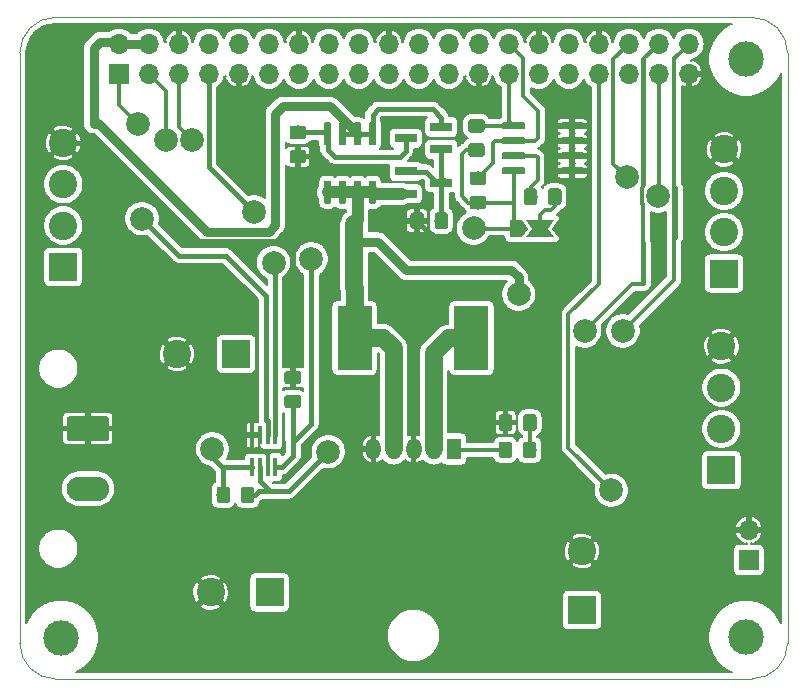
<source format=gbr>
G04 #@! TF.GenerationSoftware,KiCad,Pcbnew,(5.1.2)-1*
G04 #@! TF.CreationDate,2019-08-03T19:38:37+02:00*
G04 #@! TF.ProjectId,SMPS hat,534d5053-2068-4617-942e-6b696361645f,rev?*
G04 #@! TF.SameCoordinates,PX4af26d0PY6f54960*
G04 #@! TF.FileFunction,Copper,L1,Top*
G04 #@! TF.FilePolarity,Positive*
%FSLAX46Y46*%
G04 Gerber Fmt 4.6, Leading zero omitted, Abs format (unit mm)*
G04 Created by KiCad (PCBNEW (5.1.2)-1) date 2019-08-03 19:38:37*
%MOMM*%
%LPD*%
G04 APERTURE LIST*
%ADD10C,0.100000*%
%ADD11C,1.150000*%
%ADD12O,1.275000X1.800000*%
%ADD13R,1.275000X1.800000*%
%ADD14O,1.700000X1.700000*%
%ADD15R,1.700000X1.700000*%
%ADD16R,0.400000X1.560000*%
%ADD17C,0.600000*%
%ADD18R,1.900000X0.800000*%
%ADD19R,2.900000X5.400000*%
%ADD20C,0.300000*%
%ADD21C,2.400000*%
%ADD22R,2.400000X2.400000*%
%ADD23O,3.600000X2.080000*%
%ADD24C,2.080000*%
%ADD25C,3.000000*%
%ADD26C,2.000000*%
%ADD27C,0.400000*%
%ADD28C,0.350000*%
%ADD29C,0.800000*%
%ADD30C,1.500000*%
%ADD31C,1.000000*%
%ADD32C,0.200000*%
G04 APERTURE END LIST*
D10*
X-41244Y52920789D02*
X-41244Y2920789D01*
X-41244Y52920789D02*
G75*
G02X2958756Y55920789I3000000J0D01*
G01*
X61958756Y55920789D02*
X2958756Y55920789D01*
X61958756Y55920789D02*
G75*
G02X64958756Y52920789I0J-3000000D01*
G01*
X64958756Y2920789D02*
X64958756Y52920789D01*
X2958756Y-79211D02*
G75*
G02X-41244Y2920789I0J3000000D01*
G01*
X2958756Y-79211D02*
X61958756Y-79211D01*
X64958751Y2915553D02*
G75*
G02X61958756Y-79211I-2999995J5236D01*
G01*
G36*
X41437705Y22314196D02*
G01*
X41461973Y22310596D01*
X41485772Y22304635D01*
X41508871Y22296370D01*
X41531050Y22285880D01*
X41552093Y22273268D01*
X41571799Y22258653D01*
X41589977Y22242177D01*
X41606453Y22223999D01*
X41621068Y22204293D01*
X41633680Y22183250D01*
X41644170Y22161071D01*
X41652435Y22137972D01*
X41658396Y22114173D01*
X41661996Y22089905D01*
X41663200Y22065401D01*
X41663200Y21165399D01*
X41661996Y21140895D01*
X41658396Y21116627D01*
X41652435Y21092828D01*
X41644170Y21069729D01*
X41633680Y21047550D01*
X41621068Y21026507D01*
X41606453Y21006801D01*
X41589977Y20988623D01*
X41571799Y20972147D01*
X41552093Y20957532D01*
X41531050Y20944920D01*
X41508871Y20934430D01*
X41485772Y20926165D01*
X41461973Y20920204D01*
X41437705Y20916604D01*
X41413201Y20915400D01*
X40763199Y20915400D01*
X40738695Y20916604D01*
X40714427Y20920204D01*
X40690628Y20926165D01*
X40667529Y20934430D01*
X40645350Y20944920D01*
X40624307Y20957532D01*
X40604601Y20972147D01*
X40586423Y20988623D01*
X40569947Y21006801D01*
X40555332Y21026507D01*
X40542720Y21047550D01*
X40532230Y21069729D01*
X40523965Y21092828D01*
X40518004Y21116627D01*
X40514404Y21140895D01*
X40513200Y21165399D01*
X40513200Y22065401D01*
X40514404Y22089905D01*
X40518004Y22114173D01*
X40523965Y22137972D01*
X40532230Y22161071D01*
X40542720Y22183250D01*
X40555332Y22204293D01*
X40569947Y22223999D01*
X40586423Y22242177D01*
X40604601Y22258653D01*
X40624307Y22273268D01*
X40645350Y22285880D01*
X40667529Y22296370D01*
X40690628Y22304635D01*
X40714427Y22310596D01*
X40738695Y22314196D01*
X40763199Y22315400D01*
X41413201Y22315400D01*
X41437705Y22314196D01*
X41437705Y22314196D01*
G37*
D11*
X41088200Y21615400D03*
D10*
G36*
X43487705Y22314196D02*
G01*
X43511973Y22310596D01*
X43535772Y22304635D01*
X43558871Y22296370D01*
X43581050Y22285880D01*
X43602093Y22273268D01*
X43621799Y22258653D01*
X43639977Y22242177D01*
X43656453Y22223999D01*
X43671068Y22204293D01*
X43683680Y22183250D01*
X43694170Y22161071D01*
X43702435Y22137972D01*
X43708396Y22114173D01*
X43711996Y22089905D01*
X43713200Y22065401D01*
X43713200Y21165399D01*
X43711996Y21140895D01*
X43708396Y21116627D01*
X43702435Y21092828D01*
X43694170Y21069729D01*
X43683680Y21047550D01*
X43671068Y21026507D01*
X43656453Y21006801D01*
X43639977Y20988623D01*
X43621799Y20972147D01*
X43602093Y20957532D01*
X43581050Y20944920D01*
X43558871Y20934430D01*
X43535772Y20926165D01*
X43511973Y20920204D01*
X43487705Y20916604D01*
X43463201Y20915400D01*
X42813199Y20915400D01*
X42788695Y20916604D01*
X42764427Y20920204D01*
X42740628Y20926165D01*
X42717529Y20934430D01*
X42695350Y20944920D01*
X42674307Y20957532D01*
X42654601Y20972147D01*
X42636423Y20988623D01*
X42619947Y21006801D01*
X42605332Y21026507D01*
X42592720Y21047550D01*
X42582230Y21069729D01*
X42573965Y21092828D01*
X42568004Y21116627D01*
X42564404Y21140895D01*
X42563200Y21165399D01*
X42563200Y22065401D01*
X42564404Y22089905D01*
X42568004Y22114173D01*
X42573965Y22137972D01*
X42582230Y22161071D01*
X42592720Y22183250D01*
X42605332Y22204293D01*
X42619947Y22223999D01*
X42636423Y22242177D01*
X42654601Y22258653D01*
X42674307Y22273268D01*
X42695350Y22285880D01*
X42717529Y22296370D01*
X42740628Y22304635D01*
X42764427Y22310596D01*
X42788695Y22314196D01*
X42813199Y22315400D01*
X43463201Y22315400D01*
X43487705Y22314196D01*
X43487705Y22314196D01*
G37*
D11*
X43138200Y21615400D03*
D10*
G36*
X41412305Y20002796D02*
G01*
X41436573Y19999196D01*
X41460372Y19993235D01*
X41483471Y19984970D01*
X41505650Y19974480D01*
X41526693Y19961868D01*
X41546399Y19947253D01*
X41564577Y19930777D01*
X41581053Y19912599D01*
X41595668Y19892893D01*
X41608280Y19871850D01*
X41618770Y19849671D01*
X41627035Y19826572D01*
X41632996Y19802773D01*
X41636596Y19778505D01*
X41637800Y19754001D01*
X41637800Y18853999D01*
X41636596Y18829495D01*
X41632996Y18805227D01*
X41627035Y18781428D01*
X41618770Y18758329D01*
X41608280Y18736150D01*
X41595668Y18715107D01*
X41581053Y18695401D01*
X41564577Y18677223D01*
X41546399Y18660747D01*
X41526693Y18646132D01*
X41505650Y18633520D01*
X41483471Y18623030D01*
X41460372Y18614765D01*
X41436573Y18608804D01*
X41412305Y18605204D01*
X41387801Y18604000D01*
X40737799Y18604000D01*
X40713295Y18605204D01*
X40689027Y18608804D01*
X40665228Y18614765D01*
X40642129Y18623030D01*
X40619950Y18633520D01*
X40598907Y18646132D01*
X40579201Y18660747D01*
X40561023Y18677223D01*
X40544547Y18695401D01*
X40529932Y18715107D01*
X40517320Y18736150D01*
X40506830Y18758329D01*
X40498565Y18781428D01*
X40492604Y18805227D01*
X40489004Y18829495D01*
X40487800Y18853999D01*
X40487800Y19754001D01*
X40489004Y19778505D01*
X40492604Y19802773D01*
X40498565Y19826572D01*
X40506830Y19849671D01*
X40517320Y19871850D01*
X40529932Y19892893D01*
X40544547Y19912599D01*
X40561023Y19930777D01*
X40579201Y19947253D01*
X40598907Y19961868D01*
X40619950Y19974480D01*
X40642129Y19984970D01*
X40665228Y19993235D01*
X40689027Y19999196D01*
X40713295Y20002796D01*
X40737799Y20004000D01*
X41387801Y20004000D01*
X41412305Y20002796D01*
X41412305Y20002796D01*
G37*
D11*
X41062800Y19304000D03*
D10*
G36*
X43462305Y20002796D02*
G01*
X43486573Y19999196D01*
X43510372Y19993235D01*
X43533471Y19984970D01*
X43555650Y19974480D01*
X43576693Y19961868D01*
X43596399Y19947253D01*
X43614577Y19930777D01*
X43631053Y19912599D01*
X43645668Y19892893D01*
X43658280Y19871850D01*
X43668770Y19849671D01*
X43677035Y19826572D01*
X43682996Y19802773D01*
X43686596Y19778505D01*
X43687800Y19754001D01*
X43687800Y18853999D01*
X43686596Y18829495D01*
X43682996Y18805227D01*
X43677035Y18781428D01*
X43668770Y18758329D01*
X43658280Y18736150D01*
X43645668Y18715107D01*
X43631053Y18695401D01*
X43614577Y18677223D01*
X43596399Y18660747D01*
X43576693Y18646132D01*
X43555650Y18633520D01*
X43533471Y18623030D01*
X43510372Y18614765D01*
X43486573Y18608804D01*
X43462305Y18605204D01*
X43437801Y18604000D01*
X42787799Y18604000D01*
X42763295Y18605204D01*
X42739027Y18608804D01*
X42715228Y18614765D01*
X42692129Y18623030D01*
X42669950Y18633520D01*
X42648907Y18646132D01*
X42629201Y18660747D01*
X42611023Y18677223D01*
X42594547Y18695401D01*
X42579932Y18715107D01*
X42567320Y18736150D01*
X42556830Y18758329D01*
X42548565Y18781428D01*
X42542604Y18805227D01*
X42539004Y18829495D01*
X42537800Y18853999D01*
X42537800Y19754001D01*
X42539004Y19778505D01*
X42542604Y19802773D01*
X42548565Y19826572D01*
X42556830Y19849671D01*
X42567320Y19871850D01*
X42579932Y19892893D01*
X42594547Y19912599D01*
X42611023Y19930777D01*
X42629201Y19947253D01*
X42648907Y19961868D01*
X42669950Y19974480D01*
X42692129Y19984970D01*
X42715228Y19993235D01*
X42739027Y19999196D01*
X42763295Y20002796D01*
X42787799Y20004000D01*
X43437801Y20004000D01*
X43462305Y20002796D01*
X43462305Y20002796D01*
G37*
D11*
X43112800Y19304000D03*
D12*
X29903000Y19380200D03*
X31603000Y19380200D03*
X33303000Y19380200D03*
X35003000Y19380200D03*
D13*
X36703000Y19380200D03*
D14*
X61671200Y12522200D03*
D15*
X61671200Y9982200D03*
D16*
X19619400Y20552400D03*
X20269400Y20552400D03*
X20929400Y20552400D03*
X21579400Y20552400D03*
X21579400Y17852400D03*
X20929400Y17852400D03*
X20269400Y17852400D03*
X19619400Y17852400D03*
D10*
G36*
X42622703Y43225278D02*
G01*
X42637264Y43223118D01*
X42651543Y43219541D01*
X42665403Y43214582D01*
X42678710Y43208288D01*
X42691336Y43200720D01*
X42703159Y43191952D01*
X42714066Y43182066D01*
X42723952Y43171159D01*
X42732720Y43159336D01*
X42740288Y43146710D01*
X42746582Y43133403D01*
X42751541Y43119543D01*
X42755118Y43105264D01*
X42757278Y43090703D01*
X42758000Y43076000D01*
X42758000Y42776000D01*
X42757278Y42761297D01*
X42755118Y42746736D01*
X42751541Y42732457D01*
X42746582Y42718597D01*
X42740288Y42705290D01*
X42732720Y42692664D01*
X42723952Y42680841D01*
X42714066Y42669934D01*
X42703159Y42660048D01*
X42691336Y42651280D01*
X42678710Y42643712D01*
X42665403Y42637418D01*
X42651543Y42632459D01*
X42637264Y42628882D01*
X42622703Y42626722D01*
X42608000Y42626000D01*
X40958000Y42626000D01*
X40943297Y42626722D01*
X40928736Y42628882D01*
X40914457Y42632459D01*
X40900597Y42637418D01*
X40887290Y42643712D01*
X40874664Y42651280D01*
X40862841Y42660048D01*
X40851934Y42669934D01*
X40842048Y42680841D01*
X40833280Y42692664D01*
X40825712Y42705290D01*
X40819418Y42718597D01*
X40814459Y42732457D01*
X40810882Y42746736D01*
X40808722Y42761297D01*
X40808000Y42776000D01*
X40808000Y43076000D01*
X40808722Y43090703D01*
X40810882Y43105264D01*
X40814459Y43119543D01*
X40819418Y43133403D01*
X40825712Y43146710D01*
X40833280Y43159336D01*
X40842048Y43171159D01*
X40851934Y43182066D01*
X40862841Y43191952D01*
X40874664Y43200720D01*
X40887290Y43208288D01*
X40900597Y43214582D01*
X40914457Y43219541D01*
X40928736Y43223118D01*
X40943297Y43225278D01*
X40958000Y43226000D01*
X42608000Y43226000D01*
X42622703Y43225278D01*
X42622703Y43225278D01*
G37*
D17*
X41783000Y42926000D03*
D10*
G36*
X42622703Y44495278D02*
G01*
X42637264Y44493118D01*
X42651543Y44489541D01*
X42665403Y44484582D01*
X42678710Y44478288D01*
X42691336Y44470720D01*
X42703159Y44461952D01*
X42714066Y44452066D01*
X42723952Y44441159D01*
X42732720Y44429336D01*
X42740288Y44416710D01*
X42746582Y44403403D01*
X42751541Y44389543D01*
X42755118Y44375264D01*
X42757278Y44360703D01*
X42758000Y44346000D01*
X42758000Y44046000D01*
X42757278Y44031297D01*
X42755118Y44016736D01*
X42751541Y44002457D01*
X42746582Y43988597D01*
X42740288Y43975290D01*
X42732720Y43962664D01*
X42723952Y43950841D01*
X42714066Y43939934D01*
X42703159Y43930048D01*
X42691336Y43921280D01*
X42678710Y43913712D01*
X42665403Y43907418D01*
X42651543Y43902459D01*
X42637264Y43898882D01*
X42622703Y43896722D01*
X42608000Y43896000D01*
X40958000Y43896000D01*
X40943297Y43896722D01*
X40928736Y43898882D01*
X40914457Y43902459D01*
X40900597Y43907418D01*
X40887290Y43913712D01*
X40874664Y43921280D01*
X40862841Y43930048D01*
X40851934Y43939934D01*
X40842048Y43950841D01*
X40833280Y43962664D01*
X40825712Y43975290D01*
X40819418Y43988597D01*
X40814459Y44002457D01*
X40810882Y44016736D01*
X40808722Y44031297D01*
X40808000Y44046000D01*
X40808000Y44346000D01*
X40808722Y44360703D01*
X40810882Y44375264D01*
X40814459Y44389543D01*
X40819418Y44403403D01*
X40825712Y44416710D01*
X40833280Y44429336D01*
X40842048Y44441159D01*
X40851934Y44452066D01*
X40862841Y44461952D01*
X40874664Y44470720D01*
X40887290Y44478288D01*
X40900597Y44484582D01*
X40914457Y44489541D01*
X40928736Y44493118D01*
X40943297Y44495278D01*
X40958000Y44496000D01*
X42608000Y44496000D01*
X42622703Y44495278D01*
X42622703Y44495278D01*
G37*
D17*
X41783000Y44196000D03*
D10*
G36*
X42622703Y45765278D02*
G01*
X42637264Y45763118D01*
X42651543Y45759541D01*
X42665403Y45754582D01*
X42678710Y45748288D01*
X42691336Y45740720D01*
X42703159Y45731952D01*
X42714066Y45722066D01*
X42723952Y45711159D01*
X42732720Y45699336D01*
X42740288Y45686710D01*
X42746582Y45673403D01*
X42751541Y45659543D01*
X42755118Y45645264D01*
X42757278Y45630703D01*
X42758000Y45616000D01*
X42758000Y45316000D01*
X42757278Y45301297D01*
X42755118Y45286736D01*
X42751541Y45272457D01*
X42746582Y45258597D01*
X42740288Y45245290D01*
X42732720Y45232664D01*
X42723952Y45220841D01*
X42714066Y45209934D01*
X42703159Y45200048D01*
X42691336Y45191280D01*
X42678710Y45183712D01*
X42665403Y45177418D01*
X42651543Y45172459D01*
X42637264Y45168882D01*
X42622703Y45166722D01*
X42608000Y45166000D01*
X40958000Y45166000D01*
X40943297Y45166722D01*
X40928736Y45168882D01*
X40914457Y45172459D01*
X40900597Y45177418D01*
X40887290Y45183712D01*
X40874664Y45191280D01*
X40862841Y45200048D01*
X40851934Y45209934D01*
X40842048Y45220841D01*
X40833280Y45232664D01*
X40825712Y45245290D01*
X40819418Y45258597D01*
X40814459Y45272457D01*
X40810882Y45286736D01*
X40808722Y45301297D01*
X40808000Y45316000D01*
X40808000Y45616000D01*
X40808722Y45630703D01*
X40810882Y45645264D01*
X40814459Y45659543D01*
X40819418Y45673403D01*
X40825712Y45686710D01*
X40833280Y45699336D01*
X40842048Y45711159D01*
X40851934Y45722066D01*
X40862841Y45731952D01*
X40874664Y45740720D01*
X40887290Y45748288D01*
X40900597Y45754582D01*
X40914457Y45759541D01*
X40928736Y45763118D01*
X40943297Y45765278D01*
X40958000Y45766000D01*
X42608000Y45766000D01*
X42622703Y45765278D01*
X42622703Y45765278D01*
G37*
D17*
X41783000Y45466000D03*
D10*
G36*
X42622703Y47035278D02*
G01*
X42637264Y47033118D01*
X42651543Y47029541D01*
X42665403Y47024582D01*
X42678710Y47018288D01*
X42691336Y47010720D01*
X42703159Y47001952D01*
X42714066Y46992066D01*
X42723952Y46981159D01*
X42732720Y46969336D01*
X42740288Y46956710D01*
X42746582Y46943403D01*
X42751541Y46929543D01*
X42755118Y46915264D01*
X42757278Y46900703D01*
X42758000Y46886000D01*
X42758000Y46586000D01*
X42757278Y46571297D01*
X42755118Y46556736D01*
X42751541Y46542457D01*
X42746582Y46528597D01*
X42740288Y46515290D01*
X42732720Y46502664D01*
X42723952Y46490841D01*
X42714066Y46479934D01*
X42703159Y46470048D01*
X42691336Y46461280D01*
X42678710Y46453712D01*
X42665403Y46447418D01*
X42651543Y46442459D01*
X42637264Y46438882D01*
X42622703Y46436722D01*
X42608000Y46436000D01*
X40958000Y46436000D01*
X40943297Y46436722D01*
X40928736Y46438882D01*
X40914457Y46442459D01*
X40900597Y46447418D01*
X40887290Y46453712D01*
X40874664Y46461280D01*
X40862841Y46470048D01*
X40851934Y46479934D01*
X40842048Y46490841D01*
X40833280Y46502664D01*
X40825712Y46515290D01*
X40819418Y46528597D01*
X40814459Y46542457D01*
X40810882Y46556736D01*
X40808722Y46571297D01*
X40808000Y46586000D01*
X40808000Y46886000D01*
X40808722Y46900703D01*
X40810882Y46915264D01*
X40814459Y46929543D01*
X40819418Y46943403D01*
X40825712Y46956710D01*
X40833280Y46969336D01*
X40842048Y46981159D01*
X40851934Y46992066D01*
X40862841Y47001952D01*
X40874664Y47010720D01*
X40887290Y47018288D01*
X40900597Y47024582D01*
X40914457Y47029541D01*
X40928736Y47033118D01*
X40943297Y47035278D01*
X40958000Y47036000D01*
X42608000Y47036000D01*
X42622703Y47035278D01*
X42622703Y47035278D01*
G37*
D17*
X41783000Y46736000D03*
D10*
G36*
X47572703Y47035278D02*
G01*
X47587264Y47033118D01*
X47601543Y47029541D01*
X47615403Y47024582D01*
X47628710Y47018288D01*
X47641336Y47010720D01*
X47653159Y47001952D01*
X47664066Y46992066D01*
X47673952Y46981159D01*
X47682720Y46969336D01*
X47690288Y46956710D01*
X47696582Y46943403D01*
X47701541Y46929543D01*
X47705118Y46915264D01*
X47707278Y46900703D01*
X47708000Y46886000D01*
X47708000Y46586000D01*
X47707278Y46571297D01*
X47705118Y46556736D01*
X47701541Y46542457D01*
X47696582Y46528597D01*
X47690288Y46515290D01*
X47682720Y46502664D01*
X47673952Y46490841D01*
X47664066Y46479934D01*
X47653159Y46470048D01*
X47641336Y46461280D01*
X47628710Y46453712D01*
X47615403Y46447418D01*
X47601543Y46442459D01*
X47587264Y46438882D01*
X47572703Y46436722D01*
X47558000Y46436000D01*
X45908000Y46436000D01*
X45893297Y46436722D01*
X45878736Y46438882D01*
X45864457Y46442459D01*
X45850597Y46447418D01*
X45837290Y46453712D01*
X45824664Y46461280D01*
X45812841Y46470048D01*
X45801934Y46479934D01*
X45792048Y46490841D01*
X45783280Y46502664D01*
X45775712Y46515290D01*
X45769418Y46528597D01*
X45764459Y46542457D01*
X45760882Y46556736D01*
X45758722Y46571297D01*
X45758000Y46586000D01*
X45758000Y46886000D01*
X45758722Y46900703D01*
X45760882Y46915264D01*
X45764459Y46929543D01*
X45769418Y46943403D01*
X45775712Y46956710D01*
X45783280Y46969336D01*
X45792048Y46981159D01*
X45801934Y46992066D01*
X45812841Y47001952D01*
X45824664Y47010720D01*
X45837290Y47018288D01*
X45850597Y47024582D01*
X45864457Y47029541D01*
X45878736Y47033118D01*
X45893297Y47035278D01*
X45908000Y47036000D01*
X47558000Y47036000D01*
X47572703Y47035278D01*
X47572703Y47035278D01*
G37*
D17*
X46733000Y46736000D03*
D10*
G36*
X47572703Y45765278D02*
G01*
X47587264Y45763118D01*
X47601543Y45759541D01*
X47615403Y45754582D01*
X47628710Y45748288D01*
X47641336Y45740720D01*
X47653159Y45731952D01*
X47664066Y45722066D01*
X47673952Y45711159D01*
X47682720Y45699336D01*
X47690288Y45686710D01*
X47696582Y45673403D01*
X47701541Y45659543D01*
X47705118Y45645264D01*
X47707278Y45630703D01*
X47708000Y45616000D01*
X47708000Y45316000D01*
X47707278Y45301297D01*
X47705118Y45286736D01*
X47701541Y45272457D01*
X47696582Y45258597D01*
X47690288Y45245290D01*
X47682720Y45232664D01*
X47673952Y45220841D01*
X47664066Y45209934D01*
X47653159Y45200048D01*
X47641336Y45191280D01*
X47628710Y45183712D01*
X47615403Y45177418D01*
X47601543Y45172459D01*
X47587264Y45168882D01*
X47572703Y45166722D01*
X47558000Y45166000D01*
X45908000Y45166000D01*
X45893297Y45166722D01*
X45878736Y45168882D01*
X45864457Y45172459D01*
X45850597Y45177418D01*
X45837290Y45183712D01*
X45824664Y45191280D01*
X45812841Y45200048D01*
X45801934Y45209934D01*
X45792048Y45220841D01*
X45783280Y45232664D01*
X45775712Y45245290D01*
X45769418Y45258597D01*
X45764459Y45272457D01*
X45760882Y45286736D01*
X45758722Y45301297D01*
X45758000Y45316000D01*
X45758000Y45616000D01*
X45758722Y45630703D01*
X45760882Y45645264D01*
X45764459Y45659543D01*
X45769418Y45673403D01*
X45775712Y45686710D01*
X45783280Y45699336D01*
X45792048Y45711159D01*
X45801934Y45722066D01*
X45812841Y45731952D01*
X45824664Y45740720D01*
X45837290Y45748288D01*
X45850597Y45754582D01*
X45864457Y45759541D01*
X45878736Y45763118D01*
X45893297Y45765278D01*
X45908000Y45766000D01*
X47558000Y45766000D01*
X47572703Y45765278D01*
X47572703Y45765278D01*
G37*
D17*
X46733000Y45466000D03*
D10*
G36*
X47572703Y44495278D02*
G01*
X47587264Y44493118D01*
X47601543Y44489541D01*
X47615403Y44484582D01*
X47628710Y44478288D01*
X47641336Y44470720D01*
X47653159Y44461952D01*
X47664066Y44452066D01*
X47673952Y44441159D01*
X47682720Y44429336D01*
X47690288Y44416710D01*
X47696582Y44403403D01*
X47701541Y44389543D01*
X47705118Y44375264D01*
X47707278Y44360703D01*
X47708000Y44346000D01*
X47708000Y44046000D01*
X47707278Y44031297D01*
X47705118Y44016736D01*
X47701541Y44002457D01*
X47696582Y43988597D01*
X47690288Y43975290D01*
X47682720Y43962664D01*
X47673952Y43950841D01*
X47664066Y43939934D01*
X47653159Y43930048D01*
X47641336Y43921280D01*
X47628710Y43913712D01*
X47615403Y43907418D01*
X47601543Y43902459D01*
X47587264Y43898882D01*
X47572703Y43896722D01*
X47558000Y43896000D01*
X45908000Y43896000D01*
X45893297Y43896722D01*
X45878736Y43898882D01*
X45864457Y43902459D01*
X45850597Y43907418D01*
X45837290Y43913712D01*
X45824664Y43921280D01*
X45812841Y43930048D01*
X45801934Y43939934D01*
X45792048Y43950841D01*
X45783280Y43962664D01*
X45775712Y43975290D01*
X45769418Y43988597D01*
X45764459Y44002457D01*
X45760882Y44016736D01*
X45758722Y44031297D01*
X45758000Y44046000D01*
X45758000Y44346000D01*
X45758722Y44360703D01*
X45760882Y44375264D01*
X45764459Y44389543D01*
X45769418Y44403403D01*
X45775712Y44416710D01*
X45783280Y44429336D01*
X45792048Y44441159D01*
X45801934Y44452066D01*
X45812841Y44461952D01*
X45824664Y44470720D01*
X45837290Y44478288D01*
X45850597Y44484582D01*
X45864457Y44489541D01*
X45878736Y44493118D01*
X45893297Y44495278D01*
X45908000Y44496000D01*
X47558000Y44496000D01*
X47572703Y44495278D01*
X47572703Y44495278D01*
G37*
D17*
X46733000Y44196000D03*
D10*
G36*
X47572703Y43225278D02*
G01*
X47587264Y43223118D01*
X47601543Y43219541D01*
X47615403Y43214582D01*
X47628710Y43208288D01*
X47641336Y43200720D01*
X47653159Y43191952D01*
X47664066Y43182066D01*
X47673952Y43171159D01*
X47682720Y43159336D01*
X47690288Y43146710D01*
X47696582Y43133403D01*
X47701541Y43119543D01*
X47705118Y43105264D01*
X47707278Y43090703D01*
X47708000Y43076000D01*
X47708000Y42776000D01*
X47707278Y42761297D01*
X47705118Y42746736D01*
X47701541Y42732457D01*
X47696582Y42718597D01*
X47690288Y42705290D01*
X47682720Y42692664D01*
X47673952Y42680841D01*
X47664066Y42669934D01*
X47653159Y42660048D01*
X47641336Y42651280D01*
X47628710Y42643712D01*
X47615403Y42637418D01*
X47601543Y42632459D01*
X47587264Y42628882D01*
X47572703Y42626722D01*
X47558000Y42626000D01*
X45908000Y42626000D01*
X45893297Y42626722D01*
X45878736Y42628882D01*
X45864457Y42632459D01*
X45850597Y42637418D01*
X45837290Y42643712D01*
X45824664Y42651280D01*
X45812841Y42660048D01*
X45801934Y42669934D01*
X45792048Y42680841D01*
X45783280Y42692664D01*
X45775712Y42705290D01*
X45769418Y42718597D01*
X45764459Y42732457D01*
X45760882Y42746736D01*
X45758722Y42761297D01*
X45758000Y42776000D01*
X45758000Y43076000D01*
X45758722Y43090703D01*
X45760882Y43105264D01*
X45764459Y43119543D01*
X45769418Y43133403D01*
X45775712Y43146710D01*
X45783280Y43159336D01*
X45792048Y43171159D01*
X45801934Y43182066D01*
X45812841Y43191952D01*
X45824664Y43200720D01*
X45837290Y43208288D01*
X45850597Y43214582D01*
X45864457Y43219541D01*
X45878736Y43223118D01*
X45893297Y43225278D01*
X45908000Y43226000D01*
X47558000Y43226000D01*
X47572703Y43225278D01*
X47572703Y43225278D01*
G37*
D17*
X46733000Y42926000D03*
D10*
G36*
X23969505Y44709996D02*
G01*
X23993773Y44706396D01*
X24017572Y44700435D01*
X24040671Y44692170D01*
X24062850Y44681680D01*
X24083893Y44669068D01*
X24103599Y44654453D01*
X24121777Y44637977D01*
X24138253Y44619799D01*
X24152868Y44600093D01*
X24165480Y44579050D01*
X24175970Y44556871D01*
X24184235Y44533772D01*
X24190196Y44509973D01*
X24193796Y44485705D01*
X24195000Y44461201D01*
X24195000Y43811199D01*
X24193796Y43786695D01*
X24190196Y43762427D01*
X24184235Y43738628D01*
X24175970Y43715529D01*
X24165480Y43693350D01*
X24152868Y43672307D01*
X24138253Y43652601D01*
X24121777Y43634423D01*
X24103599Y43617947D01*
X24083893Y43603332D01*
X24062850Y43590720D01*
X24040671Y43580230D01*
X24017572Y43571965D01*
X23993773Y43566004D01*
X23969505Y43562404D01*
X23945001Y43561200D01*
X23044999Y43561200D01*
X23020495Y43562404D01*
X22996227Y43566004D01*
X22972428Y43571965D01*
X22949329Y43580230D01*
X22927150Y43590720D01*
X22906107Y43603332D01*
X22886401Y43617947D01*
X22868223Y43634423D01*
X22851747Y43652601D01*
X22837132Y43672307D01*
X22824520Y43693350D01*
X22814030Y43715529D01*
X22805765Y43738628D01*
X22799804Y43762427D01*
X22796204Y43786695D01*
X22795000Y43811199D01*
X22795000Y44461201D01*
X22796204Y44485705D01*
X22799804Y44509973D01*
X22805765Y44533772D01*
X22814030Y44556871D01*
X22824520Y44579050D01*
X22837132Y44600093D01*
X22851747Y44619799D01*
X22868223Y44637977D01*
X22886401Y44654453D01*
X22906107Y44669068D01*
X22927150Y44681680D01*
X22949329Y44692170D01*
X22972428Y44700435D01*
X22996227Y44706396D01*
X23020495Y44709996D01*
X23044999Y44711200D01*
X23945001Y44711200D01*
X23969505Y44709996D01*
X23969505Y44709996D01*
G37*
D11*
X23495000Y44136200D03*
D10*
G36*
X23969505Y46759996D02*
G01*
X23993773Y46756396D01*
X24017572Y46750435D01*
X24040671Y46742170D01*
X24062850Y46731680D01*
X24083893Y46719068D01*
X24103599Y46704453D01*
X24121777Y46687977D01*
X24138253Y46669799D01*
X24152868Y46650093D01*
X24165480Y46629050D01*
X24175970Y46606871D01*
X24184235Y46583772D01*
X24190196Y46559973D01*
X24193796Y46535705D01*
X24195000Y46511201D01*
X24195000Y45861199D01*
X24193796Y45836695D01*
X24190196Y45812427D01*
X24184235Y45788628D01*
X24175970Y45765529D01*
X24165480Y45743350D01*
X24152868Y45722307D01*
X24138253Y45702601D01*
X24121777Y45684423D01*
X24103599Y45667947D01*
X24083893Y45653332D01*
X24062850Y45640720D01*
X24040671Y45630230D01*
X24017572Y45621965D01*
X23993773Y45616004D01*
X23969505Y45612404D01*
X23945001Y45611200D01*
X23044999Y45611200D01*
X23020495Y45612404D01*
X22996227Y45616004D01*
X22972428Y45621965D01*
X22949329Y45630230D01*
X22927150Y45640720D01*
X22906107Y45653332D01*
X22886401Y45667947D01*
X22868223Y45684423D01*
X22851747Y45702601D01*
X22837132Y45722307D01*
X22824520Y45743350D01*
X22814030Y45765529D01*
X22805765Y45788628D01*
X22799804Y45812427D01*
X22796204Y45836695D01*
X22795000Y45861199D01*
X22795000Y46511201D01*
X22796204Y46535705D01*
X22799804Y46559973D01*
X22805765Y46583772D01*
X22814030Y46606871D01*
X22824520Y46629050D01*
X22837132Y46650093D01*
X22851747Y46669799D01*
X22868223Y46687977D01*
X22886401Y46704453D01*
X22906107Y46719068D01*
X22927150Y46731680D01*
X22949329Y46742170D01*
X22972428Y46750435D01*
X22996227Y46756396D01*
X23020495Y46759996D01*
X23044999Y46761200D01*
X23945001Y46761200D01*
X23969505Y46759996D01*
X23969505Y46759996D01*
G37*
D11*
X23495000Y46186200D03*
D10*
G36*
X33944705Y39408396D02*
G01*
X33968973Y39404796D01*
X33992772Y39398835D01*
X34015871Y39390570D01*
X34038050Y39380080D01*
X34059093Y39367468D01*
X34078799Y39352853D01*
X34096977Y39336377D01*
X34113453Y39318199D01*
X34128068Y39298493D01*
X34140680Y39277450D01*
X34151170Y39255271D01*
X34159435Y39232172D01*
X34165396Y39208373D01*
X34168996Y39184105D01*
X34170200Y39159601D01*
X34170200Y38259599D01*
X34168996Y38235095D01*
X34165396Y38210827D01*
X34159435Y38187028D01*
X34151170Y38163929D01*
X34140680Y38141750D01*
X34128068Y38120707D01*
X34113453Y38101001D01*
X34096977Y38082823D01*
X34078799Y38066347D01*
X34059093Y38051732D01*
X34038050Y38039120D01*
X34015871Y38028630D01*
X33992772Y38020365D01*
X33968973Y38014404D01*
X33944705Y38010804D01*
X33920201Y38009600D01*
X33270199Y38009600D01*
X33245695Y38010804D01*
X33221427Y38014404D01*
X33197628Y38020365D01*
X33174529Y38028630D01*
X33152350Y38039120D01*
X33131307Y38051732D01*
X33111601Y38066347D01*
X33093423Y38082823D01*
X33076947Y38101001D01*
X33062332Y38120707D01*
X33049720Y38141750D01*
X33039230Y38163929D01*
X33030965Y38187028D01*
X33025004Y38210827D01*
X33021404Y38235095D01*
X33020200Y38259599D01*
X33020200Y39159601D01*
X33021404Y39184105D01*
X33025004Y39208373D01*
X33030965Y39232172D01*
X33039230Y39255271D01*
X33049720Y39277450D01*
X33062332Y39298493D01*
X33076947Y39318199D01*
X33093423Y39336377D01*
X33111601Y39352853D01*
X33131307Y39367468D01*
X33152350Y39380080D01*
X33174529Y39390570D01*
X33197628Y39398835D01*
X33221427Y39404796D01*
X33245695Y39408396D01*
X33270199Y39409600D01*
X33920201Y39409600D01*
X33944705Y39408396D01*
X33944705Y39408396D01*
G37*
D11*
X33595200Y38709600D03*
D10*
G36*
X35994705Y39408396D02*
G01*
X36018973Y39404796D01*
X36042772Y39398835D01*
X36065871Y39390570D01*
X36088050Y39380080D01*
X36109093Y39367468D01*
X36128799Y39352853D01*
X36146977Y39336377D01*
X36163453Y39318199D01*
X36178068Y39298493D01*
X36190680Y39277450D01*
X36201170Y39255271D01*
X36209435Y39232172D01*
X36215396Y39208373D01*
X36218996Y39184105D01*
X36220200Y39159601D01*
X36220200Y38259599D01*
X36218996Y38235095D01*
X36215396Y38210827D01*
X36209435Y38187028D01*
X36201170Y38163929D01*
X36190680Y38141750D01*
X36178068Y38120707D01*
X36163453Y38101001D01*
X36146977Y38082823D01*
X36128799Y38066347D01*
X36109093Y38051732D01*
X36088050Y38039120D01*
X36065871Y38028630D01*
X36042772Y38020365D01*
X36018973Y38014404D01*
X35994705Y38010804D01*
X35970201Y38009600D01*
X35320199Y38009600D01*
X35295695Y38010804D01*
X35271427Y38014404D01*
X35247628Y38020365D01*
X35224529Y38028630D01*
X35202350Y38039120D01*
X35181307Y38051732D01*
X35161601Y38066347D01*
X35143423Y38082823D01*
X35126947Y38101001D01*
X35112332Y38120707D01*
X35099720Y38141750D01*
X35089230Y38163929D01*
X35080965Y38187028D01*
X35075004Y38210827D01*
X35071404Y38235095D01*
X35070200Y38259599D01*
X35070200Y39159601D01*
X35071404Y39184105D01*
X35075004Y39208373D01*
X35080965Y39232172D01*
X35089230Y39255271D01*
X35099720Y39277450D01*
X35112332Y39298493D01*
X35126947Y39318199D01*
X35143423Y39336377D01*
X35161601Y39352853D01*
X35181307Y39367468D01*
X35202350Y39380080D01*
X35224529Y39390570D01*
X35247628Y39398835D01*
X35271427Y39404796D01*
X35295695Y39408396D01*
X35320199Y39409600D01*
X35970201Y39409600D01*
X35994705Y39408396D01*
X35994705Y39408396D01*
G37*
D11*
X35645200Y38709600D03*
D10*
G36*
X45595905Y41440396D02*
G01*
X45620173Y41436796D01*
X45643972Y41430835D01*
X45667071Y41422570D01*
X45689250Y41412080D01*
X45710293Y41399468D01*
X45729999Y41384853D01*
X45748177Y41368377D01*
X45764653Y41350199D01*
X45779268Y41330493D01*
X45791880Y41309450D01*
X45802370Y41287271D01*
X45810635Y41264172D01*
X45816596Y41240373D01*
X45820196Y41216105D01*
X45821400Y41191601D01*
X45821400Y40291599D01*
X45820196Y40267095D01*
X45816596Y40242827D01*
X45810635Y40219028D01*
X45802370Y40195929D01*
X45791880Y40173750D01*
X45779268Y40152707D01*
X45764653Y40133001D01*
X45748177Y40114823D01*
X45729999Y40098347D01*
X45710293Y40083732D01*
X45689250Y40071120D01*
X45667071Y40060630D01*
X45643972Y40052365D01*
X45620173Y40046404D01*
X45595905Y40042804D01*
X45571401Y40041600D01*
X44921399Y40041600D01*
X44896895Y40042804D01*
X44872627Y40046404D01*
X44848828Y40052365D01*
X44825729Y40060630D01*
X44803550Y40071120D01*
X44782507Y40083732D01*
X44762801Y40098347D01*
X44744623Y40114823D01*
X44728147Y40133001D01*
X44713532Y40152707D01*
X44700920Y40173750D01*
X44690430Y40195929D01*
X44682165Y40219028D01*
X44676204Y40242827D01*
X44672604Y40267095D01*
X44671400Y40291599D01*
X44671400Y41191601D01*
X44672604Y41216105D01*
X44676204Y41240373D01*
X44682165Y41264172D01*
X44690430Y41287271D01*
X44700920Y41309450D01*
X44713532Y41330493D01*
X44728147Y41350199D01*
X44744623Y41368377D01*
X44762801Y41384853D01*
X44782507Y41399468D01*
X44803550Y41412080D01*
X44825729Y41422570D01*
X44848828Y41430835D01*
X44872627Y41436796D01*
X44896895Y41440396D01*
X44921399Y41441600D01*
X45571401Y41441600D01*
X45595905Y41440396D01*
X45595905Y41440396D01*
G37*
D11*
X45246400Y40741600D03*
D10*
G36*
X43545905Y41440396D02*
G01*
X43570173Y41436796D01*
X43593972Y41430835D01*
X43617071Y41422570D01*
X43639250Y41412080D01*
X43660293Y41399468D01*
X43679999Y41384853D01*
X43698177Y41368377D01*
X43714653Y41350199D01*
X43729268Y41330493D01*
X43741880Y41309450D01*
X43752370Y41287271D01*
X43760635Y41264172D01*
X43766596Y41240373D01*
X43770196Y41216105D01*
X43771400Y41191601D01*
X43771400Y40291599D01*
X43770196Y40267095D01*
X43766596Y40242827D01*
X43760635Y40219028D01*
X43752370Y40195929D01*
X43741880Y40173750D01*
X43729268Y40152707D01*
X43714653Y40133001D01*
X43698177Y40114823D01*
X43679999Y40098347D01*
X43660293Y40083732D01*
X43639250Y40071120D01*
X43617071Y40060630D01*
X43593972Y40052365D01*
X43570173Y40046404D01*
X43545905Y40042804D01*
X43521401Y40041600D01*
X42871399Y40041600D01*
X42846895Y40042804D01*
X42822627Y40046404D01*
X42798828Y40052365D01*
X42775729Y40060630D01*
X42753550Y40071120D01*
X42732507Y40083732D01*
X42712801Y40098347D01*
X42694623Y40114823D01*
X42678147Y40133001D01*
X42663532Y40152707D01*
X42650920Y40173750D01*
X42640430Y40195929D01*
X42632165Y40219028D01*
X42626204Y40242827D01*
X42622604Y40267095D01*
X42621400Y40291599D01*
X42621400Y41191601D01*
X42622604Y41216105D01*
X42626204Y41240373D01*
X42632165Y41264172D01*
X42640430Y41287271D01*
X42650920Y41309450D01*
X42663532Y41330493D01*
X42678147Y41350199D01*
X42694623Y41368377D01*
X42712801Y41384853D01*
X42732507Y41399468D01*
X42753550Y41412080D01*
X42775729Y41422570D01*
X42798828Y41430835D01*
X42822627Y41436796D01*
X42846895Y41440396D01*
X42871399Y41441600D01*
X43521401Y41441600D01*
X43545905Y41440396D01*
X43545905Y41440396D01*
G37*
D11*
X43196400Y40741600D03*
D10*
G36*
X39209505Y42873796D02*
G01*
X39233773Y42870196D01*
X39257572Y42864235D01*
X39280671Y42855970D01*
X39302850Y42845480D01*
X39323893Y42832868D01*
X39343599Y42818253D01*
X39361777Y42801777D01*
X39378253Y42783599D01*
X39392868Y42763893D01*
X39405480Y42742850D01*
X39415970Y42720671D01*
X39424235Y42697572D01*
X39430196Y42673773D01*
X39433796Y42649505D01*
X39435000Y42625001D01*
X39435000Y41974999D01*
X39433796Y41950495D01*
X39430196Y41926227D01*
X39424235Y41902428D01*
X39415970Y41879329D01*
X39405480Y41857150D01*
X39392868Y41836107D01*
X39378253Y41816401D01*
X39361777Y41798223D01*
X39343599Y41781747D01*
X39323893Y41767132D01*
X39302850Y41754520D01*
X39280671Y41744030D01*
X39257572Y41735765D01*
X39233773Y41729804D01*
X39209505Y41726204D01*
X39185001Y41725000D01*
X38284999Y41725000D01*
X38260495Y41726204D01*
X38236227Y41729804D01*
X38212428Y41735765D01*
X38189329Y41744030D01*
X38167150Y41754520D01*
X38146107Y41767132D01*
X38126401Y41781747D01*
X38108223Y41798223D01*
X38091747Y41816401D01*
X38077132Y41836107D01*
X38064520Y41857150D01*
X38054030Y41879329D01*
X38045765Y41902428D01*
X38039804Y41926227D01*
X38036204Y41950495D01*
X38035000Y41974999D01*
X38035000Y42625001D01*
X38036204Y42649505D01*
X38039804Y42673773D01*
X38045765Y42697572D01*
X38054030Y42720671D01*
X38064520Y42742850D01*
X38077132Y42763893D01*
X38091747Y42783599D01*
X38108223Y42801777D01*
X38126401Y42818253D01*
X38146107Y42832868D01*
X38167150Y42845480D01*
X38189329Y42855970D01*
X38212428Y42864235D01*
X38236227Y42870196D01*
X38260495Y42873796D01*
X38284999Y42875000D01*
X39185001Y42875000D01*
X39209505Y42873796D01*
X39209505Y42873796D01*
G37*
D11*
X38735000Y42300000D03*
D10*
G36*
X39209505Y40823796D02*
G01*
X39233773Y40820196D01*
X39257572Y40814235D01*
X39280671Y40805970D01*
X39302850Y40795480D01*
X39323893Y40782868D01*
X39343599Y40768253D01*
X39361777Y40751777D01*
X39378253Y40733599D01*
X39392868Y40713893D01*
X39405480Y40692850D01*
X39415970Y40670671D01*
X39424235Y40647572D01*
X39430196Y40623773D01*
X39433796Y40599505D01*
X39435000Y40575001D01*
X39435000Y39924999D01*
X39433796Y39900495D01*
X39430196Y39876227D01*
X39424235Y39852428D01*
X39415970Y39829329D01*
X39405480Y39807150D01*
X39392868Y39786107D01*
X39378253Y39766401D01*
X39361777Y39748223D01*
X39343599Y39731747D01*
X39323893Y39717132D01*
X39302850Y39704520D01*
X39280671Y39694030D01*
X39257572Y39685765D01*
X39233773Y39679804D01*
X39209505Y39676204D01*
X39185001Y39675000D01*
X38284999Y39675000D01*
X38260495Y39676204D01*
X38236227Y39679804D01*
X38212428Y39685765D01*
X38189329Y39694030D01*
X38167150Y39704520D01*
X38146107Y39717132D01*
X38126401Y39731747D01*
X38108223Y39748223D01*
X38091747Y39766401D01*
X38077132Y39786107D01*
X38064520Y39807150D01*
X38054030Y39829329D01*
X38045765Y39852428D01*
X38039804Y39876227D01*
X38036204Y39900495D01*
X38035000Y39924999D01*
X38035000Y40575001D01*
X38036204Y40599505D01*
X38039804Y40623773D01*
X38045765Y40647572D01*
X38054030Y40670671D01*
X38064520Y40692850D01*
X38077132Y40713893D01*
X38091747Y40733599D01*
X38108223Y40751777D01*
X38126401Y40768253D01*
X38146107Y40782868D01*
X38167150Y40795480D01*
X38189329Y40805970D01*
X38212428Y40814235D01*
X38236227Y40820196D01*
X38260495Y40823796D01*
X38284999Y40825000D01*
X39185001Y40825000D01*
X39209505Y40823796D01*
X39209505Y40823796D01*
G37*
D11*
X38735000Y40250000D03*
D10*
G36*
X39082505Y47318796D02*
G01*
X39106773Y47315196D01*
X39130572Y47309235D01*
X39153671Y47300970D01*
X39175850Y47290480D01*
X39196893Y47277868D01*
X39216599Y47263253D01*
X39234777Y47246777D01*
X39251253Y47228599D01*
X39265868Y47208893D01*
X39278480Y47187850D01*
X39288970Y47165671D01*
X39297235Y47142572D01*
X39303196Y47118773D01*
X39306796Y47094505D01*
X39308000Y47070001D01*
X39308000Y46419999D01*
X39306796Y46395495D01*
X39303196Y46371227D01*
X39297235Y46347428D01*
X39288970Y46324329D01*
X39278480Y46302150D01*
X39265868Y46281107D01*
X39251253Y46261401D01*
X39234777Y46243223D01*
X39216599Y46226747D01*
X39196893Y46212132D01*
X39175850Y46199520D01*
X39153671Y46189030D01*
X39130572Y46180765D01*
X39106773Y46174804D01*
X39082505Y46171204D01*
X39058001Y46170000D01*
X38157999Y46170000D01*
X38133495Y46171204D01*
X38109227Y46174804D01*
X38085428Y46180765D01*
X38062329Y46189030D01*
X38040150Y46199520D01*
X38019107Y46212132D01*
X37999401Y46226747D01*
X37981223Y46243223D01*
X37964747Y46261401D01*
X37950132Y46281107D01*
X37937520Y46302150D01*
X37927030Y46324329D01*
X37918765Y46347428D01*
X37912804Y46371227D01*
X37909204Y46395495D01*
X37908000Y46419999D01*
X37908000Y47070001D01*
X37909204Y47094505D01*
X37912804Y47118773D01*
X37918765Y47142572D01*
X37927030Y47165671D01*
X37937520Y47187850D01*
X37950132Y47208893D01*
X37964747Y47228599D01*
X37981223Y47246777D01*
X37999401Y47263253D01*
X38019107Y47277868D01*
X38040150Y47290480D01*
X38062329Y47300970D01*
X38085428Y47309235D01*
X38109227Y47315196D01*
X38133495Y47318796D01*
X38157999Y47320000D01*
X39058001Y47320000D01*
X39082505Y47318796D01*
X39082505Y47318796D01*
G37*
D11*
X38608000Y46745000D03*
D10*
G36*
X39082505Y45268796D02*
G01*
X39106773Y45265196D01*
X39130572Y45259235D01*
X39153671Y45250970D01*
X39175850Y45240480D01*
X39196893Y45227868D01*
X39216599Y45213253D01*
X39234777Y45196777D01*
X39251253Y45178599D01*
X39265868Y45158893D01*
X39278480Y45137850D01*
X39288970Y45115671D01*
X39297235Y45092572D01*
X39303196Y45068773D01*
X39306796Y45044505D01*
X39308000Y45020001D01*
X39308000Y44369999D01*
X39306796Y44345495D01*
X39303196Y44321227D01*
X39297235Y44297428D01*
X39288970Y44274329D01*
X39278480Y44252150D01*
X39265868Y44231107D01*
X39251253Y44211401D01*
X39234777Y44193223D01*
X39216599Y44176747D01*
X39196893Y44162132D01*
X39175850Y44149520D01*
X39153671Y44139030D01*
X39130572Y44130765D01*
X39106773Y44124804D01*
X39082505Y44121204D01*
X39058001Y44120000D01*
X38157999Y44120000D01*
X38133495Y44121204D01*
X38109227Y44124804D01*
X38085428Y44130765D01*
X38062329Y44139030D01*
X38040150Y44149520D01*
X38019107Y44162132D01*
X37999401Y44176747D01*
X37981223Y44193223D01*
X37964747Y44211401D01*
X37950132Y44231107D01*
X37937520Y44252150D01*
X37927030Y44274329D01*
X37918765Y44297428D01*
X37912804Y44321227D01*
X37909204Y44345495D01*
X37908000Y44369999D01*
X37908000Y45020001D01*
X37909204Y45044505D01*
X37912804Y45068773D01*
X37918765Y45092572D01*
X37927030Y45115671D01*
X37937520Y45137850D01*
X37950132Y45158893D01*
X37964747Y45178599D01*
X37981223Y45196777D01*
X37999401Y45213253D01*
X38019107Y45227868D01*
X38040150Y45240480D01*
X38062329Y45250970D01*
X38085428Y45259235D01*
X38109227Y45265196D01*
X38133495Y45268796D01*
X38157999Y45270000D01*
X39058001Y45270000D01*
X39082505Y45268796D01*
X39082505Y45268796D01*
G37*
D11*
X38608000Y44695000D03*
D18*
X32637600Y45694600D03*
X35637600Y46644600D03*
X35637600Y44744600D03*
X35637600Y41935400D03*
X32637600Y40985400D03*
X32637600Y42885400D03*
D10*
G36*
X29984303Y42085678D02*
G01*
X29998864Y42083518D01*
X30013143Y42079941D01*
X30027003Y42074982D01*
X30040310Y42068688D01*
X30052936Y42061120D01*
X30064759Y42052352D01*
X30075666Y42042466D01*
X30085552Y42031559D01*
X30094320Y42019736D01*
X30101888Y42007110D01*
X30108182Y41993803D01*
X30113141Y41979943D01*
X30116718Y41965664D01*
X30118878Y41951103D01*
X30119600Y41936400D01*
X30119600Y40286400D01*
X30118878Y40271697D01*
X30116718Y40257136D01*
X30113141Y40242857D01*
X30108182Y40228997D01*
X30101888Y40215690D01*
X30094320Y40203064D01*
X30085552Y40191241D01*
X30075666Y40180334D01*
X30064759Y40170448D01*
X30052936Y40161680D01*
X30040310Y40154112D01*
X30027003Y40147818D01*
X30013143Y40142859D01*
X29998864Y40139282D01*
X29984303Y40137122D01*
X29969600Y40136400D01*
X29669600Y40136400D01*
X29654897Y40137122D01*
X29640336Y40139282D01*
X29626057Y40142859D01*
X29612197Y40147818D01*
X29598890Y40154112D01*
X29586264Y40161680D01*
X29574441Y40170448D01*
X29563534Y40180334D01*
X29553648Y40191241D01*
X29544880Y40203064D01*
X29537312Y40215690D01*
X29531018Y40228997D01*
X29526059Y40242857D01*
X29522482Y40257136D01*
X29520322Y40271697D01*
X29519600Y40286400D01*
X29519600Y41936400D01*
X29520322Y41951103D01*
X29522482Y41965664D01*
X29526059Y41979943D01*
X29531018Y41993803D01*
X29537312Y42007110D01*
X29544880Y42019736D01*
X29553648Y42031559D01*
X29563534Y42042466D01*
X29574441Y42052352D01*
X29586264Y42061120D01*
X29598890Y42068688D01*
X29612197Y42074982D01*
X29626057Y42079941D01*
X29640336Y42083518D01*
X29654897Y42085678D01*
X29669600Y42086400D01*
X29969600Y42086400D01*
X29984303Y42085678D01*
X29984303Y42085678D01*
G37*
D17*
X29819600Y41111400D03*
D10*
G36*
X28714303Y42085678D02*
G01*
X28728864Y42083518D01*
X28743143Y42079941D01*
X28757003Y42074982D01*
X28770310Y42068688D01*
X28782936Y42061120D01*
X28794759Y42052352D01*
X28805666Y42042466D01*
X28815552Y42031559D01*
X28824320Y42019736D01*
X28831888Y42007110D01*
X28838182Y41993803D01*
X28843141Y41979943D01*
X28846718Y41965664D01*
X28848878Y41951103D01*
X28849600Y41936400D01*
X28849600Y40286400D01*
X28848878Y40271697D01*
X28846718Y40257136D01*
X28843141Y40242857D01*
X28838182Y40228997D01*
X28831888Y40215690D01*
X28824320Y40203064D01*
X28815552Y40191241D01*
X28805666Y40180334D01*
X28794759Y40170448D01*
X28782936Y40161680D01*
X28770310Y40154112D01*
X28757003Y40147818D01*
X28743143Y40142859D01*
X28728864Y40139282D01*
X28714303Y40137122D01*
X28699600Y40136400D01*
X28399600Y40136400D01*
X28384897Y40137122D01*
X28370336Y40139282D01*
X28356057Y40142859D01*
X28342197Y40147818D01*
X28328890Y40154112D01*
X28316264Y40161680D01*
X28304441Y40170448D01*
X28293534Y40180334D01*
X28283648Y40191241D01*
X28274880Y40203064D01*
X28267312Y40215690D01*
X28261018Y40228997D01*
X28256059Y40242857D01*
X28252482Y40257136D01*
X28250322Y40271697D01*
X28249600Y40286400D01*
X28249600Y41936400D01*
X28250322Y41951103D01*
X28252482Y41965664D01*
X28256059Y41979943D01*
X28261018Y41993803D01*
X28267312Y42007110D01*
X28274880Y42019736D01*
X28283648Y42031559D01*
X28293534Y42042466D01*
X28304441Y42052352D01*
X28316264Y42061120D01*
X28328890Y42068688D01*
X28342197Y42074982D01*
X28356057Y42079941D01*
X28370336Y42083518D01*
X28384897Y42085678D01*
X28399600Y42086400D01*
X28699600Y42086400D01*
X28714303Y42085678D01*
X28714303Y42085678D01*
G37*
D17*
X28549600Y41111400D03*
D10*
G36*
X27444303Y42085678D02*
G01*
X27458864Y42083518D01*
X27473143Y42079941D01*
X27487003Y42074982D01*
X27500310Y42068688D01*
X27512936Y42061120D01*
X27524759Y42052352D01*
X27535666Y42042466D01*
X27545552Y42031559D01*
X27554320Y42019736D01*
X27561888Y42007110D01*
X27568182Y41993803D01*
X27573141Y41979943D01*
X27576718Y41965664D01*
X27578878Y41951103D01*
X27579600Y41936400D01*
X27579600Y40286400D01*
X27578878Y40271697D01*
X27576718Y40257136D01*
X27573141Y40242857D01*
X27568182Y40228997D01*
X27561888Y40215690D01*
X27554320Y40203064D01*
X27545552Y40191241D01*
X27535666Y40180334D01*
X27524759Y40170448D01*
X27512936Y40161680D01*
X27500310Y40154112D01*
X27487003Y40147818D01*
X27473143Y40142859D01*
X27458864Y40139282D01*
X27444303Y40137122D01*
X27429600Y40136400D01*
X27129600Y40136400D01*
X27114897Y40137122D01*
X27100336Y40139282D01*
X27086057Y40142859D01*
X27072197Y40147818D01*
X27058890Y40154112D01*
X27046264Y40161680D01*
X27034441Y40170448D01*
X27023534Y40180334D01*
X27013648Y40191241D01*
X27004880Y40203064D01*
X26997312Y40215690D01*
X26991018Y40228997D01*
X26986059Y40242857D01*
X26982482Y40257136D01*
X26980322Y40271697D01*
X26979600Y40286400D01*
X26979600Y41936400D01*
X26980322Y41951103D01*
X26982482Y41965664D01*
X26986059Y41979943D01*
X26991018Y41993803D01*
X26997312Y42007110D01*
X27004880Y42019736D01*
X27013648Y42031559D01*
X27023534Y42042466D01*
X27034441Y42052352D01*
X27046264Y42061120D01*
X27058890Y42068688D01*
X27072197Y42074982D01*
X27086057Y42079941D01*
X27100336Y42083518D01*
X27114897Y42085678D01*
X27129600Y42086400D01*
X27429600Y42086400D01*
X27444303Y42085678D01*
X27444303Y42085678D01*
G37*
D17*
X27279600Y41111400D03*
D10*
G36*
X26174303Y42085678D02*
G01*
X26188864Y42083518D01*
X26203143Y42079941D01*
X26217003Y42074982D01*
X26230310Y42068688D01*
X26242936Y42061120D01*
X26254759Y42052352D01*
X26265666Y42042466D01*
X26275552Y42031559D01*
X26284320Y42019736D01*
X26291888Y42007110D01*
X26298182Y41993803D01*
X26303141Y41979943D01*
X26306718Y41965664D01*
X26308878Y41951103D01*
X26309600Y41936400D01*
X26309600Y40286400D01*
X26308878Y40271697D01*
X26306718Y40257136D01*
X26303141Y40242857D01*
X26298182Y40228997D01*
X26291888Y40215690D01*
X26284320Y40203064D01*
X26275552Y40191241D01*
X26265666Y40180334D01*
X26254759Y40170448D01*
X26242936Y40161680D01*
X26230310Y40154112D01*
X26217003Y40147818D01*
X26203143Y40142859D01*
X26188864Y40139282D01*
X26174303Y40137122D01*
X26159600Y40136400D01*
X25859600Y40136400D01*
X25844897Y40137122D01*
X25830336Y40139282D01*
X25816057Y40142859D01*
X25802197Y40147818D01*
X25788890Y40154112D01*
X25776264Y40161680D01*
X25764441Y40170448D01*
X25753534Y40180334D01*
X25743648Y40191241D01*
X25734880Y40203064D01*
X25727312Y40215690D01*
X25721018Y40228997D01*
X25716059Y40242857D01*
X25712482Y40257136D01*
X25710322Y40271697D01*
X25709600Y40286400D01*
X25709600Y41936400D01*
X25710322Y41951103D01*
X25712482Y41965664D01*
X25716059Y41979943D01*
X25721018Y41993803D01*
X25727312Y42007110D01*
X25734880Y42019736D01*
X25743648Y42031559D01*
X25753534Y42042466D01*
X25764441Y42052352D01*
X25776264Y42061120D01*
X25788890Y42068688D01*
X25802197Y42074982D01*
X25816057Y42079941D01*
X25830336Y42083518D01*
X25844897Y42085678D01*
X25859600Y42086400D01*
X26159600Y42086400D01*
X26174303Y42085678D01*
X26174303Y42085678D01*
G37*
D17*
X26009600Y41111400D03*
D10*
G36*
X26174303Y47035678D02*
G01*
X26188864Y47033518D01*
X26203143Y47029941D01*
X26217003Y47024982D01*
X26230310Y47018688D01*
X26242936Y47011120D01*
X26254759Y47002352D01*
X26265666Y46992466D01*
X26275552Y46981559D01*
X26284320Y46969736D01*
X26291888Y46957110D01*
X26298182Y46943803D01*
X26303141Y46929943D01*
X26306718Y46915664D01*
X26308878Y46901103D01*
X26309600Y46886400D01*
X26309600Y45236400D01*
X26308878Y45221697D01*
X26306718Y45207136D01*
X26303141Y45192857D01*
X26298182Y45178997D01*
X26291888Y45165690D01*
X26284320Y45153064D01*
X26275552Y45141241D01*
X26265666Y45130334D01*
X26254759Y45120448D01*
X26242936Y45111680D01*
X26230310Y45104112D01*
X26217003Y45097818D01*
X26203143Y45092859D01*
X26188864Y45089282D01*
X26174303Y45087122D01*
X26159600Y45086400D01*
X25859600Y45086400D01*
X25844897Y45087122D01*
X25830336Y45089282D01*
X25816057Y45092859D01*
X25802197Y45097818D01*
X25788890Y45104112D01*
X25776264Y45111680D01*
X25764441Y45120448D01*
X25753534Y45130334D01*
X25743648Y45141241D01*
X25734880Y45153064D01*
X25727312Y45165690D01*
X25721018Y45178997D01*
X25716059Y45192857D01*
X25712482Y45207136D01*
X25710322Y45221697D01*
X25709600Y45236400D01*
X25709600Y46886400D01*
X25710322Y46901103D01*
X25712482Y46915664D01*
X25716059Y46929943D01*
X25721018Y46943803D01*
X25727312Y46957110D01*
X25734880Y46969736D01*
X25743648Y46981559D01*
X25753534Y46992466D01*
X25764441Y47002352D01*
X25776264Y47011120D01*
X25788890Y47018688D01*
X25802197Y47024982D01*
X25816057Y47029941D01*
X25830336Y47033518D01*
X25844897Y47035678D01*
X25859600Y47036400D01*
X26159600Y47036400D01*
X26174303Y47035678D01*
X26174303Y47035678D01*
G37*
D17*
X26009600Y46061400D03*
D10*
G36*
X27444303Y47035678D02*
G01*
X27458864Y47033518D01*
X27473143Y47029941D01*
X27487003Y47024982D01*
X27500310Y47018688D01*
X27512936Y47011120D01*
X27524759Y47002352D01*
X27535666Y46992466D01*
X27545552Y46981559D01*
X27554320Y46969736D01*
X27561888Y46957110D01*
X27568182Y46943803D01*
X27573141Y46929943D01*
X27576718Y46915664D01*
X27578878Y46901103D01*
X27579600Y46886400D01*
X27579600Y45236400D01*
X27578878Y45221697D01*
X27576718Y45207136D01*
X27573141Y45192857D01*
X27568182Y45178997D01*
X27561888Y45165690D01*
X27554320Y45153064D01*
X27545552Y45141241D01*
X27535666Y45130334D01*
X27524759Y45120448D01*
X27512936Y45111680D01*
X27500310Y45104112D01*
X27487003Y45097818D01*
X27473143Y45092859D01*
X27458864Y45089282D01*
X27444303Y45087122D01*
X27429600Y45086400D01*
X27129600Y45086400D01*
X27114897Y45087122D01*
X27100336Y45089282D01*
X27086057Y45092859D01*
X27072197Y45097818D01*
X27058890Y45104112D01*
X27046264Y45111680D01*
X27034441Y45120448D01*
X27023534Y45130334D01*
X27013648Y45141241D01*
X27004880Y45153064D01*
X26997312Y45165690D01*
X26991018Y45178997D01*
X26986059Y45192857D01*
X26982482Y45207136D01*
X26980322Y45221697D01*
X26979600Y45236400D01*
X26979600Y46886400D01*
X26980322Y46901103D01*
X26982482Y46915664D01*
X26986059Y46929943D01*
X26991018Y46943803D01*
X26997312Y46957110D01*
X27004880Y46969736D01*
X27013648Y46981559D01*
X27023534Y46992466D01*
X27034441Y47002352D01*
X27046264Y47011120D01*
X27058890Y47018688D01*
X27072197Y47024982D01*
X27086057Y47029941D01*
X27100336Y47033518D01*
X27114897Y47035678D01*
X27129600Y47036400D01*
X27429600Y47036400D01*
X27444303Y47035678D01*
X27444303Y47035678D01*
G37*
D17*
X27279600Y46061400D03*
D10*
G36*
X28714303Y47035678D02*
G01*
X28728864Y47033518D01*
X28743143Y47029941D01*
X28757003Y47024982D01*
X28770310Y47018688D01*
X28782936Y47011120D01*
X28794759Y47002352D01*
X28805666Y46992466D01*
X28815552Y46981559D01*
X28824320Y46969736D01*
X28831888Y46957110D01*
X28838182Y46943803D01*
X28843141Y46929943D01*
X28846718Y46915664D01*
X28848878Y46901103D01*
X28849600Y46886400D01*
X28849600Y45236400D01*
X28848878Y45221697D01*
X28846718Y45207136D01*
X28843141Y45192857D01*
X28838182Y45178997D01*
X28831888Y45165690D01*
X28824320Y45153064D01*
X28815552Y45141241D01*
X28805666Y45130334D01*
X28794759Y45120448D01*
X28782936Y45111680D01*
X28770310Y45104112D01*
X28757003Y45097818D01*
X28743143Y45092859D01*
X28728864Y45089282D01*
X28714303Y45087122D01*
X28699600Y45086400D01*
X28399600Y45086400D01*
X28384897Y45087122D01*
X28370336Y45089282D01*
X28356057Y45092859D01*
X28342197Y45097818D01*
X28328890Y45104112D01*
X28316264Y45111680D01*
X28304441Y45120448D01*
X28293534Y45130334D01*
X28283648Y45141241D01*
X28274880Y45153064D01*
X28267312Y45165690D01*
X28261018Y45178997D01*
X28256059Y45192857D01*
X28252482Y45207136D01*
X28250322Y45221697D01*
X28249600Y45236400D01*
X28249600Y46886400D01*
X28250322Y46901103D01*
X28252482Y46915664D01*
X28256059Y46929943D01*
X28261018Y46943803D01*
X28267312Y46957110D01*
X28274880Y46969736D01*
X28283648Y46981559D01*
X28293534Y46992466D01*
X28304441Y47002352D01*
X28316264Y47011120D01*
X28328890Y47018688D01*
X28342197Y47024982D01*
X28356057Y47029941D01*
X28370336Y47033518D01*
X28384897Y47035678D01*
X28399600Y47036400D01*
X28699600Y47036400D01*
X28714303Y47035678D01*
X28714303Y47035678D01*
G37*
D17*
X28549600Y46061400D03*
D10*
G36*
X29984303Y47035678D02*
G01*
X29998864Y47033518D01*
X30013143Y47029941D01*
X30027003Y47024982D01*
X30040310Y47018688D01*
X30052936Y47011120D01*
X30064759Y47002352D01*
X30075666Y46992466D01*
X30085552Y46981559D01*
X30094320Y46969736D01*
X30101888Y46957110D01*
X30108182Y46943803D01*
X30113141Y46929943D01*
X30116718Y46915664D01*
X30118878Y46901103D01*
X30119600Y46886400D01*
X30119600Y45236400D01*
X30118878Y45221697D01*
X30116718Y45207136D01*
X30113141Y45192857D01*
X30108182Y45178997D01*
X30101888Y45165690D01*
X30094320Y45153064D01*
X30085552Y45141241D01*
X30075666Y45130334D01*
X30064759Y45120448D01*
X30052936Y45111680D01*
X30040310Y45104112D01*
X30027003Y45097818D01*
X30013143Y45092859D01*
X29998864Y45089282D01*
X29984303Y45087122D01*
X29969600Y45086400D01*
X29669600Y45086400D01*
X29654897Y45087122D01*
X29640336Y45089282D01*
X29626057Y45092859D01*
X29612197Y45097818D01*
X29598890Y45104112D01*
X29586264Y45111680D01*
X29574441Y45120448D01*
X29563534Y45130334D01*
X29553648Y45141241D01*
X29544880Y45153064D01*
X29537312Y45165690D01*
X29531018Y45178997D01*
X29526059Y45192857D01*
X29522482Y45207136D01*
X29520322Y45221697D01*
X29519600Y45236400D01*
X29519600Y46886400D01*
X29520322Y46901103D01*
X29522482Y46915664D01*
X29526059Y46929943D01*
X29531018Y46943803D01*
X29537312Y46957110D01*
X29544880Y46969736D01*
X29553648Y46981559D01*
X29563534Y46992466D01*
X29574441Y47002352D01*
X29586264Y47011120D01*
X29598890Y47018688D01*
X29612197Y47024982D01*
X29626057Y47029941D01*
X29640336Y47033518D01*
X29654897Y47035678D01*
X29669600Y47036400D01*
X29969600Y47036400D01*
X29984303Y47035678D01*
X29984303Y47035678D01*
G37*
D17*
X29819600Y46061400D03*
D19*
X28298600Y28778200D03*
X38198600Y28778200D03*
D20*
X45992800Y38049200D03*
D10*
G36*
X44992800Y38049200D02*
G01*
X45492800Y38799200D01*
X46492800Y38799200D01*
X46492800Y37299200D01*
X45492800Y37299200D01*
X44992800Y38049200D01*
X44992800Y38049200D01*
G37*
D20*
X43992800Y38049200D03*
D10*
G36*
X44692800Y38049200D02*
G01*
X45192800Y37299200D01*
X42792800Y37299200D01*
X43292800Y38049200D01*
X42792800Y38799200D01*
X45192800Y38799200D01*
X44692800Y38049200D01*
X44692800Y38049200D01*
G37*
D20*
X41992800Y38049200D03*
D10*
G36*
X42992800Y38049200D02*
G01*
X42492800Y37299200D01*
X41492800Y37299200D01*
X41492800Y38799200D01*
X42492800Y38799200D01*
X42992800Y38049200D01*
X42992800Y38049200D01*
G37*
D21*
X59359800Y28076800D03*
X59359800Y24576800D03*
X59359800Y21076800D03*
D22*
X59359800Y17576800D03*
D21*
X3632200Y45298000D03*
X3632200Y41798000D03*
X3632200Y38298000D03*
D22*
X3632200Y34798000D03*
D21*
X59588400Y44739200D03*
X59588400Y41239200D03*
X59588400Y37739200D03*
D22*
X59588400Y34239200D03*
D23*
X5715000Y16027400D03*
D10*
G36*
X7289505Y22146196D02*
G01*
X7313773Y22142596D01*
X7337572Y22136635D01*
X7360671Y22128370D01*
X7382850Y22117880D01*
X7403893Y22105268D01*
X7423599Y22090653D01*
X7441777Y22074177D01*
X7458253Y22055999D01*
X7472868Y22036293D01*
X7485480Y22015250D01*
X7495970Y21993071D01*
X7504235Y21969972D01*
X7510196Y21946173D01*
X7513796Y21921905D01*
X7515000Y21897401D01*
X7515000Y20317399D01*
X7513796Y20292895D01*
X7510196Y20268627D01*
X7504235Y20244828D01*
X7495970Y20221729D01*
X7485480Y20199550D01*
X7472868Y20178507D01*
X7458253Y20158801D01*
X7441777Y20140623D01*
X7423599Y20124147D01*
X7403893Y20109532D01*
X7382850Y20096920D01*
X7360671Y20086430D01*
X7337572Y20078165D01*
X7313773Y20072204D01*
X7289505Y20068604D01*
X7265001Y20067400D01*
X4164999Y20067400D01*
X4140495Y20068604D01*
X4116227Y20072204D01*
X4092428Y20078165D01*
X4069329Y20086430D01*
X4047150Y20096920D01*
X4026107Y20109532D01*
X4006401Y20124147D01*
X3988223Y20140623D01*
X3971747Y20158801D01*
X3957132Y20178507D01*
X3944520Y20199550D01*
X3934030Y20221729D01*
X3925765Y20244828D01*
X3919804Y20268627D01*
X3916204Y20292895D01*
X3915000Y20317399D01*
X3915000Y21897401D01*
X3916204Y21921905D01*
X3919804Y21946173D01*
X3925765Y21969972D01*
X3934030Y21993071D01*
X3944520Y22015250D01*
X3957132Y22036293D01*
X3971747Y22055999D01*
X3988223Y22074177D01*
X4006401Y22090653D01*
X4026107Y22105268D01*
X4047150Y22117880D01*
X4069329Y22128370D01*
X4092428Y22136635D01*
X4116227Y22142596D01*
X4140495Y22146196D01*
X4164999Y22147400D01*
X7265001Y22147400D01*
X7289505Y22146196D01*
X7289505Y22146196D01*
G37*
D24*
X5715000Y21107400D03*
D10*
G36*
X23537705Y26008196D02*
G01*
X23561973Y26004596D01*
X23585772Y25998635D01*
X23608871Y25990370D01*
X23631050Y25979880D01*
X23652093Y25967268D01*
X23671799Y25952653D01*
X23689977Y25936177D01*
X23706453Y25917999D01*
X23721068Y25898293D01*
X23733680Y25877250D01*
X23744170Y25855071D01*
X23752435Y25831972D01*
X23758396Y25808173D01*
X23761996Y25783905D01*
X23763200Y25759401D01*
X23763200Y25109399D01*
X23761996Y25084895D01*
X23758396Y25060627D01*
X23752435Y25036828D01*
X23744170Y25013729D01*
X23733680Y24991550D01*
X23721068Y24970507D01*
X23706453Y24950801D01*
X23689977Y24932623D01*
X23671799Y24916147D01*
X23652093Y24901532D01*
X23631050Y24888920D01*
X23608871Y24878430D01*
X23585772Y24870165D01*
X23561973Y24864204D01*
X23537705Y24860604D01*
X23513201Y24859400D01*
X22613199Y24859400D01*
X22588695Y24860604D01*
X22564427Y24864204D01*
X22540628Y24870165D01*
X22517529Y24878430D01*
X22495350Y24888920D01*
X22474307Y24901532D01*
X22454601Y24916147D01*
X22436423Y24932623D01*
X22419947Y24950801D01*
X22405332Y24970507D01*
X22392720Y24991550D01*
X22382230Y25013729D01*
X22373965Y25036828D01*
X22368004Y25060627D01*
X22364404Y25084895D01*
X22363200Y25109399D01*
X22363200Y25759401D01*
X22364404Y25783905D01*
X22368004Y25808173D01*
X22373965Y25831972D01*
X22382230Y25855071D01*
X22392720Y25877250D01*
X22405332Y25898293D01*
X22419947Y25917999D01*
X22436423Y25936177D01*
X22454601Y25952653D01*
X22474307Y25967268D01*
X22495350Y25979880D01*
X22517529Y25990370D01*
X22540628Y25998635D01*
X22564427Y26004596D01*
X22588695Y26008196D01*
X22613199Y26009400D01*
X23513201Y26009400D01*
X23537705Y26008196D01*
X23537705Y26008196D01*
G37*
D11*
X23063200Y25434400D03*
D10*
G36*
X23537705Y23958196D02*
G01*
X23561973Y23954596D01*
X23585772Y23948635D01*
X23608871Y23940370D01*
X23631050Y23929880D01*
X23652093Y23917268D01*
X23671799Y23902653D01*
X23689977Y23886177D01*
X23706453Y23867999D01*
X23721068Y23848293D01*
X23733680Y23827250D01*
X23744170Y23805071D01*
X23752435Y23781972D01*
X23758396Y23758173D01*
X23761996Y23733905D01*
X23763200Y23709401D01*
X23763200Y23059399D01*
X23761996Y23034895D01*
X23758396Y23010627D01*
X23752435Y22986828D01*
X23744170Y22963729D01*
X23733680Y22941550D01*
X23721068Y22920507D01*
X23706453Y22900801D01*
X23689977Y22882623D01*
X23671799Y22866147D01*
X23652093Y22851532D01*
X23631050Y22838920D01*
X23608871Y22828430D01*
X23585772Y22820165D01*
X23561973Y22814204D01*
X23537705Y22810604D01*
X23513201Y22809400D01*
X22613199Y22809400D01*
X22588695Y22810604D01*
X22564427Y22814204D01*
X22540628Y22820165D01*
X22517529Y22828430D01*
X22495350Y22838920D01*
X22474307Y22851532D01*
X22454601Y22866147D01*
X22436423Y22882623D01*
X22419947Y22900801D01*
X22405332Y22920507D01*
X22392720Y22941550D01*
X22382230Y22963729D01*
X22373965Y22986828D01*
X22368004Y23010627D01*
X22364404Y23034895D01*
X22363200Y23059399D01*
X22363200Y23709401D01*
X22364404Y23733905D01*
X22368004Y23758173D01*
X22373965Y23781972D01*
X22382230Y23805071D01*
X22392720Y23827250D01*
X22405332Y23848293D01*
X22419947Y23867999D01*
X22436423Y23886177D01*
X22454601Y23902653D01*
X22474307Y23917268D01*
X22495350Y23929880D01*
X22517529Y23940370D01*
X22540628Y23948635D01*
X22564427Y23954596D01*
X22588695Y23958196D01*
X22613199Y23959400D01*
X23513201Y23959400D01*
X23537705Y23958196D01*
X23537705Y23958196D01*
G37*
D11*
X23063200Y23384400D03*
D10*
G36*
X17536305Y16192796D02*
G01*
X17560573Y16189196D01*
X17584372Y16183235D01*
X17607471Y16174970D01*
X17629650Y16164480D01*
X17650693Y16151868D01*
X17670399Y16137253D01*
X17688577Y16120777D01*
X17705053Y16102599D01*
X17719668Y16082893D01*
X17732280Y16061850D01*
X17742770Y16039671D01*
X17751035Y16016572D01*
X17756996Y15992773D01*
X17760596Y15968505D01*
X17761800Y15944001D01*
X17761800Y15043999D01*
X17760596Y15019495D01*
X17756996Y14995227D01*
X17751035Y14971428D01*
X17742770Y14948329D01*
X17732280Y14926150D01*
X17719668Y14905107D01*
X17705053Y14885401D01*
X17688577Y14867223D01*
X17670399Y14850747D01*
X17650693Y14836132D01*
X17629650Y14823520D01*
X17607471Y14813030D01*
X17584372Y14804765D01*
X17560573Y14798804D01*
X17536305Y14795204D01*
X17511801Y14794000D01*
X16861799Y14794000D01*
X16837295Y14795204D01*
X16813027Y14798804D01*
X16789228Y14804765D01*
X16766129Y14813030D01*
X16743950Y14823520D01*
X16722907Y14836132D01*
X16703201Y14850747D01*
X16685023Y14867223D01*
X16668547Y14885401D01*
X16653932Y14905107D01*
X16641320Y14926150D01*
X16630830Y14948329D01*
X16622565Y14971428D01*
X16616604Y14995227D01*
X16613004Y15019495D01*
X16611800Y15043999D01*
X16611800Y15944001D01*
X16613004Y15968505D01*
X16616604Y15992773D01*
X16622565Y16016572D01*
X16630830Y16039671D01*
X16641320Y16061850D01*
X16653932Y16082893D01*
X16668547Y16102599D01*
X16685023Y16120777D01*
X16703201Y16137253D01*
X16722907Y16151868D01*
X16743950Y16164480D01*
X16766129Y16174970D01*
X16789228Y16183235D01*
X16813027Y16189196D01*
X16837295Y16192796D01*
X16861799Y16194000D01*
X17511801Y16194000D01*
X17536305Y16192796D01*
X17536305Y16192796D01*
G37*
D11*
X17186800Y15494000D03*
D10*
G36*
X19586305Y16192796D02*
G01*
X19610573Y16189196D01*
X19634372Y16183235D01*
X19657471Y16174970D01*
X19679650Y16164480D01*
X19700693Y16151868D01*
X19720399Y16137253D01*
X19738577Y16120777D01*
X19755053Y16102599D01*
X19769668Y16082893D01*
X19782280Y16061850D01*
X19792770Y16039671D01*
X19801035Y16016572D01*
X19806996Y15992773D01*
X19810596Y15968505D01*
X19811800Y15944001D01*
X19811800Y15043999D01*
X19810596Y15019495D01*
X19806996Y14995227D01*
X19801035Y14971428D01*
X19792770Y14948329D01*
X19782280Y14926150D01*
X19769668Y14905107D01*
X19755053Y14885401D01*
X19738577Y14867223D01*
X19720399Y14850747D01*
X19700693Y14836132D01*
X19679650Y14823520D01*
X19657471Y14813030D01*
X19634372Y14804765D01*
X19610573Y14798804D01*
X19586305Y14795204D01*
X19561801Y14794000D01*
X18911799Y14794000D01*
X18887295Y14795204D01*
X18863027Y14798804D01*
X18839228Y14804765D01*
X18816129Y14813030D01*
X18793950Y14823520D01*
X18772907Y14836132D01*
X18753201Y14850747D01*
X18735023Y14867223D01*
X18718547Y14885401D01*
X18703932Y14905107D01*
X18691320Y14926150D01*
X18680830Y14948329D01*
X18672565Y14971428D01*
X18666604Y14995227D01*
X18663004Y15019495D01*
X18661800Y15043999D01*
X18661800Y15944001D01*
X18663004Y15968505D01*
X18666604Y15992773D01*
X18672565Y16016572D01*
X18680830Y16039671D01*
X18691320Y16061850D01*
X18703932Y16082893D01*
X18718547Y16102599D01*
X18735023Y16120777D01*
X18753201Y16137253D01*
X18772907Y16151868D01*
X18793950Y16164480D01*
X18816129Y16174970D01*
X18839228Y16183235D01*
X18863027Y16189196D01*
X18887295Y16192796D01*
X18911799Y16194000D01*
X19561801Y16194000D01*
X19586305Y16192796D01*
X19586305Y16192796D01*
G37*
D11*
X19236800Y15494000D03*
D21*
X13262600Y27432000D03*
D22*
X18262600Y27432000D03*
D21*
X47548800Y10744200D03*
D22*
X47548800Y5744200D03*
D21*
X16103600Y7239000D03*
D22*
X21103600Y7239000D03*
D15*
X8332400Y51148400D03*
D14*
X8332400Y53688400D03*
X10872400Y51148400D03*
X10872400Y53688400D03*
X13412400Y51148400D03*
X13412400Y53688400D03*
X15952400Y51148400D03*
X15952400Y53688400D03*
X18492400Y51148400D03*
X18492400Y53688400D03*
X21032400Y51148400D03*
X21032400Y53688400D03*
X23572400Y51148400D03*
X23572400Y53688400D03*
X26112400Y51148400D03*
X26112400Y53688400D03*
X28652400Y51148400D03*
X28652400Y53688400D03*
X31192400Y51148400D03*
X31192400Y53688400D03*
X33732400Y51148400D03*
X33732400Y53688400D03*
X36272400Y51148400D03*
X36272400Y53688400D03*
X38812400Y51148400D03*
X38812400Y53688400D03*
X41352400Y51148400D03*
X41352400Y53688400D03*
X43892400Y51148400D03*
X43892400Y53688400D03*
X46432400Y51148400D03*
X46432400Y53688400D03*
X48972400Y51148400D03*
X48972400Y53688400D03*
X51512400Y51148400D03*
X51512400Y53688400D03*
X54052400Y51148400D03*
X54052400Y53688400D03*
X56592400Y51148400D03*
X56592400Y53688400D03*
D25*
X61452400Y52408400D03*
X3452400Y3418400D03*
X61442400Y3428400D03*
D26*
X10668000Y20116800D03*
X45595849Y34086610D03*
X43078400Y29083000D03*
X26085800Y19151600D03*
X42189400Y32486600D03*
X9931400Y46913800D03*
X38371315Y38068810D03*
X24638000Y35458400D03*
X16256000Y19380200D03*
X12293600Y45538790D03*
X10287000Y38887400D03*
X14552390Y45538790D03*
X21437600Y35153600D03*
X19771364Y39431906D03*
X50038000Y15875000D03*
X51362391Y42376784D03*
X53992389Y40808249D03*
X47786646Y29362590D03*
X51010361Y29362590D03*
D27*
X6238600Y45298000D02*
X3632200Y45298000D01*
X14554200Y36982400D02*
X6238600Y45298000D01*
X22021800Y36982400D02*
X14554200Y36982400D01*
X23063200Y25434400D02*
X23063200Y35941000D01*
X23063200Y35941000D02*
X22021800Y36982400D01*
D28*
X19619400Y20552400D02*
X20269400Y20552400D01*
X20929400Y18982400D02*
X20760200Y19151600D01*
X20929400Y17852400D02*
X20929400Y18982400D01*
X20760200Y19151600D02*
X18745200Y19151600D01*
D27*
X33595200Y38709600D02*
X33595200Y37270800D01*
X33595200Y37270800D02*
X34645600Y36220400D01*
X36770200Y35534600D02*
X44147859Y35534600D01*
X44595850Y35086609D02*
X45595849Y34086610D01*
X44147859Y35534600D02*
X44595850Y35086609D01*
X33595200Y38709600D02*
X36770200Y35534600D01*
D28*
X41352400Y47166600D02*
X41783000Y46736000D01*
X41352400Y51148400D02*
X41352400Y47166600D01*
X41774000Y46745000D02*
X41783000Y46736000D01*
X38608000Y46745000D02*
X41774000Y46745000D01*
X42577401Y52463399D02*
X42577401Y49243599D01*
X41352400Y53688400D02*
X42577401Y52463399D01*
X42577401Y49243599D02*
X43840400Y47980600D01*
X43840400Y47980600D02*
X43840400Y45720000D01*
X43586400Y45466000D02*
X41783000Y45466000D01*
X43840400Y45720000D02*
X43586400Y45466000D01*
X38735000Y42300000D02*
X40005000Y43570000D01*
X40005000Y43570000D02*
X40005000Y45288200D01*
X40182800Y45466000D02*
X41783000Y45466000D01*
X40005000Y45288200D02*
X40182800Y45466000D01*
D27*
X34357400Y42860000D02*
X35307400Y41910000D01*
X32307400Y42860000D02*
X34357400Y42860000D01*
X35637600Y42240200D02*
X35307400Y41910000D01*
X35637600Y44744600D02*
X35637600Y42240200D01*
X35882600Y42180400D02*
X35637600Y41935400D01*
X35645200Y41927800D02*
X35637600Y41935400D01*
X35645200Y38709600D02*
X35645200Y41927800D01*
X35637600Y47444600D02*
X34923800Y48158400D01*
X35637600Y46644600D02*
X35637600Y47444600D01*
X34923800Y48158400D02*
X30276800Y48158400D01*
X29819600Y47701200D02*
X29819600Y46061400D01*
X30276800Y48158400D02*
X29819600Y47701200D01*
X27279600Y46061400D02*
X28549600Y46061400D01*
X29819600Y46061400D02*
X28549600Y46061400D01*
D29*
X10872400Y53688400D02*
X8332400Y53688400D01*
X28178890Y46432110D02*
X28549600Y46061400D01*
X22199600Y48387000D02*
X26224000Y48387000D01*
X26224000Y48387000D02*
X28178890Y46432110D01*
X21589802Y38342188D02*
X21589802Y47777202D01*
X7983881Y53848000D02*
X6781800Y53848000D01*
X21589802Y47777202D02*
X22199600Y48387000D01*
X6740699Y53832298D02*
X6223000Y53314600D01*
X6197600Y53136800D02*
X6197600Y46908114D01*
X6612620Y46942016D02*
X15772225Y37782411D01*
X15772225Y37782411D02*
X21030025Y37782411D01*
X21030025Y37782411D02*
X21589802Y38342188D01*
X6646522Y46908114D02*
X15772225Y37782411D01*
X6197600Y46908114D02*
X6646522Y46908114D01*
D28*
X36779200Y19304000D02*
X36703000Y19380200D01*
X41062800Y19304000D02*
X36779200Y19304000D01*
D27*
X20269400Y16672400D02*
X21143000Y15798800D01*
X20269400Y17852400D02*
X20269400Y16672400D01*
X21143000Y15798800D02*
X22733000Y15798800D01*
X22733000Y15798800D02*
X26085800Y19151600D01*
X20216600Y15798800D02*
X21143000Y15798800D01*
X19911800Y15494000D02*
X20216600Y15798800D01*
X19236800Y15494000D02*
X19911800Y15494000D01*
D30*
X31603000Y27923800D02*
X31603000Y19380200D01*
X28298600Y28778200D02*
X30748600Y28778200D01*
X30748600Y28778200D02*
X31603000Y27923800D01*
X28298600Y32978200D02*
X28270200Y33006600D01*
X28298600Y28778200D02*
X28298600Y32978200D01*
D31*
X28549600Y38735000D02*
X28549600Y41111400D01*
X28270200Y38455600D02*
X28549600Y38735000D01*
X29971000Y40960000D02*
X29819600Y41111400D01*
X32307400Y40960000D02*
X29971000Y40960000D01*
X26009600Y41111400D02*
X27279600Y41111400D01*
X28549600Y41111400D02*
X27279600Y41111400D01*
X29819600Y41111400D02*
X28549600Y41111400D01*
D30*
X28270200Y33006600D02*
X28270200Y36118800D01*
D29*
X30276800Y36906200D02*
X28270200Y36906200D01*
D30*
X28270200Y36118800D02*
X28270200Y36906200D01*
X28270200Y36906200D02*
X28270200Y38455600D01*
D29*
X41584313Y34505900D02*
X32677100Y34505900D01*
X42189400Y33900813D02*
X41584313Y34505900D01*
X42189400Y32486600D02*
X42189400Y33900813D01*
X32677100Y34505900D02*
X30276800Y36906200D01*
D28*
X41891200Y42817800D02*
X41783000Y42926000D01*
X41783000Y38259000D02*
X41992800Y38049200D01*
X8332400Y51148400D02*
X8332400Y48512800D01*
X8332400Y48512800D02*
X9931400Y46913800D01*
X37935000Y40250000D02*
X37388800Y40796200D01*
X38735000Y40250000D02*
X37935000Y40250000D01*
X37388800Y40796200D02*
X37388800Y44373800D01*
X37710000Y44695000D02*
X38608000Y44695000D01*
X37388800Y44373800D02*
X37710000Y44695000D01*
X39602200Y40182800D02*
X41783000Y40182800D01*
X39535000Y40250000D02*
X39602200Y40182800D01*
X38735000Y40250000D02*
X39535000Y40250000D01*
X41783000Y42926000D02*
X41783000Y40182800D01*
X41783000Y40182800D02*
X41783000Y38259000D01*
X38390925Y38049200D02*
X38371315Y38068810D01*
X41992800Y38049200D02*
X38390925Y38049200D01*
D27*
X24638000Y21491000D02*
X24638000Y35458400D01*
X23063200Y20040600D02*
X23125400Y19978400D01*
X23063200Y23384400D02*
X23063200Y20040600D01*
X23125400Y19978400D02*
X24638000Y21491000D01*
X23125400Y18798400D02*
X23125400Y19978400D01*
X22179400Y17852400D02*
X23125400Y18798400D01*
X21579400Y17852400D02*
X22179400Y17852400D01*
X19619400Y17852400D02*
X17098000Y17852400D01*
X17098000Y17852400D02*
X16256000Y18694400D01*
X16256000Y18694400D02*
X16256000Y19380200D01*
X17186800Y17763600D02*
X17098000Y17852400D01*
X17186800Y15494000D02*
X17186800Y17763600D01*
D30*
X35003000Y27499200D02*
X35003000Y19380200D01*
X36256600Y28752800D02*
X35003000Y27499200D01*
X38706600Y28752800D02*
X36256600Y28752800D01*
D28*
X43138200Y19278600D02*
X43112800Y19304000D01*
X43112800Y21590000D02*
X43138200Y21615400D01*
X43112800Y19304000D02*
X43112800Y21590000D01*
X12293600Y49727200D02*
X12293600Y45538790D01*
X10872400Y51148400D02*
X12293600Y49727200D01*
D27*
X20929400Y21732400D02*
X20828000Y21833800D01*
X20929400Y20552400D02*
X20929400Y21732400D01*
X20828000Y21833800D02*
X20828000Y32334200D01*
X20828000Y32334200D02*
X17399000Y35763200D01*
X13411200Y35763200D02*
X10287000Y38887400D01*
X17399000Y35763200D02*
X13411200Y35763200D01*
D28*
X13412400Y51148400D02*
X13412400Y46678780D01*
X13412400Y46678780D02*
X13552391Y46538789D01*
X13552391Y46538789D02*
X14552390Y45538790D01*
D27*
X21579400Y20552400D02*
X21579400Y35011800D01*
X21579400Y35011800D02*
X21437600Y35153600D01*
X18771365Y40431905D02*
X19771364Y39431906D01*
X15952400Y43250870D02*
X18771365Y40431905D01*
X15952400Y51148400D02*
X15952400Y43250870D01*
D28*
X48972400Y51148400D02*
X48972400Y41299200D01*
X46411645Y30778657D02*
X48972400Y33339412D01*
X48972400Y33339412D02*
X48972400Y49946319D01*
X46411645Y19501355D02*
X46411645Y30778657D01*
X48972400Y49946319D02*
X48972400Y51148400D01*
X50038000Y15875000D02*
X46411645Y19501355D01*
X50197401Y43541774D02*
X51362391Y42376784D01*
X50197401Y52373401D02*
X50197401Y43541774D01*
X51512400Y53688400D02*
X50197401Y52373401D01*
X54052400Y51148400D02*
X54052400Y40868260D01*
X54052400Y40868260D02*
X53992389Y40808249D01*
X54052400Y53688400D02*
X52827399Y52463399D01*
X52827399Y52463399D02*
X52827399Y41726822D01*
X52827399Y41726822D02*
X52617388Y41516811D01*
X52617388Y41516811D02*
X52617388Y40196809D01*
X52617388Y40196809D02*
X52706079Y40108118D01*
X52706079Y40108118D02*
X52706079Y37034279D01*
X52706079Y37034279D02*
X52706079Y36881879D01*
X52781200Y36781358D02*
X52706079Y36856479D01*
X52781200Y33350200D02*
X52781200Y36781358D01*
X52706079Y36602479D02*
X52706079Y36856479D01*
X52706079Y36856479D02*
X52706079Y37034279D01*
X52617387Y40148247D02*
X52737401Y40028233D01*
X54052400Y53688400D02*
X52737401Y52373401D01*
X52737401Y41588265D02*
X52617387Y41468251D01*
X52737401Y40028233D02*
X52737401Y33393999D01*
X52737401Y33393999D02*
X52781200Y33350200D01*
X52617387Y41468251D02*
X52617387Y40148247D01*
X52737401Y52373401D02*
X52737401Y41588265D01*
X48786645Y30362589D02*
X47786646Y29362590D01*
X52781200Y33350200D02*
X51774256Y33350200D01*
X51774256Y33350200D02*
X48786645Y30362589D01*
X55367399Y34251812D02*
X55367399Y37164801D01*
X55367399Y37164801D02*
X55367399Y36088799D01*
X55487412Y41468250D02*
X55487412Y37284814D01*
X55367399Y41588263D02*
X55487412Y41468250D01*
X55367399Y52463399D02*
X55367399Y41588263D01*
X55487412Y37284814D02*
X55367399Y37164801D01*
X55742401Y52838401D02*
X56592400Y53688400D01*
X55367399Y52463399D02*
X55742401Y52838401D01*
X55367399Y34251812D02*
X55367399Y52463399D01*
X55367399Y33719628D02*
X52010360Y30362589D01*
X55367399Y34251812D02*
X55367399Y33719628D01*
X52010360Y30362589D02*
X51010361Y29362590D01*
X43992800Y38049200D02*
X43992800Y39217600D01*
X43992800Y39217600D02*
X44424600Y39649400D01*
X44954200Y39649400D02*
X44424600Y39649400D01*
X45246400Y39941600D02*
X44954200Y39649400D01*
X45246400Y40741600D02*
X45246400Y39941600D01*
D27*
X25884800Y46186200D02*
X26009600Y46061400D01*
X23495000Y46186200D02*
X25884800Y46186200D01*
X32637600Y45694600D02*
X32637600Y44626400D01*
X32637600Y44626400D02*
X32131000Y44119800D01*
X26009600Y44729400D02*
X26619200Y44119800D01*
X26009600Y46061400D02*
X26009600Y44729400D01*
X32131000Y44119800D02*
X26619200Y44119800D01*
D28*
X43196400Y41541600D02*
X43789600Y42134800D01*
X43196400Y40741600D02*
X43196400Y41541600D01*
X43789600Y42134800D02*
X43789600Y44069000D01*
X43662600Y44196000D02*
X41783000Y44196000D01*
X43789600Y44069000D02*
X43662600Y44196000D01*
D32*
G36*
X59936632Y55244203D02*
G01*
X59412519Y54894002D01*
X58966798Y54448281D01*
X58616597Y53924168D01*
X58375375Y53341805D01*
X58252400Y52723572D01*
X58252400Y52093228D01*
X58375375Y51474995D01*
X58616597Y50892632D01*
X58966798Y50368519D01*
X59412519Y49922798D01*
X59936632Y49572597D01*
X60518995Y49331375D01*
X61137228Y49208400D01*
X61767572Y49208400D01*
X62385805Y49331375D01*
X62968168Y49572597D01*
X63492281Y49922798D01*
X63938002Y50368519D01*
X64288203Y50892632D01*
X64408757Y51183676D01*
X64408756Y4628984D01*
X64278203Y4944168D01*
X63928002Y5468281D01*
X63482281Y5914002D01*
X62958168Y6264203D01*
X62375805Y6505425D01*
X61757572Y6628400D01*
X61127228Y6628400D01*
X60508995Y6505425D01*
X59926632Y6264203D01*
X59402519Y5914002D01*
X58956798Y5468281D01*
X58606597Y4944168D01*
X58365375Y4361805D01*
X58242400Y3743572D01*
X58242400Y3113228D01*
X58365375Y2494995D01*
X58606597Y1912632D01*
X58956798Y1388519D01*
X59402519Y942798D01*
X59926632Y592597D01*
X60220703Y470789D01*
X4698239Y470789D01*
X4968168Y582597D01*
X5492281Y932798D01*
X5938002Y1378519D01*
X6288203Y1902632D01*
X6529425Y2484995D01*
X6652400Y3103228D01*
X6652400Y3580200D01*
X31042114Y3580200D01*
X31085556Y3139123D01*
X31214214Y2714996D01*
X31423142Y2324119D01*
X31704312Y1981512D01*
X32046919Y1700342D01*
X32437796Y1491414D01*
X32861923Y1362756D01*
X33192472Y1330200D01*
X33413528Y1330200D01*
X33744077Y1362756D01*
X34168204Y1491414D01*
X34559081Y1700342D01*
X34901688Y1981512D01*
X35182858Y2324119D01*
X35391786Y2714996D01*
X35520444Y3139123D01*
X35563886Y3580200D01*
X35520444Y4021277D01*
X35391786Y4445404D01*
X35182858Y4836281D01*
X34901688Y5178888D01*
X34559081Y5460058D01*
X34168204Y5668986D01*
X33744077Y5797644D01*
X33413528Y5830200D01*
X33192472Y5830200D01*
X32861923Y5797644D01*
X32437796Y5668986D01*
X32046919Y5460058D01*
X31704312Y5178888D01*
X31423142Y4836281D01*
X31214214Y4445404D01*
X31085556Y4021277D01*
X31042114Y3580200D01*
X6652400Y3580200D01*
X6652400Y3733572D01*
X6529425Y4351805D01*
X6288203Y4934168D01*
X5938002Y5458281D01*
X5492281Y5904002D01*
X5204370Y6096378D01*
X15178767Y6096378D01*
X15317199Y5894611D01*
X15594587Y5767024D01*
X15891536Y5696004D01*
X16196634Y5684280D01*
X16498157Y5732304D01*
X16784518Y5838229D01*
X16890001Y5894611D01*
X17028433Y6096378D01*
X16103600Y7021211D01*
X15178767Y6096378D01*
X5204370Y6096378D01*
X4968168Y6254203D01*
X4385805Y6495425D01*
X3767572Y6618400D01*
X3137228Y6618400D01*
X2518995Y6495425D01*
X1936632Y6254203D01*
X1412519Y5904002D01*
X966798Y5458281D01*
X616597Y4934168D01*
X508756Y4673816D01*
X508756Y7145966D01*
X14548880Y7145966D01*
X14596904Y6844443D01*
X14702829Y6558082D01*
X14759211Y6452599D01*
X14960978Y6314167D01*
X15885811Y7239000D01*
X16321389Y7239000D01*
X17246222Y6314167D01*
X17447989Y6452599D01*
X17575576Y6729987D01*
X17646596Y7026936D01*
X17658320Y7332034D01*
X17610296Y7633557D01*
X17504371Y7919918D01*
X17447989Y8025401D01*
X17246222Y8163833D01*
X16321389Y7239000D01*
X15885811Y7239000D01*
X14960978Y8163833D01*
X14759211Y8025401D01*
X14631624Y7748013D01*
X14560604Y7451064D01*
X14548880Y7145966D01*
X508756Y7145966D01*
X508756Y8381622D01*
X15178767Y8381622D01*
X16103600Y7456789D01*
X17028433Y8381622D01*
X16989067Y8439000D01*
X19401181Y8439000D01*
X19401181Y6039000D01*
X19410835Y5940983D01*
X19439425Y5846733D01*
X19485854Y5759871D01*
X19548336Y5683736D01*
X19624471Y5621254D01*
X19711333Y5574825D01*
X19805583Y5546235D01*
X19903600Y5536581D01*
X22303600Y5536581D01*
X22401617Y5546235D01*
X22495867Y5574825D01*
X22582729Y5621254D01*
X22658864Y5683736D01*
X22721346Y5759871D01*
X22767775Y5846733D01*
X22796365Y5940983D01*
X22806019Y6039000D01*
X22806019Y6944200D01*
X45846381Y6944200D01*
X45846381Y4544200D01*
X45856035Y4446183D01*
X45884625Y4351933D01*
X45931054Y4265071D01*
X45993536Y4188936D01*
X46069671Y4126454D01*
X46156533Y4080025D01*
X46250783Y4051435D01*
X46348800Y4041781D01*
X48748800Y4041781D01*
X48846817Y4051435D01*
X48941067Y4080025D01*
X49027929Y4126454D01*
X49104064Y4188936D01*
X49166546Y4265071D01*
X49212975Y4351933D01*
X49241565Y4446183D01*
X49251219Y4544200D01*
X49251219Y6944200D01*
X49241565Y7042217D01*
X49212975Y7136467D01*
X49166546Y7223329D01*
X49104064Y7299464D01*
X49027929Y7361946D01*
X48941067Y7408375D01*
X48846817Y7436965D01*
X48748800Y7446619D01*
X46348800Y7446619D01*
X46250783Y7436965D01*
X46156533Y7408375D01*
X46069671Y7361946D01*
X45993536Y7299464D01*
X45931054Y7223329D01*
X45884625Y7136467D01*
X45856035Y7042217D01*
X45846381Y6944200D01*
X22806019Y6944200D01*
X22806019Y8439000D01*
X22796365Y8537017D01*
X22767775Y8631267D01*
X22721346Y8718129D01*
X22658864Y8794264D01*
X22582729Y8856746D01*
X22495867Y8903175D01*
X22401617Y8931765D01*
X22303600Y8941419D01*
X19903600Y8941419D01*
X19805583Y8931765D01*
X19711333Y8903175D01*
X19624471Y8856746D01*
X19548336Y8794264D01*
X19485854Y8718129D01*
X19439425Y8631267D01*
X19410835Y8537017D01*
X19401181Y8439000D01*
X16989067Y8439000D01*
X16890001Y8583389D01*
X16612613Y8710976D01*
X16315664Y8781996D01*
X16010566Y8793720D01*
X15709043Y8745696D01*
X15422682Y8639771D01*
X15317199Y8583389D01*
X15178767Y8381622D01*
X508756Y8381622D01*
X508756Y11114835D01*
X1515000Y11114835D01*
X1515000Y10779965D01*
X1580330Y10451528D01*
X1708479Y10142148D01*
X1894523Y9863713D01*
X2131313Y9626923D01*
X2409748Y9440879D01*
X2719128Y9312730D01*
X3047565Y9247400D01*
X3382435Y9247400D01*
X3710872Y9312730D01*
X4020252Y9440879D01*
X4260755Y9601578D01*
X46623967Y9601578D01*
X46762399Y9399811D01*
X47039787Y9272224D01*
X47336736Y9201204D01*
X47641834Y9189480D01*
X47943357Y9237504D01*
X48229718Y9343429D01*
X48335201Y9399811D01*
X48473633Y9601578D01*
X47548800Y10526411D01*
X46623967Y9601578D01*
X4260755Y9601578D01*
X4298687Y9626923D01*
X4535477Y9863713D01*
X4721521Y10142148D01*
X4849670Y10451528D01*
X4889380Y10651166D01*
X45994080Y10651166D01*
X46042104Y10349643D01*
X46148029Y10063282D01*
X46204411Y9957799D01*
X46406178Y9819367D01*
X47331011Y10744200D01*
X47766589Y10744200D01*
X48691422Y9819367D01*
X48893189Y9957799D01*
X49020776Y10235187D01*
X49091796Y10532136D01*
X49103326Y10832200D01*
X60318781Y10832200D01*
X60318781Y9132200D01*
X60328435Y9034183D01*
X60357025Y8939933D01*
X60403454Y8853071D01*
X60465936Y8776936D01*
X60542071Y8714454D01*
X60628933Y8668025D01*
X60723183Y8639435D01*
X60821200Y8629781D01*
X62521200Y8629781D01*
X62619217Y8639435D01*
X62713467Y8668025D01*
X62800329Y8714454D01*
X62876464Y8776936D01*
X62938946Y8853071D01*
X62985375Y8939933D01*
X63013965Y9034183D01*
X63023619Y9132200D01*
X63023619Y10832200D01*
X63013965Y10930217D01*
X62985375Y11024467D01*
X62938946Y11111329D01*
X62876464Y11187464D01*
X62800329Y11249946D01*
X62713467Y11296375D01*
X62619217Y11324965D01*
X62521200Y11334619D01*
X61825202Y11334619D01*
X61825202Y11419614D01*
X62009474Y11370858D01*
X62227590Y11458975D01*
X62424324Y11587951D01*
X62592116Y11752830D01*
X62724517Y11947275D01*
X62816440Y12163814D01*
X62822534Y12183927D01*
X62772990Y12368200D01*
X61825200Y12368200D01*
X61825200Y12348200D01*
X61517200Y12348200D01*
X61517200Y12368200D01*
X60569410Y12368200D01*
X60519866Y12183927D01*
X60525960Y12163814D01*
X60617883Y11947275D01*
X60750284Y11752830D01*
X60918076Y11587951D01*
X61114810Y11458975D01*
X61332926Y11370858D01*
X61517198Y11419614D01*
X61517198Y11334619D01*
X60821200Y11334619D01*
X60723183Y11324965D01*
X60628933Y11296375D01*
X60542071Y11249946D01*
X60465936Y11187464D01*
X60403454Y11111329D01*
X60357025Y11024467D01*
X60328435Y10930217D01*
X60318781Y10832200D01*
X49103326Y10832200D01*
X49103520Y10837234D01*
X49055496Y11138757D01*
X48949571Y11425118D01*
X48893189Y11530601D01*
X48691422Y11669033D01*
X47766589Y10744200D01*
X47331011Y10744200D01*
X46406178Y11669033D01*
X46204411Y11530601D01*
X46076824Y11253213D01*
X46005804Y10956264D01*
X45994080Y10651166D01*
X4889380Y10651166D01*
X4915000Y10779965D01*
X4915000Y11114835D01*
X4849670Y11443272D01*
X4721521Y11752652D01*
X4631872Y11886822D01*
X46623967Y11886822D01*
X47548800Y10961989D01*
X48473633Y11886822D01*
X48335201Y12088589D01*
X48057813Y12216176D01*
X47760864Y12287196D01*
X47455766Y12298920D01*
X47154243Y12250896D01*
X46867882Y12144971D01*
X46762399Y12088589D01*
X46623967Y11886822D01*
X4631872Y11886822D01*
X4535477Y12031087D01*
X4298687Y12267877D01*
X4020252Y12453921D01*
X3710872Y12582070D01*
X3382435Y12647400D01*
X3047565Y12647400D01*
X2719128Y12582070D01*
X2409748Y12453921D01*
X2131313Y12267877D01*
X1894523Y12031087D01*
X1708479Y11752652D01*
X1580330Y11443272D01*
X1515000Y11114835D01*
X508756Y11114835D01*
X508756Y12860473D01*
X60519866Y12860473D01*
X60569410Y12676200D01*
X61517200Y12676200D01*
X61517200Y13624785D01*
X61825200Y13624785D01*
X61825200Y12676200D01*
X62772990Y12676200D01*
X62822534Y12860473D01*
X62816440Y12880586D01*
X62724517Y13097125D01*
X62592116Y13291570D01*
X62424324Y13456449D01*
X62227590Y13585425D01*
X62009474Y13673542D01*
X61825200Y13624785D01*
X61517200Y13624785D01*
X61332926Y13673542D01*
X61114810Y13585425D01*
X60918076Y13456449D01*
X60750284Y13291570D01*
X60617883Y13097125D01*
X60525960Y12880586D01*
X60519866Y12860473D01*
X508756Y12860473D01*
X508756Y16027400D01*
X3407549Y16027400D01*
X3437283Y15725507D01*
X3525342Y15435216D01*
X3668342Y15167682D01*
X3860787Y14933187D01*
X4095282Y14740742D01*
X4362816Y14597742D01*
X4653107Y14509683D01*
X4879349Y14487400D01*
X6550651Y14487400D01*
X6776893Y14509683D01*
X7067184Y14597742D01*
X7334718Y14740742D01*
X7569213Y14933187D01*
X7761658Y15167682D01*
X7904658Y15435216D01*
X7992717Y15725507D01*
X8022451Y16027400D01*
X7992717Y16329293D01*
X7904658Y16619584D01*
X7761658Y16887118D01*
X7569213Y17121613D01*
X7334718Y17314058D01*
X7067184Y17457058D01*
X6776893Y17545117D01*
X6550651Y17567400D01*
X4879349Y17567400D01*
X4653107Y17545117D01*
X4362816Y17457058D01*
X4095282Y17314058D01*
X3860787Y17121613D01*
X3668342Y16887118D01*
X3525342Y16619584D01*
X3437283Y16329293D01*
X3407549Y16027400D01*
X508756Y16027400D01*
X508756Y20067400D01*
X3563306Y20067400D01*
X3570064Y19998788D01*
X3590077Y19932813D01*
X3622577Y19872009D01*
X3666315Y19818715D01*
X3719609Y19774977D01*
X3780413Y19742477D01*
X3846388Y19722464D01*
X3915000Y19715706D01*
X5473500Y19717400D01*
X5561000Y19804900D01*
X5561000Y20953400D01*
X5869000Y20953400D01*
X5869000Y19804900D01*
X5956500Y19717400D01*
X7515000Y19715706D01*
X7583612Y19722464D01*
X7649587Y19742477D01*
X7710391Y19774977D01*
X7763685Y19818715D01*
X7807423Y19872009D01*
X7839923Y19932813D01*
X7859936Y19998788D01*
X7866694Y20067400D01*
X7865000Y20865900D01*
X7777500Y20953400D01*
X5869000Y20953400D01*
X5561000Y20953400D01*
X3652500Y20953400D01*
X3565000Y20865900D01*
X3563306Y20067400D01*
X508756Y20067400D01*
X508756Y22147400D01*
X3563306Y22147400D01*
X3565000Y21348900D01*
X3652500Y21261400D01*
X5561000Y21261400D01*
X5561000Y22409900D01*
X5869000Y22409900D01*
X5869000Y21261400D01*
X7777500Y21261400D01*
X7848500Y21332400D01*
X19067706Y21332400D01*
X19069400Y20793900D01*
X19156900Y20706400D01*
X19519400Y20706400D01*
X19519400Y21594900D01*
X19431900Y21682400D01*
X19419400Y21684094D01*
X19350788Y21677336D01*
X19284813Y21657323D01*
X19224009Y21624823D01*
X19170715Y21581085D01*
X19126977Y21527791D01*
X19094477Y21466987D01*
X19074464Y21401012D01*
X19067706Y21332400D01*
X7848500Y21332400D01*
X7865000Y21348900D01*
X7866694Y22147400D01*
X7859936Y22216012D01*
X7839923Y22281987D01*
X7807423Y22342791D01*
X7763685Y22396085D01*
X7710391Y22439823D01*
X7649587Y22472323D01*
X7583612Y22492336D01*
X7515000Y22499094D01*
X5956500Y22497400D01*
X5869000Y22409900D01*
X5561000Y22409900D01*
X5473500Y22497400D01*
X3915000Y22499094D01*
X3846388Y22492336D01*
X3780413Y22472323D01*
X3719609Y22439823D01*
X3666315Y22396085D01*
X3622577Y22342791D01*
X3590077Y22281987D01*
X3570064Y22216012D01*
X3563306Y22147400D01*
X508756Y22147400D01*
X508756Y26354835D01*
X1515000Y26354835D01*
X1515000Y26019965D01*
X1580330Y25691528D01*
X1708479Y25382148D01*
X1894523Y25103713D01*
X2131313Y24866923D01*
X2409748Y24680879D01*
X2719128Y24552730D01*
X3047565Y24487400D01*
X3382435Y24487400D01*
X3710872Y24552730D01*
X4020252Y24680879D01*
X4298687Y24866923D01*
X4535477Y25103713D01*
X4721521Y25382148D01*
X4849670Y25691528D01*
X4915000Y26019965D01*
X4915000Y26289378D01*
X12337767Y26289378D01*
X12476199Y26087611D01*
X12753587Y25960024D01*
X13050536Y25889004D01*
X13355634Y25877280D01*
X13657157Y25925304D01*
X13943518Y26031229D01*
X14049001Y26087611D01*
X14187433Y26289378D01*
X13262600Y27214211D01*
X12337767Y26289378D01*
X4915000Y26289378D01*
X4915000Y26354835D01*
X4849670Y26683272D01*
X4721521Y26992652D01*
X4535477Y27271087D01*
X4467598Y27338966D01*
X11707880Y27338966D01*
X11755904Y27037443D01*
X11861829Y26751082D01*
X11918211Y26645599D01*
X12119978Y26507167D01*
X13044811Y27432000D01*
X13480389Y27432000D01*
X14405222Y26507167D01*
X14606989Y26645599D01*
X14734576Y26922987D01*
X14805596Y27219936D01*
X14817320Y27525034D01*
X14769296Y27826557D01*
X14663371Y28112918D01*
X14606989Y28218401D01*
X14405222Y28356833D01*
X13480389Y27432000D01*
X13044811Y27432000D01*
X12119978Y28356833D01*
X11918211Y28218401D01*
X11790624Y27941013D01*
X11719604Y27644064D01*
X11707880Y27338966D01*
X4467598Y27338966D01*
X4298687Y27507877D01*
X4020252Y27693921D01*
X3710872Y27822070D01*
X3382435Y27887400D01*
X3047565Y27887400D01*
X2719128Y27822070D01*
X2409748Y27693921D01*
X2131313Y27507877D01*
X1894523Y27271087D01*
X1708479Y26992652D01*
X1580330Y26683272D01*
X1515000Y26354835D01*
X508756Y26354835D01*
X508756Y28574622D01*
X12337767Y28574622D01*
X13262600Y27649789D01*
X14187433Y28574622D01*
X14148067Y28632000D01*
X16560181Y28632000D01*
X16560181Y26232000D01*
X16569835Y26133983D01*
X16598425Y26039733D01*
X16644854Y25952871D01*
X16707336Y25876736D01*
X16783471Y25814254D01*
X16870333Y25767825D01*
X16964583Y25739235D01*
X17062600Y25729581D01*
X19462600Y25729581D01*
X19560617Y25739235D01*
X19654867Y25767825D01*
X19741729Y25814254D01*
X19817864Y25876736D01*
X19880346Y25952871D01*
X19926775Y26039733D01*
X19955365Y26133983D01*
X19965019Y26232000D01*
X19965019Y28632000D01*
X19955365Y28730017D01*
X19926775Y28824267D01*
X19880346Y28911129D01*
X19817864Y28987264D01*
X19741729Y29049746D01*
X19654867Y29096175D01*
X19560617Y29124765D01*
X19462600Y29134419D01*
X17062600Y29134419D01*
X16964583Y29124765D01*
X16870333Y29096175D01*
X16783471Y29049746D01*
X16707336Y28987264D01*
X16644854Y28911129D01*
X16598425Y28824267D01*
X16569835Y28730017D01*
X16560181Y28632000D01*
X14148067Y28632000D01*
X14049001Y28776389D01*
X13771613Y28903976D01*
X13474664Y28974996D01*
X13169566Y28986720D01*
X12868043Y28938696D01*
X12581682Y28832771D01*
X12476199Y28776389D01*
X12337767Y28574622D01*
X508756Y28574622D01*
X508756Y35998000D01*
X1929781Y35998000D01*
X1929781Y33598000D01*
X1939435Y33499983D01*
X1968025Y33405733D01*
X2014454Y33318871D01*
X2076936Y33242736D01*
X2153071Y33180254D01*
X2239933Y33133825D01*
X2334183Y33105235D01*
X2432200Y33095581D01*
X4832200Y33095581D01*
X4930217Y33105235D01*
X5024467Y33133825D01*
X5111329Y33180254D01*
X5187464Y33242736D01*
X5249946Y33318871D01*
X5296375Y33405733D01*
X5324965Y33499983D01*
X5334619Y33598000D01*
X5334619Y35998000D01*
X5324965Y36096017D01*
X5296375Y36190267D01*
X5249946Y36277129D01*
X5187464Y36353264D01*
X5111329Y36415746D01*
X5024467Y36462175D01*
X4930217Y36490765D01*
X4832200Y36500419D01*
X2432200Y36500419D01*
X2334183Y36490765D01*
X2239933Y36462175D01*
X2153071Y36415746D01*
X2076936Y36353264D01*
X2014454Y36277129D01*
X1968025Y36190267D01*
X1939435Y36096017D01*
X1929781Y35998000D01*
X508756Y35998000D01*
X508756Y38465435D01*
X1932200Y38465435D01*
X1932200Y38130565D01*
X1997530Y37802128D01*
X2125679Y37492748D01*
X2311723Y37214313D01*
X2548513Y36977523D01*
X2826948Y36791479D01*
X3136328Y36663330D01*
X3464765Y36598000D01*
X3799635Y36598000D01*
X4128072Y36663330D01*
X4437452Y36791479D01*
X4715887Y36977523D01*
X4952677Y37214313D01*
X5138721Y37492748D01*
X5266870Y37802128D01*
X5332200Y38130565D01*
X5332200Y38465435D01*
X5266870Y38793872D01*
X5166936Y39035137D01*
X8787000Y39035137D01*
X8787000Y38739663D01*
X8844644Y38449866D01*
X8957717Y38176883D01*
X9121874Y37931206D01*
X9330806Y37722274D01*
X9576483Y37558117D01*
X9849466Y37445044D01*
X10139263Y37387400D01*
X10434737Y37387400D01*
X10724534Y37445044D01*
X10735051Y37449400D01*
X12891907Y35292543D01*
X12913830Y35265830D01*
X12940541Y35243909D01*
X12940542Y35243908D01*
X13020418Y35178355D01*
X13142025Y35113355D01*
X13273976Y35073328D01*
X13376810Y35063200D01*
X13376812Y35063200D01*
X13411199Y35059813D01*
X13445586Y35063200D01*
X17109051Y35063200D01*
X20128001Y32044250D01*
X20128000Y21868187D01*
X20124613Y21833800D01*
X20128000Y21799413D01*
X20128000Y21799411D01*
X20138128Y21696577D01*
X20142429Y21682400D01*
X20115398Y21682400D01*
X20115398Y21648902D01*
X20081900Y21682400D01*
X20069400Y21684094D01*
X20000788Y21677336D01*
X19944400Y21660231D01*
X19888012Y21677336D01*
X19819400Y21684094D01*
X19806900Y21682400D01*
X19719400Y21594900D01*
X19719400Y21349599D01*
X19717706Y21332400D01*
X19719400Y20793900D01*
X19719400Y20706400D01*
X20169400Y20706400D01*
X20169400Y20726400D01*
X20226981Y20726400D01*
X20226981Y19772400D01*
X20236635Y19674383D01*
X20265225Y19580133D01*
X20311654Y19493271D01*
X20374136Y19417136D01*
X20450271Y19354654D01*
X20537133Y19308225D01*
X20631383Y19279635D01*
X20729400Y19269981D01*
X21129400Y19269981D01*
X21227417Y19279635D01*
X21254400Y19287820D01*
X21281383Y19279635D01*
X21379400Y19269981D01*
X21779400Y19269981D01*
X21877417Y19279635D01*
X21971667Y19308225D01*
X22058529Y19354654D01*
X22134664Y19417136D01*
X22197146Y19493271D01*
X22243575Y19580133D01*
X22272165Y19674383D01*
X22281819Y19772400D01*
X22281819Y21332400D01*
X22279400Y21356960D01*
X22279400Y22388768D01*
X22325261Y22364255D01*
X22363200Y22352747D01*
X22363201Y20074997D01*
X22359813Y20040600D01*
X22370430Y19932813D01*
X22373329Y19903376D01*
X22381157Y19877570D01*
X22413355Y19771426D01*
X22425401Y19748890D01*
X22425400Y19088350D01*
X22215062Y18878011D01*
X22197146Y18911529D01*
X22134664Y18987664D01*
X22058529Y19050146D01*
X21971667Y19096575D01*
X21877417Y19125165D01*
X21779400Y19134819D01*
X21379400Y19134819D01*
X21281383Y19125165D01*
X21187133Y19096575D01*
X21100271Y19050146D01*
X21024136Y18987664D01*
X20961654Y18911529D01*
X20924400Y18841832D01*
X20887146Y18911529D01*
X20824664Y18987664D01*
X20748529Y19050146D01*
X20661667Y19096575D01*
X20567417Y19125165D01*
X20469400Y19134819D01*
X20069400Y19134819D01*
X19971383Y19125165D01*
X19944400Y19116980D01*
X19917417Y19125165D01*
X19819400Y19134819D01*
X19419400Y19134819D01*
X19321383Y19125165D01*
X19227133Y19096575D01*
X19140271Y19050146D01*
X19064136Y18987664D01*
X19001654Y18911529D01*
X18955225Y18824667D01*
X18926635Y18730417D01*
X18916981Y18632400D01*
X18916981Y18552400D01*
X17506917Y18552400D01*
X17585283Y18669683D01*
X17698356Y18942666D01*
X17756000Y19232463D01*
X17756000Y19527937D01*
X17707374Y19772400D01*
X19067706Y19772400D01*
X19074464Y19703788D01*
X19094477Y19637813D01*
X19126977Y19577009D01*
X19170715Y19523715D01*
X19224009Y19479977D01*
X19284813Y19447477D01*
X19350788Y19427464D01*
X19419400Y19420706D01*
X19431900Y19422400D01*
X19519400Y19509900D01*
X19519400Y19772400D01*
X19717706Y19772400D01*
X19719400Y19755201D01*
X19719400Y19509900D01*
X19806900Y19422400D01*
X19819400Y19420706D01*
X19888012Y19427464D01*
X19944400Y19444569D01*
X20000788Y19427464D01*
X20069400Y19420706D01*
X20081900Y19422400D01*
X20169400Y19509900D01*
X20169400Y19755201D01*
X20171094Y19772400D01*
X20169400Y20310900D01*
X20169400Y20398400D01*
X19719400Y20398400D01*
X19719400Y20310900D01*
X19717706Y19772400D01*
X19519400Y19772400D01*
X19519400Y20398400D01*
X19156900Y20398400D01*
X19069400Y20310900D01*
X19067706Y19772400D01*
X17707374Y19772400D01*
X17698356Y19817734D01*
X17585283Y20090717D01*
X17421126Y20336394D01*
X17212194Y20545326D01*
X16966517Y20709483D01*
X16693534Y20822556D01*
X16403737Y20880200D01*
X16108263Y20880200D01*
X15818466Y20822556D01*
X15545483Y20709483D01*
X15299806Y20545326D01*
X15090874Y20336394D01*
X14926717Y20090717D01*
X14813644Y19817734D01*
X14756000Y19527937D01*
X14756000Y19232463D01*
X14813644Y18942666D01*
X14926717Y18669683D01*
X15090874Y18424006D01*
X15299806Y18215074D01*
X15545483Y18050917D01*
X15818466Y17937844D01*
X16073295Y17887156D01*
X16486801Y17473649D01*
X16486800Y16592610D01*
X16443778Y16569614D01*
X16329759Y16476041D01*
X16236186Y16362022D01*
X16166655Y16231939D01*
X16123839Y16090790D01*
X16109381Y15944001D01*
X16109381Y15043999D01*
X16123839Y14897210D01*
X16166655Y14756061D01*
X16236186Y14625978D01*
X16329759Y14511959D01*
X16443778Y14418386D01*
X16573861Y14348855D01*
X16715010Y14306039D01*
X16861799Y14291581D01*
X17511801Y14291581D01*
X17658590Y14306039D01*
X17799739Y14348855D01*
X17929822Y14418386D01*
X18043841Y14511959D01*
X18137414Y14625978D01*
X18206945Y14756061D01*
X18211800Y14772066D01*
X18216655Y14756061D01*
X18286186Y14625978D01*
X18379759Y14511959D01*
X18493778Y14418386D01*
X18623861Y14348855D01*
X18765010Y14306039D01*
X18911799Y14291581D01*
X19561801Y14291581D01*
X19708590Y14306039D01*
X19849739Y14348855D01*
X19979822Y14418386D01*
X20093841Y14511959D01*
X20187414Y14625978D01*
X20256945Y14756061D01*
X20299761Y14897210D01*
X20300846Y14908228D01*
X20302581Y14909155D01*
X20409170Y14996630D01*
X20431097Y15023348D01*
X20506549Y15098800D01*
X21108613Y15098800D01*
X21143000Y15095413D01*
X21177387Y15098800D01*
X22698613Y15098800D01*
X22733000Y15095413D01*
X22767387Y15098800D01*
X22767390Y15098800D01*
X22870224Y15108928D01*
X23002175Y15148955D01*
X23123781Y15213955D01*
X23230370Y15301430D01*
X23252296Y15328147D01*
X25637749Y17713600D01*
X25648266Y17709244D01*
X25938063Y17651600D01*
X26233537Y17651600D01*
X26523334Y17709244D01*
X26796317Y17822317D01*
X27041994Y17986474D01*
X27250926Y18195406D01*
X27415083Y18441083D01*
X27528156Y18714066D01*
X27585800Y19003863D01*
X27585800Y19069068D01*
X28902370Y19069068D01*
X28931084Y18874789D01*
X28997149Y18689845D01*
X29098025Y18521343D01*
X29229836Y18375759D01*
X29387516Y18258687D01*
X29598307Y18178382D01*
X29749000Y18230973D01*
X29749000Y19226200D01*
X28994582Y19226200D01*
X28902370Y19069068D01*
X27585800Y19069068D01*
X27585800Y19299337D01*
X27528156Y19589134D01*
X27485825Y19691332D01*
X28902370Y19691332D01*
X28994582Y19534200D01*
X29749000Y19534200D01*
X29749000Y20529427D01*
X29598307Y20582018D01*
X29387516Y20501713D01*
X29229836Y20384641D01*
X29098025Y20239057D01*
X28997149Y20070555D01*
X28931084Y19885611D01*
X28902370Y19691332D01*
X27485825Y19691332D01*
X27415083Y19862117D01*
X27250926Y20107794D01*
X27041994Y20316726D01*
X26796317Y20480883D01*
X26523334Y20593956D01*
X26233537Y20651600D01*
X25938063Y20651600D01*
X25648266Y20593956D01*
X25375283Y20480883D01*
X25129606Y20316726D01*
X24920674Y20107794D01*
X24756517Y19862117D01*
X24643444Y19589134D01*
X24585800Y19299337D01*
X24585800Y19003863D01*
X24643444Y18714066D01*
X24647800Y18703549D01*
X22443051Y16498800D01*
X21432950Y16498800D01*
X21359842Y16571907D01*
X21379400Y16569981D01*
X21779400Y16569981D01*
X21877417Y16579635D01*
X21971667Y16608225D01*
X22058529Y16654654D01*
X22134664Y16717136D01*
X22197146Y16793271D01*
X22243575Y16880133D01*
X22272165Y16974383D01*
X22281819Y17072400D01*
X22281819Y17159100D01*
X22316624Y17162528D01*
X22448575Y17202555D01*
X22570181Y17267555D01*
X22676770Y17355030D01*
X22698696Y17381747D01*
X23596063Y18279113D01*
X23622769Y18301030D01*
X23644687Y18327737D01*
X23644692Y18327742D01*
X23710245Y18407618D01*
X23775245Y18529225D01*
X23782275Y18552400D01*
X23815272Y18661176D01*
X23825400Y18764010D01*
X23825400Y18764012D01*
X23828787Y18798399D01*
X23825400Y18832786D01*
X23825400Y19688451D01*
X25108658Y20971709D01*
X25135369Y20993630D01*
X25222845Y21100219D01*
X25287845Y21221825D01*
X25327872Y21353776D01*
X25338000Y21456610D01*
X25338000Y21456612D01*
X25341387Y21490999D01*
X25338000Y21525386D01*
X25338000Y34124761D01*
X25348517Y34129117D01*
X25594194Y34293274D01*
X25803126Y34502206D01*
X25967283Y34747883D01*
X26080356Y35020866D01*
X26138000Y35310663D01*
X26138000Y35606137D01*
X26080356Y35895934D01*
X25967283Y36168917D01*
X25803126Y36414594D01*
X25594194Y36623526D01*
X25348517Y36787683D01*
X25075534Y36900756D01*
X24785737Y36958400D01*
X24490263Y36958400D01*
X24200466Y36900756D01*
X23927483Y36787683D01*
X23681806Y36623526D01*
X23472874Y36414594D01*
X23308717Y36168917D01*
X23195644Y35895934D01*
X23138000Y35606137D01*
X23138000Y35310663D01*
X23195644Y35020866D01*
X23308717Y34747883D01*
X23472874Y34502206D01*
X23681806Y34293274D01*
X23927483Y34129117D01*
X23938001Y34124760D01*
X23938000Y26312829D01*
X23897787Y26334323D01*
X23831812Y26354336D01*
X23763200Y26361094D01*
X23304700Y26359400D01*
X23217200Y26271900D01*
X23217200Y25588400D01*
X23237200Y25588400D01*
X23237200Y25280400D01*
X23217200Y25280400D01*
X23217200Y24596900D01*
X23304700Y24509400D01*
X23763200Y24507706D01*
X23831812Y24514464D01*
X23897787Y24534477D01*
X23938000Y24555971D01*
X23938000Y24329451D01*
X23931222Y24335014D01*
X23801139Y24404545D01*
X23659990Y24447361D01*
X23513201Y24461819D01*
X22613199Y24461819D01*
X22466410Y24447361D01*
X22325261Y24404545D01*
X22279400Y24380032D01*
X22279400Y24519071D01*
X22294588Y24514464D01*
X22363200Y24507706D01*
X22821700Y24509400D01*
X22909200Y24596900D01*
X22909200Y25280400D01*
X22889200Y25280400D01*
X22889200Y25588400D01*
X22909200Y25588400D01*
X22909200Y26271900D01*
X22821700Y26359400D01*
X22363200Y26361094D01*
X22294588Y26354336D01*
X22279400Y26349729D01*
X22279400Y33912038D01*
X22393794Y33988474D01*
X22602726Y34197406D01*
X22766883Y34443083D01*
X22879956Y34716066D01*
X22937600Y35005863D01*
X22937600Y35301337D01*
X22879956Y35591134D01*
X22766883Y35864117D01*
X22602726Y36109794D01*
X22393794Y36318726D01*
X22148117Y36482883D01*
X21875134Y36595956D01*
X21585337Y36653600D01*
X21289863Y36653600D01*
X21000066Y36595956D01*
X20727083Y36482883D01*
X20481406Y36318726D01*
X20272474Y36109794D01*
X20108317Y35864117D01*
X19995244Y35591134D01*
X19937600Y35301337D01*
X19937600Y35005863D01*
X19995244Y34716066D01*
X20108317Y34443083D01*
X20272474Y34197406D01*
X20481406Y33988474D01*
X20727083Y33824317D01*
X20879401Y33761225D01*
X20879401Y33272748D01*
X17918296Y36233853D01*
X17896370Y36260570D01*
X17789781Y36348045D01*
X17668175Y36413045D01*
X17536224Y36453072D01*
X17433390Y36463200D01*
X17433387Y36463200D01*
X17399000Y36466587D01*
X17364613Y36463200D01*
X13701150Y36463200D01*
X11725000Y38439349D01*
X11729356Y38449866D01*
X11787000Y38739663D01*
X11787000Y39035137D01*
X11729356Y39324934D01*
X11616283Y39597917D01*
X11452126Y39843594D01*
X11243194Y40052526D01*
X10997517Y40216683D01*
X10724534Y40329756D01*
X10434737Y40387400D01*
X10139263Y40387400D01*
X9849466Y40329756D01*
X9576483Y40216683D01*
X9330806Y40052526D01*
X9121874Y39843594D01*
X8957717Y39597917D01*
X8844644Y39324934D01*
X8787000Y39035137D01*
X5166936Y39035137D01*
X5138721Y39103252D01*
X4952677Y39381687D01*
X4715887Y39618477D01*
X4437452Y39804521D01*
X4128072Y39932670D01*
X3799635Y39998000D01*
X3464765Y39998000D01*
X3136328Y39932670D01*
X2826948Y39804521D01*
X2548513Y39618477D01*
X2311723Y39381687D01*
X2125679Y39103252D01*
X1997530Y38793872D01*
X1932200Y38465435D01*
X508756Y38465435D01*
X508756Y41965435D01*
X1932200Y41965435D01*
X1932200Y41630565D01*
X1997530Y41302128D01*
X2125679Y40992748D01*
X2311723Y40714313D01*
X2548513Y40477523D01*
X2826948Y40291479D01*
X3136328Y40163330D01*
X3464765Y40098000D01*
X3799635Y40098000D01*
X4128072Y40163330D01*
X4437452Y40291479D01*
X4715887Y40477523D01*
X4952677Y40714313D01*
X5138721Y40992748D01*
X5266870Y41302128D01*
X5332200Y41630565D01*
X5332200Y41965435D01*
X5266870Y42293872D01*
X5138721Y42603252D01*
X4952677Y42881687D01*
X4715887Y43118477D01*
X4437452Y43304521D01*
X4128072Y43432670D01*
X3799635Y43498000D01*
X3464765Y43498000D01*
X3136328Y43432670D01*
X2826948Y43304521D01*
X2548513Y43118477D01*
X2311723Y42881687D01*
X2125679Y42603252D01*
X1997530Y42293872D01*
X1932200Y41965435D01*
X508756Y41965435D01*
X508756Y44155378D01*
X2707367Y44155378D01*
X2845799Y43953611D01*
X3123187Y43826024D01*
X3420136Y43755004D01*
X3725234Y43743280D01*
X4026757Y43791304D01*
X4313118Y43897229D01*
X4418601Y43953611D01*
X4557033Y44155378D01*
X3632200Y45080211D01*
X2707367Y44155378D01*
X508756Y44155378D01*
X508756Y45204966D01*
X2077480Y45204966D01*
X2125504Y44903443D01*
X2231429Y44617082D01*
X2287811Y44511599D01*
X2489578Y44373167D01*
X3414411Y45298000D01*
X3849989Y45298000D01*
X4774822Y44373167D01*
X4976589Y44511599D01*
X5104176Y44788987D01*
X5175196Y45085936D01*
X5186920Y45391034D01*
X5138896Y45692557D01*
X5032971Y45978918D01*
X4976589Y46084401D01*
X4774822Y46222833D01*
X3849989Y45298000D01*
X3414411Y45298000D01*
X2489578Y46222833D01*
X2287811Y46084401D01*
X2160224Y45807013D01*
X2089204Y45510064D01*
X2077480Y45204966D01*
X508756Y45204966D01*
X508756Y46440622D01*
X2707367Y46440622D01*
X3632200Y45515789D01*
X4557033Y46440622D01*
X4418601Y46642389D01*
X4141213Y46769976D01*
X3844264Y46840996D01*
X3539166Y46852720D01*
X3237643Y46804696D01*
X2951282Y46698771D01*
X2845799Y46642389D01*
X2707367Y46440622D01*
X508756Y46440622D01*
X508756Y46908114D01*
X5293246Y46908114D01*
X5310623Y46731683D01*
X5362086Y46562033D01*
X5445657Y46405682D01*
X5558125Y46268639D01*
X5695168Y46156171D01*
X5851519Y46072600D01*
X6021169Y46021137D01*
X6153393Y46008114D01*
X6153394Y46008114D01*
X6197600Y46003760D01*
X6241807Y46008114D01*
X6273730Y46008114D01*
X15104568Y37177276D01*
X15132750Y37142936D01*
X15224745Y37067438D01*
X15269793Y37030468D01*
X15426143Y36946897D01*
X15574294Y36901956D01*
X15595794Y36895434D01*
X15654642Y36889638D01*
X15772225Y36878057D01*
X15816432Y36882411D01*
X20985819Y36882411D01*
X21030025Y36878057D01*
X21074231Y36882411D01*
X21074232Y36882411D01*
X21206456Y36895434D01*
X21376106Y36946897D01*
X21532457Y37030468D01*
X21669500Y37142936D01*
X21697682Y37177276D01*
X22194938Y37674532D01*
X22229277Y37702713D01*
X22341745Y37839756D01*
X22425316Y37996107D01*
X22476779Y38165757D01*
X22489802Y38297981D01*
X22489802Y38297983D01*
X22494156Y38342187D01*
X22489802Y38386391D01*
X22489802Y41111400D01*
X25004762Y41111400D01*
X25024070Y40915366D01*
X25081251Y40726865D01*
X25174108Y40553142D01*
X25207181Y40512842D01*
X25207181Y40286400D01*
X25219717Y40159119D01*
X25256843Y40036730D01*
X25317133Y39923935D01*
X25398270Y39825070D01*
X25497135Y39743933D01*
X25609930Y39683643D01*
X25732319Y39646517D01*
X25859600Y39633981D01*
X26159600Y39633981D01*
X26286881Y39646517D01*
X26409270Y39683643D01*
X26522065Y39743933D01*
X26620930Y39825070D01*
X26644600Y39853912D01*
X26668270Y39825070D01*
X26767135Y39743933D01*
X26879930Y39683643D01*
X27002319Y39646517D01*
X27129600Y39633981D01*
X27429600Y39633981D01*
X27549600Y39645800D01*
X27549600Y39481273D01*
X27382041Y39343760D01*
X27225835Y39153423D01*
X27109764Y38936269D01*
X27038287Y38700643D01*
X27020200Y38517005D01*
X27020200Y36057396D01*
X27020201Y36057386D01*
X27020200Y33067998D01*
X27014153Y33006600D01*
X27020200Y32945202D01*
X27020200Y32945196D01*
X27038287Y32761558D01*
X27048601Y32727557D01*
X27048601Y31980619D01*
X26848600Y31980619D01*
X26750583Y31970965D01*
X26656333Y31942375D01*
X26569471Y31895946D01*
X26493336Y31833464D01*
X26430854Y31757329D01*
X26384425Y31670467D01*
X26355835Y31576217D01*
X26346181Y31478200D01*
X26346181Y26078200D01*
X26355835Y25980183D01*
X26384425Y25885933D01*
X26430854Y25799071D01*
X26493336Y25722936D01*
X26569471Y25660454D01*
X26656333Y25614025D01*
X26750583Y25585435D01*
X26848600Y25575781D01*
X29748600Y25575781D01*
X29846617Y25585435D01*
X29940867Y25614025D01*
X30027729Y25660454D01*
X30103864Y25722936D01*
X30166346Y25799071D01*
X30212775Y25885933D01*
X30241365Y25980183D01*
X30251019Y26078200D01*
X30251019Y27508015D01*
X30353000Y27406033D01*
X30353001Y20526660D01*
X30207693Y20582018D01*
X30057000Y20529427D01*
X30057000Y19534200D01*
X30077000Y19534200D01*
X30077000Y19226200D01*
X30057000Y19226200D01*
X30057000Y18230973D01*
X30207693Y18178382D01*
X30418484Y18258687D01*
X30576164Y18375759D01*
X30662301Y18470896D01*
X30794775Y18309475D01*
X30967982Y18167328D01*
X31165592Y18061703D01*
X31380011Y17996659D01*
X31603000Y17974697D01*
X31825988Y17996659D01*
X32040407Y18061703D01*
X32238018Y18167328D01*
X32411225Y18309475D01*
X32543699Y18470896D01*
X32629836Y18375759D01*
X32787516Y18258687D01*
X32998307Y18178382D01*
X33149000Y18230973D01*
X33149000Y19226200D01*
X33129000Y19226200D01*
X33129000Y19534200D01*
X33149000Y19534200D01*
X33149000Y20529427D01*
X33457000Y20529427D01*
X33457000Y19534200D01*
X33477000Y19534200D01*
X33477000Y19226200D01*
X33457000Y19226200D01*
X33457000Y18230973D01*
X33607693Y18178382D01*
X33818484Y18258687D01*
X33976164Y18375759D01*
X34062301Y18470896D01*
X34194775Y18309475D01*
X34367982Y18167328D01*
X34565592Y18061703D01*
X34780011Y17996659D01*
X35003000Y17974697D01*
X35225988Y17996659D01*
X35440407Y18061703D01*
X35638018Y18167328D01*
X35660383Y18185682D01*
X35710236Y18124936D01*
X35786371Y18062454D01*
X35873233Y18016025D01*
X35967483Y17987435D01*
X36065500Y17977781D01*
X37340500Y17977781D01*
X37438517Y17987435D01*
X37532767Y18016025D01*
X37619629Y18062454D01*
X37695764Y18124936D01*
X37758246Y18201071D01*
X37804675Y18287933D01*
X37833265Y18382183D01*
X37842919Y18480200D01*
X37842919Y18629000D01*
X40023563Y18629000D01*
X40042655Y18566061D01*
X40112186Y18435978D01*
X40205759Y18321959D01*
X40319778Y18228386D01*
X40449861Y18158855D01*
X40591010Y18116039D01*
X40737799Y18101581D01*
X41387801Y18101581D01*
X41534590Y18116039D01*
X41675739Y18158855D01*
X41805822Y18228386D01*
X41919841Y18321959D01*
X42013414Y18435978D01*
X42082945Y18566061D01*
X42087800Y18582066D01*
X42092655Y18566061D01*
X42162186Y18435978D01*
X42255759Y18321959D01*
X42369778Y18228386D01*
X42499861Y18158855D01*
X42641010Y18116039D01*
X42787799Y18101581D01*
X43437801Y18101581D01*
X43584590Y18116039D01*
X43725739Y18158855D01*
X43855822Y18228386D01*
X43969841Y18321959D01*
X44063414Y18435978D01*
X44132945Y18566061D01*
X44175761Y18707210D01*
X44190219Y18853999D01*
X44190219Y19754001D01*
X44175761Y19900790D01*
X44132945Y20041939D01*
X44063414Y20172022D01*
X43969841Y20286041D01*
X43855822Y20379614D01*
X43787800Y20415973D01*
X43787800Y20489851D01*
X43881222Y20539786D01*
X43995241Y20633359D01*
X44088814Y20747378D01*
X44158345Y20877461D01*
X44201161Y21018610D01*
X44215619Y21165399D01*
X44215619Y22065401D01*
X44201161Y22212190D01*
X44158345Y22353339D01*
X44088814Y22483422D01*
X43995241Y22597441D01*
X43881222Y22691014D01*
X43751139Y22760545D01*
X43609990Y22803361D01*
X43463201Y22817819D01*
X42813199Y22817819D01*
X42666410Y22803361D01*
X42525261Y22760545D01*
X42395178Y22691014D01*
X42281159Y22597441D01*
X42187586Y22483422D01*
X42118055Y22353339D01*
X42075239Y22212190D01*
X42060781Y22065401D01*
X42060781Y21165399D01*
X42075239Y21018610D01*
X42118055Y20877461D01*
X42187586Y20747378D01*
X42281159Y20633359D01*
X42395178Y20539786D01*
X42437801Y20517004D01*
X42437800Y20415973D01*
X42369778Y20379614D01*
X42255759Y20286041D01*
X42162186Y20172022D01*
X42092655Y20041939D01*
X42087800Y20025934D01*
X42082945Y20041939D01*
X42013414Y20172022D01*
X41919841Y20286041D01*
X41805822Y20379614D01*
X41675739Y20449145D01*
X41534590Y20491961D01*
X41387801Y20506419D01*
X40737799Y20506419D01*
X40591010Y20491961D01*
X40449861Y20449145D01*
X40319778Y20379614D01*
X40205759Y20286041D01*
X40112186Y20172022D01*
X40042655Y20041939D01*
X40023563Y19979000D01*
X37842919Y19979000D01*
X37842919Y20280200D01*
X37833265Y20378217D01*
X37804675Y20472467D01*
X37758246Y20559329D01*
X37695764Y20635464D01*
X37619629Y20697946D01*
X37532767Y20744375D01*
X37438517Y20772965D01*
X37340500Y20782619D01*
X36253000Y20782619D01*
X36253000Y20915400D01*
X40161506Y20915400D01*
X40168264Y20846788D01*
X40188277Y20780813D01*
X40220777Y20720009D01*
X40264515Y20666715D01*
X40317809Y20622977D01*
X40378613Y20590477D01*
X40444588Y20570464D01*
X40513200Y20563706D01*
X40846700Y20565400D01*
X40934200Y20652900D01*
X40934200Y21461400D01*
X41242200Y21461400D01*
X41242200Y20652900D01*
X41329700Y20565400D01*
X41663200Y20563706D01*
X41731812Y20570464D01*
X41797787Y20590477D01*
X41858591Y20622977D01*
X41911885Y20666715D01*
X41955623Y20720009D01*
X41988123Y20780813D01*
X42008136Y20846788D01*
X42014894Y20915400D01*
X42013200Y21373900D01*
X41925700Y21461400D01*
X41242200Y21461400D01*
X40934200Y21461400D01*
X40250700Y21461400D01*
X40163200Y21373900D01*
X40161506Y20915400D01*
X36253000Y20915400D01*
X36253000Y22315400D01*
X40161506Y22315400D01*
X40163200Y21856900D01*
X40250700Y21769400D01*
X40934200Y21769400D01*
X40934200Y22577900D01*
X41242200Y22577900D01*
X41242200Y21769400D01*
X41925700Y21769400D01*
X42013200Y21856900D01*
X42014894Y22315400D01*
X42008136Y22384012D01*
X41988123Y22449987D01*
X41955623Y22510791D01*
X41911885Y22564085D01*
X41858591Y22607823D01*
X41797787Y22640323D01*
X41731812Y22660336D01*
X41663200Y22667094D01*
X41329700Y22665400D01*
X41242200Y22577900D01*
X40934200Y22577900D01*
X40846700Y22665400D01*
X40513200Y22667094D01*
X40444588Y22660336D01*
X40378613Y22640323D01*
X40317809Y22607823D01*
X40264515Y22564085D01*
X40220777Y22510791D01*
X40188277Y22449987D01*
X40168264Y22384012D01*
X40161506Y22315400D01*
X36253000Y22315400D01*
X36253000Y26008967D01*
X36255835Y25980183D01*
X36284425Y25885933D01*
X36330854Y25799071D01*
X36393336Y25722936D01*
X36469471Y25660454D01*
X36556333Y25614025D01*
X36650583Y25585435D01*
X36748600Y25575781D01*
X39648600Y25575781D01*
X39746617Y25585435D01*
X39840867Y25614025D01*
X39927729Y25660454D01*
X40003864Y25722936D01*
X40066346Y25799071D01*
X40112775Y25885933D01*
X40141365Y25980183D01*
X40151019Y26078200D01*
X40151019Y31478200D01*
X40141365Y31576217D01*
X40112775Y31670467D01*
X40066346Y31757329D01*
X40003864Y31833464D01*
X39927729Y31895946D01*
X39840867Y31942375D01*
X39746617Y31970965D01*
X39648600Y31980619D01*
X36748600Y31980619D01*
X36650583Y31970965D01*
X36556333Y31942375D01*
X36469471Y31895946D01*
X36393336Y31833464D01*
X36330854Y31757329D01*
X36284425Y31670467D01*
X36255835Y31576217D01*
X36246181Y31478200D01*
X36246181Y30007821D01*
X36195201Y30002800D01*
X36195195Y30002800D01*
X36011557Y29984713D01*
X35775931Y29913237D01*
X35558777Y29797166D01*
X35368440Y29640960D01*
X35329296Y29593262D01*
X34162542Y28426508D01*
X34114840Y28387360D01*
X33958634Y28197022D01*
X33842563Y27979868D01*
X33771087Y27744242D01*
X33753000Y27560604D01*
X33753000Y27560598D01*
X33746953Y27499200D01*
X33753000Y27437802D01*
X33753001Y20526660D01*
X33607693Y20582018D01*
X33457000Y20529427D01*
X33149000Y20529427D01*
X32998307Y20582018D01*
X32853000Y20526660D01*
X32853000Y27862403D01*
X32859047Y27923801D01*
X32853000Y27985199D01*
X32853000Y27985205D01*
X32834913Y28168843D01*
X32763437Y28404469D01*
X32647366Y28621623D01*
X32491160Y28811960D01*
X32443463Y28851103D01*
X31675908Y29618658D01*
X31636760Y29666360D01*
X31446423Y29822566D01*
X31229269Y29938637D01*
X30993643Y30010113D01*
X30810005Y30028200D01*
X30809998Y30028200D01*
X30748600Y30034247D01*
X30687202Y30028200D01*
X30251019Y30028200D01*
X30251019Y31478200D01*
X30241365Y31576217D01*
X30212775Y31670467D01*
X30166346Y31757329D01*
X30103864Y31833464D01*
X30027729Y31895946D01*
X29940867Y31942375D01*
X29846617Y31970965D01*
X29748600Y31980619D01*
X29548600Y31980619D01*
X29548600Y32916795D01*
X29554648Y32978200D01*
X29531042Y33217876D01*
X29530513Y33223243D01*
X29520200Y33257241D01*
X29520200Y36006200D01*
X29904008Y36006200D01*
X32009443Y33900765D01*
X32037625Y33866425D01*
X32174668Y33753957D01*
X32331019Y33670386D01*
X32480056Y33625176D01*
X32500669Y33618923D01*
X32677100Y33601546D01*
X32721307Y33605900D01*
X41187380Y33605900D01*
X41024274Y33442794D01*
X40860117Y33197117D01*
X40747044Y32924134D01*
X40689400Y32634337D01*
X40689400Y32338863D01*
X40747044Y32049066D01*
X40860117Y31776083D01*
X41024274Y31530406D01*
X41233206Y31321474D01*
X41478883Y31157317D01*
X41751866Y31044244D01*
X42041663Y30986600D01*
X42337137Y30986600D01*
X42626934Y31044244D01*
X42899917Y31157317D01*
X43145594Y31321474D01*
X43354526Y31530406D01*
X43518683Y31776083D01*
X43631756Y32049066D01*
X43689400Y32338863D01*
X43689400Y32634337D01*
X43631756Y32924134D01*
X43518683Y33197117D01*
X43354526Y33442794D01*
X43145594Y33651726D01*
X43089400Y33689274D01*
X43089400Y33856610D01*
X43093754Y33900814D01*
X43086266Y33976836D01*
X43076377Y34077244D01*
X43024914Y34246894D01*
X42941343Y34403245D01*
X42828875Y34540288D01*
X42794535Y34568470D01*
X42251968Y35111037D01*
X42223788Y35145375D01*
X42086745Y35257843D01*
X41930394Y35341414D01*
X41760744Y35392877D01*
X41628520Y35405900D01*
X41628519Y35405900D01*
X41584313Y35410254D01*
X41540107Y35405900D01*
X33049892Y35405900D01*
X30944457Y37511335D01*
X30916275Y37545675D01*
X30779232Y37658143D01*
X30622881Y37741714D01*
X30453231Y37793177D01*
X30321007Y37806200D01*
X30321006Y37806200D01*
X30276800Y37810554D01*
X30232594Y37806200D01*
X29520200Y37806200D01*
X29520200Y38009600D01*
X32668506Y38009600D01*
X32675264Y37940988D01*
X32695277Y37875013D01*
X32727777Y37814209D01*
X32771515Y37760915D01*
X32824809Y37717177D01*
X32885613Y37684677D01*
X32951588Y37664664D01*
X33020200Y37657906D01*
X33353700Y37659600D01*
X33441200Y37747100D01*
X33441200Y38555600D01*
X33749200Y38555600D01*
X33749200Y37747100D01*
X33836700Y37659600D01*
X34170200Y37657906D01*
X34238812Y37664664D01*
X34304787Y37684677D01*
X34365591Y37717177D01*
X34418885Y37760915D01*
X34462623Y37814209D01*
X34495123Y37875013D01*
X34515136Y37940988D01*
X34521894Y38009600D01*
X34520200Y38468100D01*
X34432700Y38555600D01*
X33749200Y38555600D01*
X33441200Y38555600D01*
X32757700Y38555600D01*
X32670200Y38468100D01*
X32668506Y38009600D01*
X29520200Y38009600D01*
X29520200Y38489748D01*
X29535130Y38538966D01*
X29549600Y38685880D01*
X29549600Y38685881D01*
X29554438Y38734999D01*
X29549600Y38784117D01*
X29549600Y39409600D01*
X32668506Y39409600D01*
X32670200Y38951100D01*
X32757700Y38863600D01*
X33441200Y38863600D01*
X33441200Y39672100D01*
X33749200Y39672100D01*
X33749200Y38863600D01*
X34432700Y38863600D01*
X34520200Y38951100D01*
X34521894Y39409600D01*
X34515136Y39478212D01*
X34495123Y39544187D01*
X34462623Y39604991D01*
X34418885Y39658285D01*
X34365591Y39702023D01*
X34304787Y39734523D01*
X34238812Y39754536D01*
X34170200Y39761294D01*
X33836700Y39759600D01*
X33749200Y39672100D01*
X33441200Y39672100D01*
X33353700Y39759600D01*
X33020200Y39761294D01*
X32951588Y39754536D01*
X32885613Y39734523D01*
X32824809Y39702023D01*
X32771515Y39658285D01*
X32727777Y39604991D01*
X32695277Y39544187D01*
X32675264Y39478212D01*
X32668506Y39409600D01*
X29549600Y39409600D01*
X29549600Y39645800D01*
X29669600Y39633981D01*
X29969600Y39633981D01*
X30096881Y39646517D01*
X30219270Y39683643D01*
X30332065Y39743933D01*
X30430930Y39825070D01*
X30512067Y39923935D01*
X30531344Y39960000D01*
X32356520Y39960000D01*
X32503434Y39974470D01*
X32691935Y40031651D01*
X32787967Y40082981D01*
X33587600Y40082981D01*
X33685617Y40092635D01*
X33779867Y40121225D01*
X33866729Y40167654D01*
X33942864Y40230136D01*
X34005346Y40306271D01*
X34051775Y40393133D01*
X34080365Y40487383D01*
X34090019Y40585400D01*
X34090019Y41385400D01*
X34080365Y41483417D01*
X34051775Y41577667D01*
X34005346Y41664529D01*
X33942864Y41740664D01*
X33866729Y41803146D01*
X33779867Y41849575D01*
X33685617Y41878165D01*
X33587600Y41887819D01*
X32692927Y41887819D01*
X32691935Y41888349D01*
X32503434Y41945530D01*
X32356520Y41960000D01*
X30619695Y41960000D01*
X30609483Y42063681D01*
X30572357Y42186070D01*
X30512067Y42298865D01*
X30430930Y42397730D01*
X30332065Y42478867D01*
X30219270Y42539157D01*
X30096881Y42576283D01*
X29969600Y42588819D01*
X29669600Y42588819D01*
X29542319Y42576283D01*
X29419930Y42539157D01*
X29307135Y42478867D01*
X29208270Y42397730D01*
X29184600Y42368888D01*
X29160930Y42397730D01*
X29062065Y42478867D01*
X28949270Y42539157D01*
X28826881Y42576283D01*
X28699600Y42588819D01*
X28399600Y42588819D01*
X28272319Y42576283D01*
X28149930Y42539157D01*
X28037135Y42478867D01*
X27938270Y42397730D01*
X27914600Y42368888D01*
X27890930Y42397730D01*
X27792065Y42478867D01*
X27679270Y42539157D01*
X27556881Y42576283D01*
X27429600Y42588819D01*
X27129600Y42588819D01*
X27002319Y42576283D01*
X26879930Y42539157D01*
X26767135Y42478867D01*
X26668270Y42397730D01*
X26644600Y42368888D01*
X26620930Y42397730D01*
X26522065Y42478867D01*
X26409270Y42539157D01*
X26286881Y42576283D01*
X26159600Y42588819D01*
X25859600Y42588819D01*
X25732319Y42576283D01*
X25609930Y42539157D01*
X25497135Y42478867D01*
X25398270Y42397730D01*
X25317133Y42298865D01*
X25256843Y42186070D01*
X25219717Y42063681D01*
X25207181Y41936400D01*
X25207181Y41709958D01*
X25174108Y41669658D01*
X25081251Y41495935D01*
X25024070Y41307434D01*
X25004762Y41111400D01*
X22489802Y41111400D01*
X22489802Y43389710D01*
X22502577Y43365809D01*
X22546315Y43312515D01*
X22599609Y43268777D01*
X22660413Y43236277D01*
X22726388Y43216264D01*
X22795000Y43209506D01*
X23253500Y43211200D01*
X23341000Y43298700D01*
X23341000Y43982200D01*
X23649000Y43982200D01*
X23649000Y43298700D01*
X23736500Y43211200D01*
X24195000Y43209506D01*
X24263612Y43216264D01*
X24329587Y43236277D01*
X24390391Y43268777D01*
X24443685Y43312515D01*
X24487423Y43365809D01*
X24519923Y43426613D01*
X24539936Y43492588D01*
X24546694Y43561200D01*
X24545000Y43894700D01*
X24457500Y43982200D01*
X23649000Y43982200D01*
X23341000Y43982200D01*
X23321000Y43982200D01*
X23321000Y44290200D01*
X23341000Y44290200D01*
X23341000Y44973700D01*
X23649000Y44973700D01*
X23649000Y44290200D01*
X24457500Y44290200D01*
X24545000Y44377700D01*
X24546694Y44711200D01*
X24539936Y44779812D01*
X24519923Y44845787D01*
X24487423Y44906591D01*
X24443685Y44959885D01*
X24390391Y45003623D01*
X24329587Y45036123D01*
X24263612Y45056136D01*
X24195000Y45062894D01*
X23736500Y45061200D01*
X23649000Y44973700D01*
X23341000Y44973700D01*
X23253500Y45061200D01*
X22795000Y45062894D01*
X22726388Y45056136D01*
X22660413Y45036123D01*
X22599609Y45003623D01*
X22546315Y44959885D01*
X22502577Y44906591D01*
X22489802Y44882690D01*
X22489802Y45357376D01*
X22512959Y45329159D01*
X22626978Y45235586D01*
X22757061Y45166055D01*
X22898210Y45123239D01*
X23044999Y45108781D01*
X23945001Y45108781D01*
X24091790Y45123239D01*
X24232939Y45166055D01*
X24363022Y45235586D01*
X24477041Y45329159D01*
X24570614Y45443178D01*
X24593610Y45486200D01*
X25207181Y45486200D01*
X25207181Y45236400D01*
X25219717Y45109119D01*
X25256843Y44986730D01*
X25309601Y44888027D01*
X25309601Y44763797D01*
X25306213Y44729400D01*
X25315645Y44633643D01*
X25319729Y44592176D01*
X25328678Y44562675D01*
X25359755Y44460226D01*
X25424755Y44338619D01*
X25464492Y44290200D01*
X25512231Y44232030D01*
X25538942Y44210109D01*
X26099908Y43649142D01*
X26121830Y43622430D01*
X26148541Y43600509D01*
X26148542Y43600508D01*
X26228419Y43534955D01*
X26350025Y43469955D01*
X26481976Y43429928D01*
X26619200Y43416413D01*
X26653590Y43419800D01*
X31205871Y43419800D01*
X31194835Y43383417D01*
X31185181Y43285400D01*
X31185181Y42485400D01*
X31194835Y42387383D01*
X31223425Y42293133D01*
X31269854Y42206271D01*
X31332336Y42130136D01*
X31408471Y42067654D01*
X31495333Y42021225D01*
X31589583Y41992635D01*
X31687600Y41982981D01*
X33587600Y41982981D01*
X33685617Y41992635D01*
X33779867Y42021225D01*
X33866729Y42067654D01*
X33942864Y42130136D01*
X33967373Y42160000D01*
X34067451Y42160000D01*
X34185181Y42042270D01*
X34185181Y41535400D01*
X34194835Y41437383D01*
X34223425Y41343133D01*
X34269854Y41256271D01*
X34332336Y41180136D01*
X34408471Y41117654D01*
X34495333Y41071225D01*
X34589583Y41042635D01*
X34687600Y41032981D01*
X34945201Y41032981D01*
X34945200Y39808210D01*
X34902178Y39785214D01*
X34788159Y39691641D01*
X34694586Y39577622D01*
X34625055Y39447539D01*
X34582239Y39306390D01*
X34567781Y39159601D01*
X34567781Y38259599D01*
X34582239Y38112810D01*
X34625055Y37971661D01*
X34694586Y37841578D01*
X34788159Y37727559D01*
X34902178Y37633986D01*
X35032261Y37564455D01*
X35173410Y37521639D01*
X35320199Y37507181D01*
X35970201Y37507181D01*
X36116990Y37521639D01*
X36258139Y37564455D01*
X36388222Y37633986D01*
X36502241Y37727559D01*
X36595814Y37841578D01*
X36665345Y37971661D01*
X36708161Y38112810D01*
X36722619Y38259599D01*
X36722619Y39159601D01*
X36708161Y39306390D01*
X36665345Y39447539D01*
X36595814Y39577622D01*
X36502241Y39691641D01*
X36388222Y39785214D01*
X36345200Y39808210D01*
X36345200Y41032981D01*
X36587600Y41032981D01*
X36685617Y41042635D01*
X36713800Y41051184D01*
X36713800Y40829352D01*
X36710535Y40796200D01*
X36713800Y40763048D01*
X36713800Y40763042D01*
X36718807Y40712204D01*
X36723567Y40663877D01*
X36724014Y40662405D01*
X36762164Y40536640D01*
X36824842Y40419377D01*
X36824843Y40419376D01*
X36888056Y40342350D01*
X36888063Y40342343D01*
X36909194Y40316595D01*
X36934944Y40295462D01*
X37434256Y39796150D01*
X37455394Y39770394D01*
X37558176Y39686042D01*
X37578252Y39675311D01*
X37589855Y39637061D01*
X37659386Y39506978D01*
X37726434Y39425280D01*
X37660798Y39398093D01*
X37415121Y39233936D01*
X37206189Y39025004D01*
X37042032Y38779327D01*
X36928959Y38506344D01*
X36871315Y38216547D01*
X36871315Y37921073D01*
X36928959Y37631276D01*
X37042032Y37358293D01*
X37206189Y37112616D01*
X37415121Y36903684D01*
X37660798Y36739527D01*
X37933781Y36626454D01*
X38223578Y36568810D01*
X38519052Y36568810D01*
X38808849Y36626454D01*
X39081832Y36739527D01*
X39327509Y36903684D01*
X39536441Y37112616D01*
X39700598Y37358293D01*
X39707187Y37374200D01*
X40990381Y37374200D01*
X40990381Y37299200D01*
X41000035Y37201183D01*
X41028625Y37106933D01*
X41075054Y37020071D01*
X41137536Y36943936D01*
X41213671Y36881454D01*
X41300533Y36835025D01*
X41394783Y36806435D01*
X41492800Y36796781D01*
X42492800Y36796781D01*
X42591332Y36806538D01*
X42642791Y36822206D01*
X42694783Y36806435D01*
X42792800Y36796781D01*
X45192800Y36796781D01*
X45290302Y36806333D01*
X45384582Y36834825D01*
X45471492Y36881162D01*
X45547692Y36943565D01*
X45610254Y37019634D01*
X45656773Y37106447D01*
X45685462Y37200668D01*
X45695219Y37298674D01*
X45685667Y37396702D01*
X45657175Y37490982D01*
X45610838Y37577892D01*
X45296633Y38049200D01*
X45610838Y38520508D01*
X45656975Y38606933D01*
X45685565Y38701183D01*
X45695219Y38799200D01*
X45685565Y38897217D01*
X45656975Y38991467D01*
X45610546Y39078329D01*
X45548064Y39154464D01*
X45474352Y39214958D01*
X45700247Y39440854D01*
X45726006Y39461994D01*
X45810358Y39564776D01*
X45821089Y39584852D01*
X45859339Y39596455D01*
X45989422Y39665986D01*
X46103441Y39759559D01*
X46197014Y39873578D01*
X46266545Y40003661D01*
X46309361Y40144810D01*
X46323819Y40291599D01*
X46323819Y41191601D01*
X46309361Y41338390D01*
X46266545Y41479539D01*
X46197014Y41609622D01*
X46103441Y41723641D01*
X45989422Y41817214D01*
X45859339Y41886745D01*
X45718190Y41929561D01*
X45571401Y41944019D01*
X44921399Y41944019D01*
X44774610Y41929561D01*
X44633461Y41886745D01*
X44503378Y41817214D01*
X44389359Y41723641D01*
X44295786Y41609622D01*
X44226255Y41479539D01*
X44221400Y41463534D01*
X44216545Y41479539D01*
X44172094Y41562700D01*
X44243457Y41634063D01*
X44269205Y41655194D01*
X44290338Y41680944D01*
X44290343Y41680949D01*
X44327989Y41726821D01*
X44353558Y41757976D01*
X44416236Y41875239D01*
X44454833Y42002477D01*
X44464600Y42101641D01*
X44464600Y42101657D01*
X44467864Y42134799D01*
X44464600Y42167941D01*
X44464600Y42626000D01*
X45406306Y42626000D01*
X45413064Y42557388D01*
X45433077Y42491413D01*
X45465577Y42430609D01*
X45509315Y42377315D01*
X45562609Y42333577D01*
X45623413Y42301077D01*
X45689388Y42281064D01*
X45758000Y42274306D01*
X46491500Y42276000D01*
X46579000Y42363500D01*
X46579000Y42772000D01*
X46887000Y42772000D01*
X46887000Y42363500D01*
X46974500Y42276000D01*
X47708000Y42274306D01*
X47776612Y42281064D01*
X47842587Y42301077D01*
X47903391Y42333577D01*
X47956685Y42377315D01*
X48000423Y42430609D01*
X48032923Y42491413D01*
X48052936Y42557388D01*
X48059694Y42626000D01*
X48058000Y42684500D01*
X47970500Y42772000D01*
X46887000Y42772000D01*
X46579000Y42772000D01*
X45495500Y42772000D01*
X45408000Y42684500D01*
X45406306Y42626000D01*
X44464600Y42626000D01*
X44464600Y43896000D01*
X45406306Y43896000D01*
X45413064Y43827388D01*
X45433077Y43761413D01*
X45465577Y43700609D01*
X45509315Y43647315D01*
X45562609Y43603577D01*
X45623413Y43571077D01*
X45656633Y43561000D01*
X45623413Y43550923D01*
X45562609Y43518423D01*
X45509315Y43474685D01*
X45465577Y43421391D01*
X45433077Y43360587D01*
X45413064Y43294612D01*
X45406306Y43226000D01*
X45408000Y43167500D01*
X45495500Y43080000D01*
X46579000Y43080000D01*
X46579000Y43488500D01*
X46506500Y43561000D01*
X46579000Y43633500D01*
X46579000Y44042000D01*
X46887000Y44042000D01*
X46887000Y43633500D01*
X46959500Y43561000D01*
X46887000Y43488500D01*
X46887000Y43080000D01*
X47970500Y43080000D01*
X48058000Y43167500D01*
X48059694Y43226000D01*
X48052936Y43294612D01*
X48032923Y43360587D01*
X48000423Y43421391D01*
X47956685Y43474685D01*
X47903391Y43518423D01*
X47842587Y43550923D01*
X47809367Y43561000D01*
X47842587Y43571077D01*
X47903391Y43603577D01*
X47956685Y43647315D01*
X48000423Y43700609D01*
X48032923Y43761413D01*
X48052936Y43827388D01*
X48059694Y43896000D01*
X48058000Y43954500D01*
X47970500Y44042000D01*
X46887000Y44042000D01*
X46579000Y44042000D01*
X45495500Y44042000D01*
X45408000Y43954500D01*
X45406306Y43896000D01*
X44464600Y43896000D01*
X44464600Y44035849D01*
X44467865Y44069001D01*
X44464600Y44102153D01*
X44464600Y44102159D01*
X44454833Y44201323D01*
X44416236Y44328561D01*
X44353558Y44445824D01*
X44269206Y44548606D01*
X44243448Y44569745D01*
X44163343Y44649850D01*
X44142206Y44675606D01*
X44106823Y44704645D01*
X44082942Y44724243D01*
X44039424Y44759958D01*
X43922161Y44822636D01*
X43853584Y44843439D01*
X43963224Y44902042D01*
X44020350Y44948925D01*
X44040250Y44965256D01*
X44040252Y44965258D01*
X44066006Y44986394D01*
X44087144Y45012150D01*
X44240993Y45166000D01*
X45406306Y45166000D01*
X45413064Y45097388D01*
X45433077Y45031413D01*
X45465577Y44970609D01*
X45509315Y44917315D01*
X45562609Y44873577D01*
X45623413Y44841077D01*
X45656633Y44831000D01*
X45623413Y44820923D01*
X45562609Y44788423D01*
X45509315Y44744685D01*
X45465577Y44691391D01*
X45433077Y44630587D01*
X45413064Y44564612D01*
X45406306Y44496000D01*
X45408000Y44437500D01*
X45495500Y44350000D01*
X46579000Y44350000D01*
X46579000Y44758500D01*
X46506500Y44831000D01*
X46579000Y44903500D01*
X46579000Y45312000D01*
X46887000Y45312000D01*
X46887000Y44903500D01*
X46959500Y44831000D01*
X46887000Y44758500D01*
X46887000Y44350000D01*
X47970500Y44350000D01*
X48058000Y44437500D01*
X48059694Y44496000D01*
X48052936Y44564612D01*
X48032923Y44630587D01*
X48000423Y44691391D01*
X47956685Y44744685D01*
X47903391Y44788423D01*
X47842587Y44820923D01*
X47809367Y44831000D01*
X47842587Y44841077D01*
X47903391Y44873577D01*
X47956685Y44917315D01*
X48000423Y44970609D01*
X48032923Y45031413D01*
X48052936Y45097388D01*
X48059694Y45166000D01*
X48058000Y45224500D01*
X47970500Y45312000D01*
X46887000Y45312000D01*
X46579000Y45312000D01*
X45495500Y45312000D01*
X45408000Y45224500D01*
X45406306Y45166000D01*
X44240993Y45166000D01*
X44294247Y45219254D01*
X44320006Y45240394D01*
X44404358Y45343176D01*
X44467036Y45460439D01*
X44501260Y45573261D01*
X44505633Y45587676D01*
X44508423Y45616000D01*
X44515400Y45686841D01*
X44515400Y45686847D01*
X44518665Y45719999D01*
X44515400Y45753151D01*
X44515400Y46436000D01*
X45406306Y46436000D01*
X45413064Y46367388D01*
X45433077Y46301413D01*
X45465577Y46240609D01*
X45509315Y46187315D01*
X45562609Y46143577D01*
X45623413Y46111077D01*
X45656633Y46101000D01*
X45623413Y46090923D01*
X45562609Y46058423D01*
X45509315Y46014685D01*
X45465577Y45961391D01*
X45433077Y45900587D01*
X45413064Y45834612D01*
X45406306Y45766000D01*
X45408000Y45707500D01*
X45495500Y45620000D01*
X46579000Y45620000D01*
X46579000Y46028500D01*
X46506500Y46101000D01*
X46579000Y46173500D01*
X46579000Y46582000D01*
X46887000Y46582000D01*
X46887000Y46173500D01*
X46959500Y46101000D01*
X46887000Y46028500D01*
X46887000Y45620000D01*
X47970500Y45620000D01*
X48058000Y45707500D01*
X48059694Y45766000D01*
X48052936Y45834612D01*
X48032923Y45900587D01*
X48000423Y45961391D01*
X47956685Y46014685D01*
X47903391Y46058423D01*
X47842587Y46090923D01*
X47809367Y46101000D01*
X47842587Y46111077D01*
X47903391Y46143577D01*
X47956685Y46187315D01*
X48000423Y46240609D01*
X48032923Y46301413D01*
X48052936Y46367388D01*
X48059694Y46436000D01*
X48058000Y46494500D01*
X47970500Y46582000D01*
X46887000Y46582000D01*
X46579000Y46582000D01*
X45495500Y46582000D01*
X45408000Y46494500D01*
X45406306Y46436000D01*
X44515400Y46436000D01*
X44515400Y47036000D01*
X45406306Y47036000D01*
X45408000Y46977500D01*
X45495500Y46890000D01*
X46579000Y46890000D01*
X46579000Y47298500D01*
X46887000Y47298500D01*
X46887000Y46890000D01*
X47970500Y46890000D01*
X48058000Y46977500D01*
X48059694Y47036000D01*
X48052936Y47104612D01*
X48032923Y47170587D01*
X48000423Y47231391D01*
X47956685Y47284685D01*
X47903391Y47328423D01*
X47842587Y47360923D01*
X47776612Y47380936D01*
X47708000Y47387694D01*
X46974500Y47386000D01*
X46887000Y47298500D01*
X46579000Y47298500D01*
X46491500Y47386000D01*
X45758000Y47387694D01*
X45689388Y47380936D01*
X45623413Y47360923D01*
X45562609Y47328423D01*
X45509315Y47284685D01*
X45465577Y47231391D01*
X45433077Y47170587D01*
X45413064Y47104612D01*
X45406306Y47036000D01*
X44515400Y47036000D01*
X44515400Y47947449D01*
X44518665Y47980601D01*
X44515400Y48013753D01*
X44515400Y48013759D01*
X44505633Y48112923D01*
X44502491Y48123283D01*
X44487756Y48171857D01*
X44467036Y48240161D01*
X44404358Y48357424D01*
X44394032Y48370006D01*
X44341143Y48434451D01*
X44341138Y48434456D01*
X44320005Y48460206D01*
X44294257Y48481337D01*
X43252401Y49523193D01*
X43252401Y49959738D01*
X43373278Y49895128D01*
X43627754Y49817933D01*
X43826079Y49798400D01*
X43958721Y49798400D01*
X44157046Y49817933D01*
X44411522Y49895128D01*
X44646049Y50020485D01*
X44851613Y50189187D01*
X45020315Y50394751D01*
X45145672Y50629278D01*
X45162400Y50684422D01*
X45179128Y50629278D01*
X45304485Y50394751D01*
X45473187Y50189187D01*
X45678751Y50020485D01*
X45913278Y49895128D01*
X46167754Y49817933D01*
X46366079Y49798400D01*
X46498721Y49798400D01*
X46697046Y49817933D01*
X46951522Y49895128D01*
X47186049Y50020485D01*
X47391613Y50189187D01*
X47560315Y50394751D01*
X47685672Y50629278D01*
X47702400Y50684422D01*
X47719128Y50629278D01*
X47844485Y50394751D01*
X48013187Y50189187D01*
X48218751Y50020485D01*
X48297400Y49978446D01*
X48297401Y46223535D01*
X48297400Y33619006D01*
X45957788Y31279394D01*
X45932040Y31258263D01*
X45910909Y31232515D01*
X45910901Y31232507D01*
X45847688Y31155481D01*
X45785010Y31038218D01*
X45746412Y30910980D01*
X45733380Y30778657D01*
X45736646Y30745495D01*
X45736645Y19534507D01*
X45733380Y19501355D01*
X45736645Y19468203D01*
X45736645Y19468197D01*
X45746412Y19369033D01*
X45785009Y19241795D01*
X45847349Y19125165D01*
X45847688Y19124531D01*
X45910901Y19047505D01*
X45910908Y19047498D01*
X45932039Y19021750D01*
X45957789Y19000617D01*
X48610355Y16348051D01*
X48595644Y16312534D01*
X48538000Y16022737D01*
X48538000Y15727263D01*
X48595644Y15437466D01*
X48708717Y15164483D01*
X48872874Y14918806D01*
X49081806Y14709874D01*
X49327483Y14545717D01*
X49600466Y14432644D01*
X49890263Y14375000D01*
X50185737Y14375000D01*
X50475534Y14432644D01*
X50748517Y14545717D01*
X50994194Y14709874D01*
X51203126Y14918806D01*
X51367283Y15164483D01*
X51480356Y15437466D01*
X51538000Y15727263D01*
X51538000Y16022737D01*
X51480356Y16312534D01*
X51367283Y16585517D01*
X51203126Y16831194D01*
X50994194Y17040126D01*
X50748517Y17204283D01*
X50475534Y17317356D01*
X50185737Y17375000D01*
X49890263Y17375000D01*
X49600466Y17317356D01*
X49564949Y17302645D01*
X48090794Y18776800D01*
X57657381Y18776800D01*
X57657381Y16376800D01*
X57667035Y16278783D01*
X57695625Y16184533D01*
X57742054Y16097671D01*
X57804536Y16021536D01*
X57880671Y15959054D01*
X57967533Y15912625D01*
X58061783Y15884035D01*
X58159800Y15874381D01*
X60559800Y15874381D01*
X60657817Y15884035D01*
X60752067Y15912625D01*
X60838929Y15959054D01*
X60915064Y16021536D01*
X60977546Y16097671D01*
X61023975Y16184533D01*
X61052565Y16278783D01*
X61062219Y16376800D01*
X61062219Y18776800D01*
X61052565Y18874817D01*
X61023975Y18969067D01*
X60977546Y19055929D01*
X60915064Y19132064D01*
X60838929Y19194546D01*
X60752067Y19240975D01*
X60657817Y19269565D01*
X60559800Y19279219D01*
X58159800Y19279219D01*
X58061783Y19269565D01*
X57967533Y19240975D01*
X57880671Y19194546D01*
X57804536Y19132064D01*
X57742054Y19055929D01*
X57695625Y18969067D01*
X57667035Y18874817D01*
X57657381Y18776800D01*
X48090794Y18776800D01*
X47086645Y19780949D01*
X47086645Y21244235D01*
X57659800Y21244235D01*
X57659800Y20909365D01*
X57725130Y20580928D01*
X57853279Y20271548D01*
X58039323Y19993113D01*
X58276113Y19756323D01*
X58554548Y19570279D01*
X58863928Y19442130D01*
X59192365Y19376800D01*
X59527235Y19376800D01*
X59855672Y19442130D01*
X60165052Y19570279D01*
X60443487Y19756323D01*
X60680277Y19993113D01*
X60866321Y20271548D01*
X60994470Y20580928D01*
X61059800Y20909365D01*
X61059800Y21244235D01*
X60994470Y21572672D01*
X60866321Y21882052D01*
X60680277Y22160487D01*
X60443487Y22397277D01*
X60165052Y22583321D01*
X59855672Y22711470D01*
X59527235Y22776800D01*
X59192365Y22776800D01*
X58863928Y22711470D01*
X58554548Y22583321D01*
X58276113Y22397277D01*
X58039323Y22160487D01*
X57853279Y21882052D01*
X57725130Y21572672D01*
X57659800Y21244235D01*
X47086645Y21244235D01*
X47086645Y24744235D01*
X57659800Y24744235D01*
X57659800Y24409365D01*
X57725130Y24080928D01*
X57853279Y23771548D01*
X58039323Y23493113D01*
X58276113Y23256323D01*
X58554548Y23070279D01*
X58863928Y22942130D01*
X59192365Y22876800D01*
X59527235Y22876800D01*
X59855672Y22942130D01*
X60165052Y23070279D01*
X60443487Y23256323D01*
X60680277Y23493113D01*
X60866321Y23771548D01*
X60994470Y24080928D01*
X61059800Y24409365D01*
X61059800Y24744235D01*
X60994470Y25072672D01*
X60866321Y25382052D01*
X60680277Y25660487D01*
X60443487Y25897277D01*
X60165052Y26083321D01*
X59855672Y26211470D01*
X59527235Y26276800D01*
X59192365Y26276800D01*
X58863928Y26211470D01*
X58554548Y26083321D01*
X58276113Y25897277D01*
X58039323Y25660487D01*
X57853279Y25382052D01*
X57725130Y25072672D01*
X57659800Y24744235D01*
X47086645Y24744235D01*
X47086645Y26934178D01*
X58434967Y26934178D01*
X58573399Y26732411D01*
X58850787Y26604824D01*
X59147736Y26533804D01*
X59452834Y26522080D01*
X59754357Y26570104D01*
X60040718Y26676029D01*
X60146201Y26732411D01*
X60284633Y26934178D01*
X59359800Y27859011D01*
X58434967Y26934178D01*
X47086645Y26934178D01*
X47086645Y28028951D01*
X47349112Y27920234D01*
X47638909Y27862590D01*
X47934383Y27862590D01*
X48224180Y27920234D01*
X48497163Y28033307D01*
X48742840Y28197464D01*
X48951772Y28406396D01*
X49115929Y28652073D01*
X49229002Y28925056D01*
X49286646Y29214853D01*
X49286646Y29510327D01*
X49229002Y29800124D01*
X49214291Y29835641D01*
X49287388Y29908738D01*
X52053851Y32675200D01*
X52748041Y32675200D01*
X52781200Y32671934D01*
X52814359Y32675200D01*
X52913523Y32684967D01*
X53040761Y32723564D01*
X53158024Y32786242D01*
X53260806Y32870594D01*
X53345158Y32973376D01*
X53407836Y33090639D01*
X53446433Y33217877D01*
X53459466Y33350200D01*
X53456200Y33383359D01*
X53456200Y36748207D01*
X53459465Y36781359D01*
X53456200Y36814511D01*
X53456200Y36814517D01*
X53446433Y36913681D01*
X53412401Y37025870D01*
X53412401Y39424899D01*
X53554855Y39365893D01*
X53844652Y39308249D01*
X54140126Y39308249D01*
X54429923Y39365893D01*
X54692399Y39474614D01*
X54692399Y37197954D01*
X54689134Y37164801D01*
X54692399Y37131648D01*
X54692399Y33999222D01*
X51483412Y30790235D01*
X51447895Y30804946D01*
X51158098Y30862590D01*
X50862624Y30862590D01*
X50572827Y30804946D01*
X50299844Y30691873D01*
X50054167Y30527716D01*
X49845235Y30318784D01*
X49681078Y30073107D01*
X49568005Y29800124D01*
X49510361Y29510327D01*
X49510361Y29214853D01*
X49568005Y28925056D01*
X49681078Y28652073D01*
X49845235Y28406396D01*
X50054167Y28197464D01*
X50299844Y28033307D01*
X50572827Y27920234D01*
X50862624Y27862590D01*
X51158098Y27862590D01*
X51447895Y27920234D01*
X51601275Y27983766D01*
X57805080Y27983766D01*
X57853104Y27682243D01*
X57959029Y27395882D01*
X58015411Y27290399D01*
X58217178Y27151967D01*
X59142011Y28076800D01*
X59577589Y28076800D01*
X60502422Y27151967D01*
X60704189Y27290399D01*
X60831776Y27567787D01*
X60902796Y27864736D01*
X60914520Y28169834D01*
X60866496Y28471357D01*
X60760571Y28757718D01*
X60704189Y28863201D01*
X60502422Y29001633D01*
X59577589Y28076800D01*
X59142011Y28076800D01*
X58217178Y29001633D01*
X58015411Y28863201D01*
X57887824Y28585813D01*
X57816804Y28288864D01*
X57805080Y27983766D01*
X51601275Y27983766D01*
X51720878Y28033307D01*
X51966555Y28197464D01*
X52175487Y28406396D01*
X52339644Y28652073D01*
X52452717Y28925056D01*
X52510361Y29214853D01*
X52510361Y29219422D01*
X58434967Y29219422D01*
X59359800Y28294589D01*
X60284633Y29219422D01*
X60146201Y29421189D01*
X59868813Y29548776D01*
X59571864Y29619796D01*
X59266766Y29631520D01*
X58965243Y29583496D01*
X58678882Y29477571D01*
X58573399Y29421189D01*
X58434967Y29219422D01*
X52510361Y29219422D01*
X52510361Y29510327D01*
X52452717Y29800124D01*
X52438006Y29835641D01*
X55821251Y33218886D01*
X55847005Y33240022D01*
X55931357Y33342804D01*
X55994035Y33460067D01*
X56032632Y33587305D01*
X56042399Y33686469D01*
X56042399Y33686475D01*
X56045664Y33719627D01*
X56042399Y33752779D01*
X56042399Y35439200D01*
X57885981Y35439200D01*
X57885981Y33039200D01*
X57895635Y32941183D01*
X57924225Y32846933D01*
X57970654Y32760071D01*
X58033136Y32683936D01*
X58109271Y32621454D01*
X58196133Y32575025D01*
X58290383Y32546435D01*
X58388400Y32536781D01*
X60788400Y32536781D01*
X60886417Y32546435D01*
X60980667Y32575025D01*
X61067529Y32621454D01*
X61143664Y32683936D01*
X61206146Y32760071D01*
X61252575Y32846933D01*
X61281165Y32941183D01*
X61290819Y33039200D01*
X61290819Y35439200D01*
X61281165Y35537217D01*
X61252575Y35631467D01*
X61206146Y35718329D01*
X61143664Y35794464D01*
X61067529Y35856946D01*
X60980667Y35903375D01*
X60886417Y35931965D01*
X60788400Y35941619D01*
X58388400Y35941619D01*
X58290383Y35931965D01*
X58196133Y35903375D01*
X58109271Y35856946D01*
X58033136Y35794464D01*
X57970654Y35718329D01*
X57924225Y35631467D01*
X57895635Y35537217D01*
X57885981Y35439200D01*
X56042399Y35439200D01*
X56042399Y36897059D01*
X56051370Y36907990D01*
X56114048Y37025253D01*
X56152645Y37152491D01*
X56162412Y37251655D01*
X56162412Y37251661D01*
X56165677Y37284813D01*
X56162412Y37317965D01*
X56162412Y37906635D01*
X57888400Y37906635D01*
X57888400Y37571765D01*
X57953730Y37243328D01*
X58081879Y36933948D01*
X58267923Y36655513D01*
X58504713Y36418723D01*
X58783148Y36232679D01*
X59092528Y36104530D01*
X59420965Y36039200D01*
X59755835Y36039200D01*
X60084272Y36104530D01*
X60393652Y36232679D01*
X60672087Y36418723D01*
X60908877Y36655513D01*
X61094921Y36933948D01*
X61223070Y37243328D01*
X61288400Y37571765D01*
X61288400Y37906635D01*
X61223070Y38235072D01*
X61094921Y38544452D01*
X60908877Y38822887D01*
X60672087Y39059677D01*
X60393652Y39245721D01*
X60084272Y39373870D01*
X59755835Y39439200D01*
X59420965Y39439200D01*
X59092528Y39373870D01*
X58783148Y39245721D01*
X58504713Y39059677D01*
X58267923Y38822887D01*
X58081879Y38544452D01*
X57953730Y38235072D01*
X57888400Y37906635D01*
X56162412Y37906635D01*
X56162412Y41406635D01*
X57888400Y41406635D01*
X57888400Y41071765D01*
X57953730Y40743328D01*
X58081879Y40433948D01*
X58267923Y40155513D01*
X58504713Y39918723D01*
X58783148Y39732679D01*
X59092528Y39604530D01*
X59420965Y39539200D01*
X59755835Y39539200D01*
X60084272Y39604530D01*
X60393652Y39732679D01*
X60672087Y39918723D01*
X60908877Y40155513D01*
X61094921Y40433948D01*
X61223070Y40743328D01*
X61288400Y41071765D01*
X61288400Y41406635D01*
X61223070Y41735072D01*
X61094921Y42044452D01*
X60908877Y42322887D01*
X60672087Y42559677D01*
X60393652Y42745721D01*
X60084272Y42873870D01*
X59755835Y42939200D01*
X59420965Y42939200D01*
X59092528Y42873870D01*
X58783148Y42745721D01*
X58504713Y42559677D01*
X58267923Y42322887D01*
X58081879Y42044452D01*
X57953730Y41735072D01*
X57888400Y41406635D01*
X56162412Y41406635D01*
X56162412Y41435099D01*
X56165677Y41468251D01*
X56162412Y41501403D01*
X56162412Y41501409D01*
X56152645Y41600573D01*
X56114048Y41727811D01*
X56051370Y41845074D01*
X56042399Y41856005D01*
X56042399Y43596578D01*
X58663567Y43596578D01*
X58801999Y43394811D01*
X59079387Y43267224D01*
X59376336Y43196204D01*
X59681434Y43184480D01*
X59982957Y43232504D01*
X60269318Y43338429D01*
X60374801Y43394811D01*
X60513233Y43596578D01*
X59588400Y44521411D01*
X58663567Y43596578D01*
X56042399Y43596578D01*
X56042399Y44646166D01*
X58033680Y44646166D01*
X58081704Y44344643D01*
X58187629Y44058282D01*
X58244011Y43952799D01*
X58445778Y43814367D01*
X59370611Y44739200D01*
X59806189Y44739200D01*
X60731022Y43814367D01*
X60932789Y43952799D01*
X61060376Y44230187D01*
X61131396Y44527136D01*
X61143120Y44832234D01*
X61095096Y45133757D01*
X60989171Y45420118D01*
X60932789Y45525601D01*
X60731022Y45664033D01*
X59806189Y44739200D01*
X59370611Y44739200D01*
X58445778Y45664033D01*
X58244011Y45525601D01*
X58116424Y45248213D01*
X58045404Y44951264D01*
X58033680Y44646166D01*
X56042399Y44646166D01*
X56042399Y45881822D01*
X58663567Y45881822D01*
X59588400Y44956989D01*
X60513233Y45881822D01*
X60374801Y46083589D01*
X60097413Y46211176D01*
X59800464Y46282196D01*
X59495366Y46293920D01*
X59193843Y46245896D01*
X58907482Y46139971D01*
X58801999Y46083589D01*
X58663567Y45881822D01*
X56042399Y45881822D01*
X56042399Y50084503D01*
X56234014Y50003160D01*
X56254127Y49997066D01*
X56438400Y50046610D01*
X56438400Y50994400D01*
X56746400Y50994400D01*
X56746400Y50046610D01*
X56930673Y49997066D01*
X56950786Y50003160D01*
X57167325Y50095083D01*
X57361770Y50227484D01*
X57526649Y50395276D01*
X57655625Y50592010D01*
X57743742Y50810126D01*
X57694985Y50994400D01*
X56746400Y50994400D01*
X56438400Y50994400D01*
X56418400Y50994400D01*
X56418400Y51302400D01*
X56438400Y51302400D01*
X56438400Y51322400D01*
X56746400Y51322400D01*
X56746400Y51302400D01*
X57694985Y51302400D01*
X57743742Y51486674D01*
X57655625Y51704790D01*
X57526649Y51901524D01*
X57361770Y52069316D01*
X57167325Y52201717D01*
X56950786Y52293640D01*
X56930673Y52299734D01*
X56746402Y52250191D01*
X56746402Y52347036D01*
X56857046Y52357933D01*
X57111522Y52435128D01*
X57346049Y52560485D01*
X57551613Y52729187D01*
X57720315Y52934751D01*
X57845672Y53169278D01*
X57922867Y53423754D01*
X57948932Y53688400D01*
X57922867Y53953046D01*
X57845672Y54207522D01*
X57720315Y54442049D01*
X57551613Y54647613D01*
X57346049Y54816315D01*
X57111522Y54941672D01*
X56857046Y55018867D01*
X56658721Y55038400D01*
X56526079Y55038400D01*
X56327754Y55018867D01*
X56073278Y54941672D01*
X55838751Y54816315D01*
X55633187Y54647613D01*
X55464485Y54442049D01*
X55339128Y54207522D01*
X55322400Y54152378D01*
X55305672Y54207522D01*
X55180315Y54442049D01*
X55011613Y54647613D01*
X54806049Y54816315D01*
X54571522Y54941672D01*
X54317046Y55018867D01*
X54118721Y55038400D01*
X53986079Y55038400D01*
X53787754Y55018867D01*
X53533278Y54941672D01*
X53298751Y54816315D01*
X53093187Y54647613D01*
X52924485Y54442049D01*
X52799128Y54207522D01*
X52782400Y54152378D01*
X52765672Y54207522D01*
X52640315Y54442049D01*
X52471613Y54647613D01*
X52266049Y54816315D01*
X52031522Y54941672D01*
X51777046Y55018867D01*
X51578721Y55038400D01*
X51446079Y55038400D01*
X51247754Y55018867D01*
X50993278Y54941672D01*
X50758751Y54816315D01*
X50553187Y54647613D01*
X50384485Y54442049D01*
X50259128Y54207522D01*
X50181933Y53953046D01*
X50171036Y53842402D01*
X50074986Y53842402D01*
X50123742Y54026674D01*
X50035625Y54244790D01*
X49906649Y54441524D01*
X49741770Y54609316D01*
X49547325Y54741717D01*
X49330786Y54833640D01*
X49310673Y54839734D01*
X49126400Y54790190D01*
X49126400Y53842400D01*
X49146400Y53842400D01*
X49146400Y53534400D01*
X49126400Y53534400D01*
X49126400Y53514400D01*
X48818400Y53514400D01*
X48818400Y53534400D01*
X48798400Y53534400D01*
X48798400Y53842400D01*
X48818400Y53842400D01*
X48818400Y54790190D01*
X48634127Y54839734D01*
X48614014Y54833640D01*
X48397475Y54741717D01*
X48203030Y54609316D01*
X48038151Y54441524D01*
X47909175Y54244790D01*
X47821058Y54026674D01*
X47869814Y53842402D01*
X47773764Y53842402D01*
X47762867Y53953046D01*
X47685672Y54207522D01*
X47560315Y54442049D01*
X47391613Y54647613D01*
X47186049Y54816315D01*
X46951522Y54941672D01*
X46697046Y55018867D01*
X46498721Y55038400D01*
X46366079Y55038400D01*
X46167754Y55018867D01*
X45913278Y54941672D01*
X45678751Y54816315D01*
X45473187Y54647613D01*
X45304485Y54442049D01*
X45179128Y54207522D01*
X45101933Y53953046D01*
X45091036Y53842402D01*
X44994986Y53842402D01*
X45043742Y54026674D01*
X44955625Y54244790D01*
X44826649Y54441524D01*
X44661770Y54609316D01*
X44467325Y54741717D01*
X44250786Y54833640D01*
X44230673Y54839734D01*
X44046400Y54790190D01*
X44046400Y53842400D01*
X44066400Y53842400D01*
X44066400Y53534400D01*
X44046400Y53534400D01*
X44046400Y53514400D01*
X43738400Y53514400D01*
X43738400Y53534400D01*
X43718400Y53534400D01*
X43718400Y53842400D01*
X43738400Y53842400D01*
X43738400Y54790190D01*
X43554127Y54839734D01*
X43534014Y54833640D01*
X43317475Y54741717D01*
X43123030Y54609316D01*
X42958151Y54441524D01*
X42829175Y54244790D01*
X42741058Y54026674D01*
X42789814Y53842402D01*
X42693764Y53842402D01*
X42682867Y53953046D01*
X42605672Y54207522D01*
X42480315Y54442049D01*
X42311613Y54647613D01*
X42106049Y54816315D01*
X41871522Y54941672D01*
X41617046Y55018867D01*
X41418721Y55038400D01*
X41286079Y55038400D01*
X41087754Y55018867D01*
X40833278Y54941672D01*
X40598751Y54816315D01*
X40393187Y54647613D01*
X40224485Y54442049D01*
X40099128Y54207522D01*
X40082400Y54152378D01*
X40065672Y54207522D01*
X39940315Y54442049D01*
X39771613Y54647613D01*
X39566049Y54816315D01*
X39331522Y54941672D01*
X39077046Y55018867D01*
X38878721Y55038400D01*
X38746079Y55038400D01*
X38547754Y55018867D01*
X38293278Y54941672D01*
X38058751Y54816315D01*
X37853187Y54647613D01*
X37684485Y54442049D01*
X37559128Y54207522D01*
X37542400Y54152378D01*
X37525672Y54207522D01*
X37400315Y54442049D01*
X37231613Y54647613D01*
X37026049Y54816315D01*
X36791522Y54941672D01*
X36537046Y55018867D01*
X36338721Y55038400D01*
X36206079Y55038400D01*
X36007754Y55018867D01*
X35753278Y54941672D01*
X35518751Y54816315D01*
X35313187Y54647613D01*
X35144485Y54442049D01*
X35019128Y54207522D01*
X35002400Y54152378D01*
X34985672Y54207522D01*
X34860315Y54442049D01*
X34691613Y54647613D01*
X34486049Y54816315D01*
X34251522Y54941672D01*
X33997046Y55018867D01*
X33798721Y55038400D01*
X33666079Y55038400D01*
X33467754Y55018867D01*
X33213278Y54941672D01*
X32978751Y54816315D01*
X32773187Y54647613D01*
X32604485Y54442049D01*
X32479128Y54207522D01*
X32401933Y53953046D01*
X32391036Y53842402D01*
X32294986Y53842402D01*
X32343742Y54026674D01*
X32255625Y54244790D01*
X32126649Y54441524D01*
X31961770Y54609316D01*
X31767325Y54741717D01*
X31550786Y54833640D01*
X31530673Y54839734D01*
X31346400Y54790190D01*
X31346400Y53842400D01*
X31366400Y53842400D01*
X31366400Y53534400D01*
X31346400Y53534400D01*
X31346400Y53514400D01*
X31038400Y53514400D01*
X31038400Y53534400D01*
X31018400Y53534400D01*
X31018400Y53842400D01*
X31038400Y53842400D01*
X31038400Y54790190D01*
X30854127Y54839734D01*
X30834014Y54833640D01*
X30617475Y54741717D01*
X30423030Y54609316D01*
X30258151Y54441524D01*
X30129175Y54244790D01*
X30041058Y54026674D01*
X30089814Y53842402D01*
X29993764Y53842402D01*
X29982867Y53953046D01*
X29905672Y54207522D01*
X29780315Y54442049D01*
X29611613Y54647613D01*
X29406049Y54816315D01*
X29171522Y54941672D01*
X28917046Y55018867D01*
X28718721Y55038400D01*
X28586079Y55038400D01*
X28387754Y55018867D01*
X28133278Y54941672D01*
X27898751Y54816315D01*
X27693187Y54647613D01*
X27524485Y54442049D01*
X27399128Y54207522D01*
X27382400Y54152378D01*
X27365672Y54207522D01*
X27240315Y54442049D01*
X27071613Y54647613D01*
X26866049Y54816315D01*
X26631522Y54941672D01*
X26377046Y55018867D01*
X26178721Y55038400D01*
X26046079Y55038400D01*
X25847754Y55018867D01*
X25593278Y54941672D01*
X25358751Y54816315D01*
X25153187Y54647613D01*
X24984485Y54442049D01*
X24859128Y54207522D01*
X24781933Y53953046D01*
X24771036Y53842402D01*
X24674986Y53842402D01*
X24723742Y54026674D01*
X24635625Y54244790D01*
X24506649Y54441524D01*
X24341770Y54609316D01*
X24147325Y54741717D01*
X23930786Y54833640D01*
X23910673Y54839734D01*
X23726400Y54790190D01*
X23726400Y53842400D01*
X23746400Y53842400D01*
X23746400Y53534400D01*
X23726400Y53534400D01*
X23726400Y53514400D01*
X23418400Y53514400D01*
X23418400Y53534400D01*
X23398400Y53534400D01*
X23398400Y53842400D01*
X23418400Y53842400D01*
X23418400Y54790190D01*
X23234127Y54839734D01*
X23214014Y54833640D01*
X22997475Y54741717D01*
X22803030Y54609316D01*
X22638151Y54441524D01*
X22509175Y54244790D01*
X22421058Y54026674D01*
X22469814Y53842402D01*
X22373764Y53842402D01*
X22362867Y53953046D01*
X22285672Y54207522D01*
X22160315Y54442049D01*
X21991613Y54647613D01*
X21786049Y54816315D01*
X21551522Y54941672D01*
X21297046Y55018867D01*
X21098721Y55038400D01*
X20966079Y55038400D01*
X20767754Y55018867D01*
X20513278Y54941672D01*
X20278751Y54816315D01*
X20073187Y54647613D01*
X19904485Y54442049D01*
X19779128Y54207522D01*
X19762400Y54152378D01*
X19745672Y54207522D01*
X19620315Y54442049D01*
X19451613Y54647613D01*
X19246049Y54816315D01*
X19011522Y54941672D01*
X18757046Y55018867D01*
X18558721Y55038400D01*
X18426079Y55038400D01*
X18227754Y55018867D01*
X17973278Y54941672D01*
X17738751Y54816315D01*
X17533187Y54647613D01*
X17364485Y54442049D01*
X17239128Y54207522D01*
X17222400Y54152378D01*
X17205672Y54207522D01*
X17080315Y54442049D01*
X16911613Y54647613D01*
X16706049Y54816315D01*
X16471522Y54941672D01*
X16217046Y55018867D01*
X16018721Y55038400D01*
X15886079Y55038400D01*
X15687754Y55018867D01*
X15433278Y54941672D01*
X15198751Y54816315D01*
X14993187Y54647613D01*
X14824485Y54442049D01*
X14699128Y54207522D01*
X14621933Y53953046D01*
X14611036Y53842402D01*
X14514986Y53842402D01*
X14563742Y54026674D01*
X14475625Y54244790D01*
X14346649Y54441524D01*
X14181770Y54609316D01*
X13987325Y54741717D01*
X13770786Y54833640D01*
X13750673Y54839734D01*
X13566400Y54790190D01*
X13566400Y53842400D01*
X13586400Y53842400D01*
X13586400Y53534400D01*
X13566400Y53534400D01*
X13566400Y53514400D01*
X13258400Y53514400D01*
X13258400Y53534400D01*
X13238400Y53534400D01*
X13238400Y53842400D01*
X13258400Y53842400D01*
X13258400Y54790190D01*
X13074127Y54839734D01*
X13054014Y54833640D01*
X12837475Y54741717D01*
X12643030Y54609316D01*
X12478151Y54441524D01*
X12349175Y54244790D01*
X12261058Y54026674D01*
X12309814Y53842402D01*
X12213764Y53842402D01*
X12202867Y53953046D01*
X12125672Y54207522D01*
X12000315Y54442049D01*
X11831613Y54647613D01*
X11626049Y54816315D01*
X11391522Y54941672D01*
X11137046Y55018867D01*
X10938721Y55038400D01*
X10806079Y55038400D01*
X10607754Y55018867D01*
X10353278Y54941672D01*
X10118751Y54816315D01*
X9913187Y54647613D01*
X9864592Y54588400D01*
X9340208Y54588400D01*
X9291613Y54647613D01*
X9086049Y54816315D01*
X8851522Y54941672D01*
X8597046Y55018867D01*
X8398721Y55038400D01*
X8266079Y55038400D01*
X8067754Y55018867D01*
X7813278Y54941672D01*
X7578751Y54816315D01*
X7495509Y54748000D01*
X6737593Y54748000D01*
X6605369Y54734977D01*
X6435719Y54683514D01*
X6421728Y54676036D01*
X6394618Y54667812D01*
X6238267Y54584241D01*
X6135563Y54499953D01*
X5555346Y53919737D01*
X5471058Y53817032D01*
X5387487Y53660682D01*
X5336024Y53491031D01*
X5322304Y53351736D01*
X5310623Y53313230D01*
X5297600Y53181006D01*
X5297601Y46952331D01*
X5293246Y46908114D01*
X508756Y46908114D01*
X508756Y52893890D01*
X558003Y53396150D01*
X696058Y53853408D01*
X920298Y54275143D01*
X1222179Y54645285D01*
X1590206Y54949743D01*
X2010365Y55176922D01*
X2466646Y55318165D01*
X2967330Y55370789D01*
X60242238Y55370789D01*
X59936632Y55244203D01*
X59936632Y55244203D01*
G37*
X59936632Y55244203D02*
X59412519Y54894002D01*
X58966798Y54448281D01*
X58616597Y53924168D01*
X58375375Y53341805D01*
X58252400Y52723572D01*
X58252400Y52093228D01*
X58375375Y51474995D01*
X58616597Y50892632D01*
X58966798Y50368519D01*
X59412519Y49922798D01*
X59936632Y49572597D01*
X60518995Y49331375D01*
X61137228Y49208400D01*
X61767572Y49208400D01*
X62385805Y49331375D01*
X62968168Y49572597D01*
X63492281Y49922798D01*
X63938002Y50368519D01*
X64288203Y50892632D01*
X64408757Y51183676D01*
X64408756Y4628984D01*
X64278203Y4944168D01*
X63928002Y5468281D01*
X63482281Y5914002D01*
X62958168Y6264203D01*
X62375805Y6505425D01*
X61757572Y6628400D01*
X61127228Y6628400D01*
X60508995Y6505425D01*
X59926632Y6264203D01*
X59402519Y5914002D01*
X58956798Y5468281D01*
X58606597Y4944168D01*
X58365375Y4361805D01*
X58242400Y3743572D01*
X58242400Y3113228D01*
X58365375Y2494995D01*
X58606597Y1912632D01*
X58956798Y1388519D01*
X59402519Y942798D01*
X59926632Y592597D01*
X60220703Y470789D01*
X4698239Y470789D01*
X4968168Y582597D01*
X5492281Y932798D01*
X5938002Y1378519D01*
X6288203Y1902632D01*
X6529425Y2484995D01*
X6652400Y3103228D01*
X6652400Y3580200D01*
X31042114Y3580200D01*
X31085556Y3139123D01*
X31214214Y2714996D01*
X31423142Y2324119D01*
X31704312Y1981512D01*
X32046919Y1700342D01*
X32437796Y1491414D01*
X32861923Y1362756D01*
X33192472Y1330200D01*
X33413528Y1330200D01*
X33744077Y1362756D01*
X34168204Y1491414D01*
X34559081Y1700342D01*
X34901688Y1981512D01*
X35182858Y2324119D01*
X35391786Y2714996D01*
X35520444Y3139123D01*
X35563886Y3580200D01*
X35520444Y4021277D01*
X35391786Y4445404D01*
X35182858Y4836281D01*
X34901688Y5178888D01*
X34559081Y5460058D01*
X34168204Y5668986D01*
X33744077Y5797644D01*
X33413528Y5830200D01*
X33192472Y5830200D01*
X32861923Y5797644D01*
X32437796Y5668986D01*
X32046919Y5460058D01*
X31704312Y5178888D01*
X31423142Y4836281D01*
X31214214Y4445404D01*
X31085556Y4021277D01*
X31042114Y3580200D01*
X6652400Y3580200D01*
X6652400Y3733572D01*
X6529425Y4351805D01*
X6288203Y4934168D01*
X5938002Y5458281D01*
X5492281Y5904002D01*
X5204370Y6096378D01*
X15178767Y6096378D01*
X15317199Y5894611D01*
X15594587Y5767024D01*
X15891536Y5696004D01*
X16196634Y5684280D01*
X16498157Y5732304D01*
X16784518Y5838229D01*
X16890001Y5894611D01*
X17028433Y6096378D01*
X16103600Y7021211D01*
X15178767Y6096378D01*
X5204370Y6096378D01*
X4968168Y6254203D01*
X4385805Y6495425D01*
X3767572Y6618400D01*
X3137228Y6618400D01*
X2518995Y6495425D01*
X1936632Y6254203D01*
X1412519Y5904002D01*
X966798Y5458281D01*
X616597Y4934168D01*
X508756Y4673816D01*
X508756Y7145966D01*
X14548880Y7145966D01*
X14596904Y6844443D01*
X14702829Y6558082D01*
X14759211Y6452599D01*
X14960978Y6314167D01*
X15885811Y7239000D01*
X16321389Y7239000D01*
X17246222Y6314167D01*
X17447989Y6452599D01*
X17575576Y6729987D01*
X17646596Y7026936D01*
X17658320Y7332034D01*
X17610296Y7633557D01*
X17504371Y7919918D01*
X17447989Y8025401D01*
X17246222Y8163833D01*
X16321389Y7239000D01*
X15885811Y7239000D01*
X14960978Y8163833D01*
X14759211Y8025401D01*
X14631624Y7748013D01*
X14560604Y7451064D01*
X14548880Y7145966D01*
X508756Y7145966D01*
X508756Y8381622D01*
X15178767Y8381622D01*
X16103600Y7456789D01*
X17028433Y8381622D01*
X16989067Y8439000D01*
X19401181Y8439000D01*
X19401181Y6039000D01*
X19410835Y5940983D01*
X19439425Y5846733D01*
X19485854Y5759871D01*
X19548336Y5683736D01*
X19624471Y5621254D01*
X19711333Y5574825D01*
X19805583Y5546235D01*
X19903600Y5536581D01*
X22303600Y5536581D01*
X22401617Y5546235D01*
X22495867Y5574825D01*
X22582729Y5621254D01*
X22658864Y5683736D01*
X22721346Y5759871D01*
X22767775Y5846733D01*
X22796365Y5940983D01*
X22806019Y6039000D01*
X22806019Y6944200D01*
X45846381Y6944200D01*
X45846381Y4544200D01*
X45856035Y4446183D01*
X45884625Y4351933D01*
X45931054Y4265071D01*
X45993536Y4188936D01*
X46069671Y4126454D01*
X46156533Y4080025D01*
X46250783Y4051435D01*
X46348800Y4041781D01*
X48748800Y4041781D01*
X48846817Y4051435D01*
X48941067Y4080025D01*
X49027929Y4126454D01*
X49104064Y4188936D01*
X49166546Y4265071D01*
X49212975Y4351933D01*
X49241565Y4446183D01*
X49251219Y4544200D01*
X49251219Y6944200D01*
X49241565Y7042217D01*
X49212975Y7136467D01*
X49166546Y7223329D01*
X49104064Y7299464D01*
X49027929Y7361946D01*
X48941067Y7408375D01*
X48846817Y7436965D01*
X48748800Y7446619D01*
X46348800Y7446619D01*
X46250783Y7436965D01*
X46156533Y7408375D01*
X46069671Y7361946D01*
X45993536Y7299464D01*
X45931054Y7223329D01*
X45884625Y7136467D01*
X45856035Y7042217D01*
X45846381Y6944200D01*
X22806019Y6944200D01*
X22806019Y8439000D01*
X22796365Y8537017D01*
X22767775Y8631267D01*
X22721346Y8718129D01*
X22658864Y8794264D01*
X22582729Y8856746D01*
X22495867Y8903175D01*
X22401617Y8931765D01*
X22303600Y8941419D01*
X19903600Y8941419D01*
X19805583Y8931765D01*
X19711333Y8903175D01*
X19624471Y8856746D01*
X19548336Y8794264D01*
X19485854Y8718129D01*
X19439425Y8631267D01*
X19410835Y8537017D01*
X19401181Y8439000D01*
X16989067Y8439000D01*
X16890001Y8583389D01*
X16612613Y8710976D01*
X16315664Y8781996D01*
X16010566Y8793720D01*
X15709043Y8745696D01*
X15422682Y8639771D01*
X15317199Y8583389D01*
X15178767Y8381622D01*
X508756Y8381622D01*
X508756Y11114835D01*
X1515000Y11114835D01*
X1515000Y10779965D01*
X1580330Y10451528D01*
X1708479Y10142148D01*
X1894523Y9863713D01*
X2131313Y9626923D01*
X2409748Y9440879D01*
X2719128Y9312730D01*
X3047565Y9247400D01*
X3382435Y9247400D01*
X3710872Y9312730D01*
X4020252Y9440879D01*
X4260755Y9601578D01*
X46623967Y9601578D01*
X46762399Y9399811D01*
X47039787Y9272224D01*
X47336736Y9201204D01*
X47641834Y9189480D01*
X47943357Y9237504D01*
X48229718Y9343429D01*
X48335201Y9399811D01*
X48473633Y9601578D01*
X47548800Y10526411D01*
X46623967Y9601578D01*
X4260755Y9601578D01*
X4298687Y9626923D01*
X4535477Y9863713D01*
X4721521Y10142148D01*
X4849670Y10451528D01*
X4889380Y10651166D01*
X45994080Y10651166D01*
X46042104Y10349643D01*
X46148029Y10063282D01*
X46204411Y9957799D01*
X46406178Y9819367D01*
X47331011Y10744200D01*
X47766589Y10744200D01*
X48691422Y9819367D01*
X48893189Y9957799D01*
X49020776Y10235187D01*
X49091796Y10532136D01*
X49103326Y10832200D01*
X60318781Y10832200D01*
X60318781Y9132200D01*
X60328435Y9034183D01*
X60357025Y8939933D01*
X60403454Y8853071D01*
X60465936Y8776936D01*
X60542071Y8714454D01*
X60628933Y8668025D01*
X60723183Y8639435D01*
X60821200Y8629781D01*
X62521200Y8629781D01*
X62619217Y8639435D01*
X62713467Y8668025D01*
X62800329Y8714454D01*
X62876464Y8776936D01*
X62938946Y8853071D01*
X62985375Y8939933D01*
X63013965Y9034183D01*
X63023619Y9132200D01*
X63023619Y10832200D01*
X63013965Y10930217D01*
X62985375Y11024467D01*
X62938946Y11111329D01*
X62876464Y11187464D01*
X62800329Y11249946D01*
X62713467Y11296375D01*
X62619217Y11324965D01*
X62521200Y11334619D01*
X61825202Y11334619D01*
X61825202Y11419614D01*
X62009474Y11370858D01*
X62227590Y11458975D01*
X62424324Y11587951D01*
X62592116Y11752830D01*
X62724517Y11947275D01*
X62816440Y12163814D01*
X62822534Y12183927D01*
X62772990Y12368200D01*
X61825200Y12368200D01*
X61825200Y12348200D01*
X61517200Y12348200D01*
X61517200Y12368200D01*
X60569410Y12368200D01*
X60519866Y12183927D01*
X60525960Y12163814D01*
X60617883Y11947275D01*
X60750284Y11752830D01*
X60918076Y11587951D01*
X61114810Y11458975D01*
X61332926Y11370858D01*
X61517198Y11419614D01*
X61517198Y11334619D01*
X60821200Y11334619D01*
X60723183Y11324965D01*
X60628933Y11296375D01*
X60542071Y11249946D01*
X60465936Y11187464D01*
X60403454Y11111329D01*
X60357025Y11024467D01*
X60328435Y10930217D01*
X60318781Y10832200D01*
X49103326Y10832200D01*
X49103520Y10837234D01*
X49055496Y11138757D01*
X48949571Y11425118D01*
X48893189Y11530601D01*
X48691422Y11669033D01*
X47766589Y10744200D01*
X47331011Y10744200D01*
X46406178Y11669033D01*
X46204411Y11530601D01*
X46076824Y11253213D01*
X46005804Y10956264D01*
X45994080Y10651166D01*
X4889380Y10651166D01*
X4915000Y10779965D01*
X4915000Y11114835D01*
X4849670Y11443272D01*
X4721521Y11752652D01*
X4631872Y11886822D01*
X46623967Y11886822D01*
X47548800Y10961989D01*
X48473633Y11886822D01*
X48335201Y12088589D01*
X48057813Y12216176D01*
X47760864Y12287196D01*
X47455766Y12298920D01*
X47154243Y12250896D01*
X46867882Y12144971D01*
X46762399Y12088589D01*
X46623967Y11886822D01*
X4631872Y11886822D01*
X4535477Y12031087D01*
X4298687Y12267877D01*
X4020252Y12453921D01*
X3710872Y12582070D01*
X3382435Y12647400D01*
X3047565Y12647400D01*
X2719128Y12582070D01*
X2409748Y12453921D01*
X2131313Y12267877D01*
X1894523Y12031087D01*
X1708479Y11752652D01*
X1580330Y11443272D01*
X1515000Y11114835D01*
X508756Y11114835D01*
X508756Y12860473D01*
X60519866Y12860473D01*
X60569410Y12676200D01*
X61517200Y12676200D01*
X61517200Y13624785D01*
X61825200Y13624785D01*
X61825200Y12676200D01*
X62772990Y12676200D01*
X62822534Y12860473D01*
X62816440Y12880586D01*
X62724517Y13097125D01*
X62592116Y13291570D01*
X62424324Y13456449D01*
X62227590Y13585425D01*
X62009474Y13673542D01*
X61825200Y13624785D01*
X61517200Y13624785D01*
X61332926Y13673542D01*
X61114810Y13585425D01*
X60918076Y13456449D01*
X60750284Y13291570D01*
X60617883Y13097125D01*
X60525960Y12880586D01*
X60519866Y12860473D01*
X508756Y12860473D01*
X508756Y16027400D01*
X3407549Y16027400D01*
X3437283Y15725507D01*
X3525342Y15435216D01*
X3668342Y15167682D01*
X3860787Y14933187D01*
X4095282Y14740742D01*
X4362816Y14597742D01*
X4653107Y14509683D01*
X4879349Y14487400D01*
X6550651Y14487400D01*
X6776893Y14509683D01*
X7067184Y14597742D01*
X7334718Y14740742D01*
X7569213Y14933187D01*
X7761658Y15167682D01*
X7904658Y15435216D01*
X7992717Y15725507D01*
X8022451Y16027400D01*
X7992717Y16329293D01*
X7904658Y16619584D01*
X7761658Y16887118D01*
X7569213Y17121613D01*
X7334718Y17314058D01*
X7067184Y17457058D01*
X6776893Y17545117D01*
X6550651Y17567400D01*
X4879349Y17567400D01*
X4653107Y17545117D01*
X4362816Y17457058D01*
X4095282Y17314058D01*
X3860787Y17121613D01*
X3668342Y16887118D01*
X3525342Y16619584D01*
X3437283Y16329293D01*
X3407549Y16027400D01*
X508756Y16027400D01*
X508756Y20067400D01*
X3563306Y20067400D01*
X3570064Y19998788D01*
X3590077Y19932813D01*
X3622577Y19872009D01*
X3666315Y19818715D01*
X3719609Y19774977D01*
X3780413Y19742477D01*
X3846388Y19722464D01*
X3915000Y19715706D01*
X5473500Y19717400D01*
X5561000Y19804900D01*
X5561000Y20953400D01*
X5869000Y20953400D01*
X5869000Y19804900D01*
X5956500Y19717400D01*
X7515000Y19715706D01*
X7583612Y19722464D01*
X7649587Y19742477D01*
X7710391Y19774977D01*
X7763685Y19818715D01*
X7807423Y19872009D01*
X7839923Y19932813D01*
X7859936Y19998788D01*
X7866694Y20067400D01*
X7865000Y20865900D01*
X7777500Y20953400D01*
X5869000Y20953400D01*
X5561000Y20953400D01*
X3652500Y20953400D01*
X3565000Y20865900D01*
X3563306Y20067400D01*
X508756Y20067400D01*
X508756Y22147400D01*
X3563306Y22147400D01*
X3565000Y21348900D01*
X3652500Y21261400D01*
X5561000Y21261400D01*
X5561000Y22409900D01*
X5869000Y22409900D01*
X5869000Y21261400D01*
X7777500Y21261400D01*
X7848500Y21332400D01*
X19067706Y21332400D01*
X19069400Y20793900D01*
X19156900Y20706400D01*
X19519400Y20706400D01*
X19519400Y21594900D01*
X19431900Y21682400D01*
X19419400Y21684094D01*
X19350788Y21677336D01*
X19284813Y21657323D01*
X19224009Y21624823D01*
X19170715Y21581085D01*
X19126977Y21527791D01*
X19094477Y21466987D01*
X19074464Y21401012D01*
X19067706Y21332400D01*
X7848500Y21332400D01*
X7865000Y21348900D01*
X7866694Y22147400D01*
X7859936Y22216012D01*
X7839923Y22281987D01*
X7807423Y22342791D01*
X7763685Y22396085D01*
X7710391Y22439823D01*
X7649587Y22472323D01*
X7583612Y22492336D01*
X7515000Y22499094D01*
X5956500Y22497400D01*
X5869000Y22409900D01*
X5561000Y22409900D01*
X5473500Y22497400D01*
X3915000Y22499094D01*
X3846388Y22492336D01*
X3780413Y22472323D01*
X3719609Y22439823D01*
X3666315Y22396085D01*
X3622577Y22342791D01*
X3590077Y22281987D01*
X3570064Y22216012D01*
X3563306Y22147400D01*
X508756Y22147400D01*
X508756Y26354835D01*
X1515000Y26354835D01*
X1515000Y26019965D01*
X1580330Y25691528D01*
X1708479Y25382148D01*
X1894523Y25103713D01*
X2131313Y24866923D01*
X2409748Y24680879D01*
X2719128Y24552730D01*
X3047565Y24487400D01*
X3382435Y24487400D01*
X3710872Y24552730D01*
X4020252Y24680879D01*
X4298687Y24866923D01*
X4535477Y25103713D01*
X4721521Y25382148D01*
X4849670Y25691528D01*
X4915000Y26019965D01*
X4915000Y26289378D01*
X12337767Y26289378D01*
X12476199Y26087611D01*
X12753587Y25960024D01*
X13050536Y25889004D01*
X13355634Y25877280D01*
X13657157Y25925304D01*
X13943518Y26031229D01*
X14049001Y26087611D01*
X14187433Y26289378D01*
X13262600Y27214211D01*
X12337767Y26289378D01*
X4915000Y26289378D01*
X4915000Y26354835D01*
X4849670Y26683272D01*
X4721521Y26992652D01*
X4535477Y27271087D01*
X4467598Y27338966D01*
X11707880Y27338966D01*
X11755904Y27037443D01*
X11861829Y26751082D01*
X11918211Y26645599D01*
X12119978Y26507167D01*
X13044811Y27432000D01*
X13480389Y27432000D01*
X14405222Y26507167D01*
X14606989Y26645599D01*
X14734576Y26922987D01*
X14805596Y27219936D01*
X14817320Y27525034D01*
X14769296Y27826557D01*
X14663371Y28112918D01*
X14606989Y28218401D01*
X14405222Y28356833D01*
X13480389Y27432000D01*
X13044811Y27432000D01*
X12119978Y28356833D01*
X11918211Y28218401D01*
X11790624Y27941013D01*
X11719604Y27644064D01*
X11707880Y27338966D01*
X4467598Y27338966D01*
X4298687Y27507877D01*
X4020252Y27693921D01*
X3710872Y27822070D01*
X3382435Y27887400D01*
X3047565Y27887400D01*
X2719128Y27822070D01*
X2409748Y27693921D01*
X2131313Y27507877D01*
X1894523Y27271087D01*
X1708479Y26992652D01*
X1580330Y26683272D01*
X1515000Y26354835D01*
X508756Y26354835D01*
X508756Y28574622D01*
X12337767Y28574622D01*
X13262600Y27649789D01*
X14187433Y28574622D01*
X14148067Y28632000D01*
X16560181Y28632000D01*
X16560181Y26232000D01*
X16569835Y26133983D01*
X16598425Y26039733D01*
X16644854Y25952871D01*
X16707336Y25876736D01*
X16783471Y25814254D01*
X16870333Y25767825D01*
X16964583Y25739235D01*
X17062600Y25729581D01*
X19462600Y25729581D01*
X19560617Y25739235D01*
X19654867Y25767825D01*
X19741729Y25814254D01*
X19817864Y25876736D01*
X19880346Y25952871D01*
X19926775Y26039733D01*
X19955365Y26133983D01*
X19965019Y26232000D01*
X19965019Y28632000D01*
X19955365Y28730017D01*
X19926775Y28824267D01*
X19880346Y28911129D01*
X19817864Y28987264D01*
X19741729Y29049746D01*
X19654867Y29096175D01*
X19560617Y29124765D01*
X19462600Y29134419D01*
X17062600Y29134419D01*
X16964583Y29124765D01*
X16870333Y29096175D01*
X16783471Y29049746D01*
X16707336Y28987264D01*
X16644854Y28911129D01*
X16598425Y28824267D01*
X16569835Y28730017D01*
X16560181Y28632000D01*
X14148067Y28632000D01*
X14049001Y28776389D01*
X13771613Y28903976D01*
X13474664Y28974996D01*
X13169566Y28986720D01*
X12868043Y28938696D01*
X12581682Y28832771D01*
X12476199Y28776389D01*
X12337767Y28574622D01*
X508756Y28574622D01*
X508756Y35998000D01*
X1929781Y35998000D01*
X1929781Y33598000D01*
X1939435Y33499983D01*
X1968025Y33405733D01*
X2014454Y33318871D01*
X2076936Y33242736D01*
X2153071Y33180254D01*
X2239933Y33133825D01*
X2334183Y33105235D01*
X2432200Y33095581D01*
X4832200Y33095581D01*
X4930217Y33105235D01*
X5024467Y33133825D01*
X5111329Y33180254D01*
X5187464Y33242736D01*
X5249946Y33318871D01*
X5296375Y33405733D01*
X5324965Y33499983D01*
X5334619Y33598000D01*
X5334619Y35998000D01*
X5324965Y36096017D01*
X5296375Y36190267D01*
X5249946Y36277129D01*
X5187464Y36353264D01*
X5111329Y36415746D01*
X5024467Y36462175D01*
X4930217Y36490765D01*
X4832200Y36500419D01*
X2432200Y36500419D01*
X2334183Y36490765D01*
X2239933Y36462175D01*
X2153071Y36415746D01*
X2076936Y36353264D01*
X2014454Y36277129D01*
X1968025Y36190267D01*
X1939435Y36096017D01*
X1929781Y35998000D01*
X508756Y35998000D01*
X508756Y38465435D01*
X1932200Y38465435D01*
X1932200Y38130565D01*
X1997530Y37802128D01*
X2125679Y37492748D01*
X2311723Y37214313D01*
X2548513Y36977523D01*
X2826948Y36791479D01*
X3136328Y36663330D01*
X3464765Y36598000D01*
X3799635Y36598000D01*
X4128072Y36663330D01*
X4437452Y36791479D01*
X4715887Y36977523D01*
X4952677Y37214313D01*
X5138721Y37492748D01*
X5266870Y37802128D01*
X5332200Y38130565D01*
X5332200Y38465435D01*
X5266870Y38793872D01*
X5166936Y39035137D01*
X8787000Y39035137D01*
X8787000Y38739663D01*
X8844644Y38449866D01*
X8957717Y38176883D01*
X9121874Y37931206D01*
X9330806Y37722274D01*
X9576483Y37558117D01*
X9849466Y37445044D01*
X10139263Y37387400D01*
X10434737Y37387400D01*
X10724534Y37445044D01*
X10735051Y37449400D01*
X12891907Y35292543D01*
X12913830Y35265830D01*
X12940541Y35243909D01*
X12940542Y35243908D01*
X13020418Y35178355D01*
X13142025Y35113355D01*
X13273976Y35073328D01*
X13376810Y35063200D01*
X13376812Y35063200D01*
X13411199Y35059813D01*
X13445586Y35063200D01*
X17109051Y35063200D01*
X20128001Y32044250D01*
X20128000Y21868187D01*
X20124613Y21833800D01*
X20128000Y21799413D01*
X20128000Y21799411D01*
X20138128Y21696577D01*
X20142429Y21682400D01*
X20115398Y21682400D01*
X20115398Y21648902D01*
X20081900Y21682400D01*
X20069400Y21684094D01*
X20000788Y21677336D01*
X19944400Y21660231D01*
X19888012Y21677336D01*
X19819400Y21684094D01*
X19806900Y21682400D01*
X19719400Y21594900D01*
X19719400Y21349599D01*
X19717706Y21332400D01*
X19719400Y20793900D01*
X19719400Y20706400D01*
X20169400Y20706400D01*
X20169400Y20726400D01*
X20226981Y20726400D01*
X20226981Y19772400D01*
X20236635Y19674383D01*
X20265225Y19580133D01*
X20311654Y19493271D01*
X20374136Y19417136D01*
X20450271Y19354654D01*
X20537133Y19308225D01*
X20631383Y19279635D01*
X20729400Y19269981D01*
X21129400Y19269981D01*
X21227417Y19279635D01*
X21254400Y19287820D01*
X21281383Y19279635D01*
X21379400Y19269981D01*
X21779400Y19269981D01*
X21877417Y19279635D01*
X21971667Y19308225D01*
X22058529Y19354654D01*
X22134664Y19417136D01*
X22197146Y19493271D01*
X22243575Y19580133D01*
X22272165Y19674383D01*
X22281819Y19772400D01*
X22281819Y21332400D01*
X22279400Y21356960D01*
X22279400Y22388768D01*
X22325261Y22364255D01*
X22363200Y22352747D01*
X22363201Y20074997D01*
X22359813Y20040600D01*
X22370430Y19932813D01*
X22373329Y19903376D01*
X22381157Y19877570D01*
X22413355Y19771426D01*
X22425401Y19748890D01*
X22425400Y19088350D01*
X22215062Y18878011D01*
X22197146Y18911529D01*
X22134664Y18987664D01*
X22058529Y19050146D01*
X21971667Y19096575D01*
X21877417Y19125165D01*
X21779400Y19134819D01*
X21379400Y19134819D01*
X21281383Y19125165D01*
X21187133Y19096575D01*
X21100271Y19050146D01*
X21024136Y18987664D01*
X20961654Y18911529D01*
X20924400Y18841832D01*
X20887146Y18911529D01*
X20824664Y18987664D01*
X20748529Y19050146D01*
X20661667Y19096575D01*
X20567417Y19125165D01*
X20469400Y19134819D01*
X20069400Y19134819D01*
X19971383Y19125165D01*
X19944400Y19116980D01*
X19917417Y19125165D01*
X19819400Y19134819D01*
X19419400Y19134819D01*
X19321383Y19125165D01*
X19227133Y19096575D01*
X19140271Y19050146D01*
X19064136Y18987664D01*
X19001654Y18911529D01*
X18955225Y18824667D01*
X18926635Y18730417D01*
X18916981Y18632400D01*
X18916981Y18552400D01*
X17506917Y18552400D01*
X17585283Y18669683D01*
X17698356Y18942666D01*
X17756000Y19232463D01*
X17756000Y19527937D01*
X17707374Y19772400D01*
X19067706Y19772400D01*
X19074464Y19703788D01*
X19094477Y19637813D01*
X19126977Y19577009D01*
X19170715Y19523715D01*
X19224009Y19479977D01*
X19284813Y19447477D01*
X19350788Y19427464D01*
X19419400Y19420706D01*
X19431900Y19422400D01*
X19519400Y19509900D01*
X19519400Y19772400D01*
X19717706Y19772400D01*
X19719400Y19755201D01*
X19719400Y19509900D01*
X19806900Y19422400D01*
X19819400Y19420706D01*
X19888012Y19427464D01*
X19944400Y19444569D01*
X20000788Y19427464D01*
X20069400Y19420706D01*
X20081900Y19422400D01*
X20169400Y19509900D01*
X20169400Y19755201D01*
X20171094Y19772400D01*
X20169400Y20310900D01*
X20169400Y20398400D01*
X19719400Y20398400D01*
X19719400Y20310900D01*
X19717706Y19772400D01*
X19519400Y19772400D01*
X19519400Y20398400D01*
X19156900Y20398400D01*
X19069400Y20310900D01*
X19067706Y19772400D01*
X17707374Y19772400D01*
X17698356Y19817734D01*
X17585283Y20090717D01*
X17421126Y20336394D01*
X17212194Y20545326D01*
X16966517Y20709483D01*
X16693534Y20822556D01*
X16403737Y20880200D01*
X16108263Y20880200D01*
X15818466Y20822556D01*
X15545483Y20709483D01*
X15299806Y20545326D01*
X15090874Y20336394D01*
X14926717Y20090717D01*
X14813644Y19817734D01*
X14756000Y19527937D01*
X14756000Y19232463D01*
X14813644Y18942666D01*
X14926717Y18669683D01*
X15090874Y18424006D01*
X15299806Y18215074D01*
X15545483Y18050917D01*
X15818466Y17937844D01*
X16073295Y17887156D01*
X16486801Y17473649D01*
X16486800Y16592610D01*
X16443778Y16569614D01*
X16329759Y16476041D01*
X16236186Y16362022D01*
X16166655Y16231939D01*
X16123839Y16090790D01*
X16109381Y15944001D01*
X16109381Y15043999D01*
X16123839Y14897210D01*
X16166655Y14756061D01*
X16236186Y14625978D01*
X16329759Y14511959D01*
X16443778Y14418386D01*
X16573861Y14348855D01*
X16715010Y14306039D01*
X16861799Y14291581D01*
X17511801Y14291581D01*
X17658590Y14306039D01*
X17799739Y14348855D01*
X17929822Y14418386D01*
X18043841Y14511959D01*
X18137414Y14625978D01*
X18206945Y14756061D01*
X18211800Y14772066D01*
X18216655Y14756061D01*
X18286186Y14625978D01*
X18379759Y14511959D01*
X18493778Y14418386D01*
X18623861Y14348855D01*
X18765010Y14306039D01*
X18911799Y14291581D01*
X19561801Y14291581D01*
X19708590Y14306039D01*
X19849739Y14348855D01*
X19979822Y14418386D01*
X20093841Y14511959D01*
X20187414Y14625978D01*
X20256945Y14756061D01*
X20299761Y14897210D01*
X20300846Y14908228D01*
X20302581Y14909155D01*
X20409170Y14996630D01*
X20431097Y15023348D01*
X20506549Y15098800D01*
X21108613Y15098800D01*
X21143000Y15095413D01*
X21177387Y15098800D01*
X22698613Y15098800D01*
X22733000Y15095413D01*
X22767387Y15098800D01*
X22767390Y15098800D01*
X22870224Y15108928D01*
X23002175Y15148955D01*
X23123781Y15213955D01*
X23230370Y15301430D01*
X23252296Y15328147D01*
X25637749Y17713600D01*
X25648266Y17709244D01*
X25938063Y17651600D01*
X26233537Y17651600D01*
X26523334Y17709244D01*
X26796317Y17822317D01*
X27041994Y17986474D01*
X27250926Y18195406D01*
X27415083Y18441083D01*
X27528156Y18714066D01*
X27585800Y19003863D01*
X27585800Y19069068D01*
X28902370Y19069068D01*
X28931084Y18874789D01*
X28997149Y18689845D01*
X29098025Y18521343D01*
X29229836Y18375759D01*
X29387516Y18258687D01*
X29598307Y18178382D01*
X29749000Y18230973D01*
X29749000Y19226200D01*
X28994582Y19226200D01*
X28902370Y19069068D01*
X27585800Y19069068D01*
X27585800Y19299337D01*
X27528156Y19589134D01*
X27485825Y19691332D01*
X28902370Y19691332D01*
X28994582Y19534200D01*
X29749000Y19534200D01*
X29749000Y20529427D01*
X29598307Y20582018D01*
X29387516Y20501713D01*
X29229836Y20384641D01*
X29098025Y20239057D01*
X28997149Y20070555D01*
X28931084Y19885611D01*
X28902370Y19691332D01*
X27485825Y19691332D01*
X27415083Y19862117D01*
X27250926Y20107794D01*
X27041994Y20316726D01*
X26796317Y20480883D01*
X26523334Y20593956D01*
X26233537Y20651600D01*
X25938063Y20651600D01*
X25648266Y20593956D01*
X25375283Y20480883D01*
X25129606Y20316726D01*
X24920674Y20107794D01*
X24756517Y19862117D01*
X24643444Y19589134D01*
X24585800Y19299337D01*
X24585800Y19003863D01*
X24643444Y18714066D01*
X24647800Y18703549D01*
X22443051Y16498800D01*
X21432950Y16498800D01*
X21359842Y16571907D01*
X21379400Y16569981D01*
X21779400Y16569981D01*
X21877417Y16579635D01*
X21971667Y16608225D01*
X22058529Y16654654D01*
X22134664Y16717136D01*
X22197146Y16793271D01*
X22243575Y16880133D01*
X22272165Y16974383D01*
X22281819Y17072400D01*
X22281819Y17159100D01*
X22316624Y17162528D01*
X22448575Y17202555D01*
X22570181Y17267555D01*
X22676770Y17355030D01*
X22698696Y17381747D01*
X23596063Y18279113D01*
X23622769Y18301030D01*
X23644687Y18327737D01*
X23644692Y18327742D01*
X23710245Y18407618D01*
X23775245Y18529225D01*
X23782275Y18552400D01*
X23815272Y18661176D01*
X23825400Y18764010D01*
X23825400Y18764012D01*
X23828787Y18798399D01*
X23825400Y18832786D01*
X23825400Y19688451D01*
X25108658Y20971709D01*
X25135369Y20993630D01*
X25222845Y21100219D01*
X25287845Y21221825D01*
X25327872Y21353776D01*
X25338000Y21456610D01*
X25338000Y21456612D01*
X25341387Y21490999D01*
X25338000Y21525386D01*
X25338000Y34124761D01*
X25348517Y34129117D01*
X25594194Y34293274D01*
X25803126Y34502206D01*
X25967283Y34747883D01*
X26080356Y35020866D01*
X26138000Y35310663D01*
X26138000Y35606137D01*
X26080356Y35895934D01*
X25967283Y36168917D01*
X25803126Y36414594D01*
X25594194Y36623526D01*
X25348517Y36787683D01*
X25075534Y36900756D01*
X24785737Y36958400D01*
X24490263Y36958400D01*
X24200466Y36900756D01*
X23927483Y36787683D01*
X23681806Y36623526D01*
X23472874Y36414594D01*
X23308717Y36168917D01*
X23195644Y35895934D01*
X23138000Y35606137D01*
X23138000Y35310663D01*
X23195644Y35020866D01*
X23308717Y34747883D01*
X23472874Y34502206D01*
X23681806Y34293274D01*
X23927483Y34129117D01*
X23938001Y34124760D01*
X23938000Y26312829D01*
X23897787Y26334323D01*
X23831812Y26354336D01*
X23763200Y26361094D01*
X23304700Y26359400D01*
X23217200Y26271900D01*
X23217200Y25588400D01*
X23237200Y25588400D01*
X23237200Y25280400D01*
X23217200Y25280400D01*
X23217200Y24596900D01*
X23304700Y24509400D01*
X23763200Y24507706D01*
X23831812Y24514464D01*
X23897787Y24534477D01*
X23938000Y24555971D01*
X23938000Y24329451D01*
X23931222Y24335014D01*
X23801139Y24404545D01*
X23659990Y24447361D01*
X23513201Y24461819D01*
X22613199Y24461819D01*
X22466410Y24447361D01*
X22325261Y24404545D01*
X22279400Y24380032D01*
X22279400Y24519071D01*
X22294588Y24514464D01*
X22363200Y24507706D01*
X22821700Y24509400D01*
X22909200Y24596900D01*
X22909200Y25280400D01*
X22889200Y25280400D01*
X22889200Y25588400D01*
X22909200Y25588400D01*
X22909200Y26271900D01*
X22821700Y26359400D01*
X22363200Y26361094D01*
X22294588Y26354336D01*
X22279400Y26349729D01*
X22279400Y33912038D01*
X22393794Y33988474D01*
X22602726Y34197406D01*
X22766883Y34443083D01*
X22879956Y34716066D01*
X22937600Y35005863D01*
X22937600Y35301337D01*
X22879956Y35591134D01*
X22766883Y35864117D01*
X22602726Y36109794D01*
X22393794Y36318726D01*
X22148117Y36482883D01*
X21875134Y36595956D01*
X21585337Y36653600D01*
X21289863Y36653600D01*
X21000066Y36595956D01*
X20727083Y36482883D01*
X20481406Y36318726D01*
X20272474Y36109794D01*
X20108317Y35864117D01*
X19995244Y35591134D01*
X19937600Y35301337D01*
X19937600Y35005863D01*
X19995244Y34716066D01*
X20108317Y34443083D01*
X20272474Y34197406D01*
X20481406Y33988474D01*
X20727083Y33824317D01*
X20879401Y33761225D01*
X20879401Y33272748D01*
X17918296Y36233853D01*
X17896370Y36260570D01*
X17789781Y36348045D01*
X17668175Y36413045D01*
X17536224Y36453072D01*
X17433390Y36463200D01*
X17433387Y36463200D01*
X17399000Y36466587D01*
X17364613Y36463200D01*
X13701150Y36463200D01*
X11725000Y38439349D01*
X11729356Y38449866D01*
X11787000Y38739663D01*
X11787000Y39035137D01*
X11729356Y39324934D01*
X11616283Y39597917D01*
X11452126Y39843594D01*
X11243194Y40052526D01*
X10997517Y40216683D01*
X10724534Y40329756D01*
X10434737Y40387400D01*
X10139263Y40387400D01*
X9849466Y40329756D01*
X9576483Y40216683D01*
X9330806Y40052526D01*
X9121874Y39843594D01*
X8957717Y39597917D01*
X8844644Y39324934D01*
X8787000Y39035137D01*
X5166936Y39035137D01*
X5138721Y39103252D01*
X4952677Y39381687D01*
X4715887Y39618477D01*
X4437452Y39804521D01*
X4128072Y39932670D01*
X3799635Y39998000D01*
X3464765Y39998000D01*
X3136328Y39932670D01*
X2826948Y39804521D01*
X2548513Y39618477D01*
X2311723Y39381687D01*
X2125679Y39103252D01*
X1997530Y38793872D01*
X1932200Y38465435D01*
X508756Y38465435D01*
X508756Y41965435D01*
X1932200Y41965435D01*
X1932200Y41630565D01*
X1997530Y41302128D01*
X2125679Y40992748D01*
X2311723Y40714313D01*
X2548513Y40477523D01*
X2826948Y40291479D01*
X3136328Y40163330D01*
X3464765Y40098000D01*
X3799635Y40098000D01*
X4128072Y40163330D01*
X4437452Y40291479D01*
X4715887Y40477523D01*
X4952677Y40714313D01*
X5138721Y40992748D01*
X5266870Y41302128D01*
X5332200Y41630565D01*
X5332200Y41965435D01*
X5266870Y42293872D01*
X5138721Y42603252D01*
X4952677Y42881687D01*
X4715887Y43118477D01*
X4437452Y43304521D01*
X4128072Y43432670D01*
X3799635Y43498000D01*
X3464765Y43498000D01*
X3136328Y43432670D01*
X2826948Y43304521D01*
X2548513Y43118477D01*
X2311723Y42881687D01*
X2125679Y42603252D01*
X1997530Y42293872D01*
X1932200Y41965435D01*
X508756Y41965435D01*
X508756Y44155378D01*
X2707367Y44155378D01*
X2845799Y43953611D01*
X3123187Y43826024D01*
X3420136Y43755004D01*
X3725234Y43743280D01*
X4026757Y43791304D01*
X4313118Y43897229D01*
X4418601Y43953611D01*
X4557033Y44155378D01*
X3632200Y45080211D01*
X2707367Y44155378D01*
X508756Y44155378D01*
X508756Y45204966D01*
X2077480Y45204966D01*
X2125504Y44903443D01*
X2231429Y44617082D01*
X2287811Y44511599D01*
X2489578Y44373167D01*
X3414411Y45298000D01*
X3849989Y45298000D01*
X4774822Y44373167D01*
X4976589Y44511599D01*
X5104176Y44788987D01*
X5175196Y45085936D01*
X5186920Y45391034D01*
X5138896Y45692557D01*
X5032971Y45978918D01*
X4976589Y46084401D01*
X4774822Y46222833D01*
X3849989Y45298000D01*
X3414411Y45298000D01*
X2489578Y46222833D01*
X2287811Y46084401D01*
X2160224Y45807013D01*
X2089204Y45510064D01*
X2077480Y45204966D01*
X508756Y45204966D01*
X508756Y46440622D01*
X2707367Y46440622D01*
X3632200Y45515789D01*
X4557033Y46440622D01*
X4418601Y46642389D01*
X4141213Y46769976D01*
X3844264Y46840996D01*
X3539166Y46852720D01*
X3237643Y46804696D01*
X2951282Y46698771D01*
X2845799Y46642389D01*
X2707367Y46440622D01*
X508756Y46440622D01*
X508756Y46908114D01*
X5293246Y46908114D01*
X5310623Y46731683D01*
X5362086Y46562033D01*
X5445657Y46405682D01*
X5558125Y46268639D01*
X5695168Y46156171D01*
X5851519Y46072600D01*
X6021169Y46021137D01*
X6153393Y46008114D01*
X6153394Y46008114D01*
X6197600Y46003760D01*
X6241807Y46008114D01*
X6273730Y46008114D01*
X15104568Y37177276D01*
X15132750Y37142936D01*
X15224745Y37067438D01*
X15269793Y37030468D01*
X15426143Y36946897D01*
X15574294Y36901956D01*
X15595794Y36895434D01*
X15654642Y36889638D01*
X15772225Y36878057D01*
X15816432Y36882411D01*
X20985819Y36882411D01*
X21030025Y36878057D01*
X21074231Y36882411D01*
X21074232Y36882411D01*
X21206456Y36895434D01*
X21376106Y36946897D01*
X21532457Y37030468D01*
X21669500Y37142936D01*
X21697682Y37177276D01*
X22194938Y37674532D01*
X22229277Y37702713D01*
X22341745Y37839756D01*
X22425316Y37996107D01*
X22476779Y38165757D01*
X22489802Y38297981D01*
X22489802Y38297983D01*
X22494156Y38342187D01*
X22489802Y38386391D01*
X22489802Y41111400D01*
X25004762Y41111400D01*
X25024070Y40915366D01*
X25081251Y40726865D01*
X25174108Y40553142D01*
X25207181Y40512842D01*
X25207181Y40286400D01*
X25219717Y40159119D01*
X25256843Y40036730D01*
X25317133Y39923935D01*
X25398270Y39825070D01*
X25497135Y39743933D01*
X25609930Y39683643D01*
X25732319Y39646517D01*
X25859600Y39633981D01*
X26159600Y39633981D01*
X26286881Y39646517D01*
X26409270Y39683643D01*
X26522065Y39743933D01*
X26620930Y39825070D01*
X26644600Y39853912D01*
X26668270Y39825070D01*
X26767135Y39743933D01*
X26879930Y39683643D01*
X27002319Y39646517D01*
X27129600Y39633981D01*
X27429600Y39633981D01*
X27549600Y39645800D01*
X27549600Y39481273D01*
X27382041Y39343760D01*
X27225835Y39153423D01*
X27109764Y38936269D01*
X27038287Y38700643D01*
X27020200Y38517005D01*
X27020200Y36057396D01*
X27020201Y36057386D01*
X27020200Y33067998D01*
X27014153Y33006600D01*
X27020200Y32945202D01*
X27020200Y32945196D01*
X27038287Y32761558D01*
X27048601Y32727557D01*
X27048601Y31980619D01*
X26848600Y31980619D01*
X26750583Y31970965D01*
X26656333Y31942375D01*
X26569471Y31895946D01*
X26493336Y31833464D01*
X26430854Y31757329D01*
X26384425Y31670467D01*
X26355835Y31576217D01*
X26346181Y31478200D01*
X26346181Y26078200D01*
X26355835Y25980183D01*
X26384425Y25885933D01*
X26430854Y25799071D01*
X26493336Y25722936D01*
X26569471Y25660454D01*
X26656333Y25614025D01*
X26750583Y25585435D01*
X26848600Y25575781D01*
X29748600Y25575781D01*
X29846617Y25585435D01*
X29940867Y25614025D01*
X30027729Y25660454D01*
X30103864Y25722936D01*
X30166346Y25799071D01*
X30212775Y25885933D01*
X30241365Y25980183D01*
X30251019Y26078200D01*
X30251019Y27508015D01*
X30353000Y27406033D01*
X30353001Y20526660D01*
X30207693Y20582018D01*
X30057000Y20529427D01*
X30057000Y19534200D01*
X30077000Y19534200D01*
X30077000Y19226200D01*
X30057000Y19226200D01*
X30057000Y18230973D01*
X30207693Y18178382D01*
X30418484Y18258687D01*
X30576164Y18375759D01*
X30662301Y18470896D01*
X30794775Y18309475D01*
X30967982Y18167328D01*
X31165592Y18061703D01*
X31380011Y17996659D01*
X31603000Y17974697D01*
X31825988Y17996659D01*
X32040407Y18061703D01*
X32238018Y18167328D01*
X32411225Y18309475D01*
X32543699Y18470896D01*
X32629836Y18375759D01*
X32787516Y18258687D01*
X32998307Y18178382D01*
X33149000Y18230973D01*
X33149000Y19226200D01*
X33129000Y19226200D01*
X33129000Y19534200D01*
X33149000Y19534200D01*
X33149000Y20529427D01*
X33457000Y20529427D01*
X33457000Y19534200D01*
X33477000Y19534200D01*
X33477000Y19226200D01*
X33457000Y19226200D01*
X33457000Y18230973D01*
X33607693Y18178382D01*
X33818484Y18258687D01*
X33976164Y18375759D01*
X34062301Y18470896D01*
X34194775Y18309475D01*
X34367982Y18167328D01*
X34565592Y18061703D01*
X34780011Y17996659D01*
X35003000Y17974697D01*
X35225988Y17996659D01*
X35440407Y18061703D01*
X35638018Y18167328D01*
X35660383Y18185682D01*
X35710236Y18124936D01*
X35786371Y18062454D01*
X35873233Y18016025D01*
X35967483Y17987435D01*
X36065500Y17977781D01*
X37340500Y17977781D01*
X37438517Y17987435D01*
X37532767Y18016025D01*
X37619629Y18062454D01*
X37695764Y18124936D01*
X37758246Y18201071D01*
X37804675Y18287933D01*
X37833265Y18382183D01*
X37842919Y18480200D01*
X37842919Y18629000D01*
X40023563Y18629000D01*
X40042655Y18566061D01*
X40112186Y18435978D01*
X40205759Y18321959D01*
X40319778Y18228386D01*
X40449861Y18158855D01*
X40591010Y18116039D01*
X40737799Y18101581D01*
X41387801Y18101581D01*
X41534590Y18116039D01*
X41675739Y18158855D01*
X41805822Y18228386D01*
X41919841Y18321959D01*
X42013414Y18435978D01*
X42082945Y18566061D01*
X42087800Y18582066D01*
X42092655Y18566061D01*
X42162186Y18435978D01*
X42255759Y18321959D01*
X42369778Y18228386D01*
X42499861Y18158855D01*
X42641010Y18116039D01*
X42787799Y18101581D01*
X43437801Y18101581D01*
X43584590Y18116039D01*
X43725739Y18158855D01*
X43855822Y18228386D01*
X43969841Y18321959D01*
X44063414Y18435978D01*
X44132945Y18566061D01*
X44175761Y18707210D01*
X44190219Y18853999D01*
X44190219Y19754001D01*
X44175761Y19900790D01*
X44132945Y20041939D01*
X44063414Y20172022D01*
X43969841Y20286041D01*
X43855822Y20379614D01*
X43787800Y20415973D01*
X43787800Y20489851D01*
X43881222Y20539786D01*
X43995241Y20633359D01*
X44088814Y20747378D01*
X44158345Y20877461D01*
X44201161Y21018610D01*
X44215619Y21165399D01*
X44215619Y22065401D01*
X44201161Y22212190D01*
X44158345Y22353339D01*
X44088814Y22483422D01*
X43995241Y22597441D01*
X43881222Y22691014D01*
X43751139Y22760545D01*
X43609990Y22803361D01*
X43463201Y22817819D01*
X42813199Y22817819D01*
X42666410Y22803361D01*
X42525261Y22760545D01*
X42395178Y22691014D01*
X42281159Y22597441D01*
X42187586Y22483422D01*
X42118055Y22353339D01*
X42075239Y22212190D01*
X42060781Y22065401D01*
X42060781Y21165399D01*
X42075239Y21018610D01*
X42118055Y20877461D01*
X42187586Y20747378D01*
X42281159Y20633359D01*
X42395178Y20539786D01*
X42437801Y20517004D01*
X42437800Y20415973D01*
X42369778Y20379614D01*
X42255759Y20286041D01*
X42162186Y20172022D01*
X42092655Y20041939D01*
X42087800Y20025934D01*
X42082945Y20041939D01*
X42013414Y20172022D01*
X41919841Y20286041D01*
X41805822Y20379614D01*
X41675739Y20449145D01*
X41534590Y20491961D01*
X41387801Y20506419D01*
X40737799Y20506419D01*
X40591010Y20491961D01*
X40449861Y20449145D01*
X40319778Y20379614D01*
X40205759Y20286041D01*
X40112186Y20172022D01*
X40042655Y20041939D01*
X40023563Y19979000D01*
X37842919Y19979000D01*
X37842919Y20280200D01*
X37833265Y20378217D01*
X37804675Y20472467D01*
X37758246Y20559329D01*
X37695764Y20635464D01*
X37619629Y20697946D01*
X37532767Y20744375D01*
X37438517Y20772965D01*
X37340500Y20782619D01*
X36253000Y20782619D01*
X36253000Y20915400D01*
X40161506Y20915400D01*
X40168264Y20846788D01*
X40188277Y20780813D01*
X40220777Y20720009D01*
X40264515Y20666715D01*
X40317809Y20622977D01*
X40378613Y20590477D01*
X40444588Y20570464D01*
X40513200Y20563706D01*
X40846700Y20565400D01*
X40934200Y20652900D01*
X40934200Y21461400D01*
X41242200Y21461400D01*
X41242200Y20652900D01*
X41329700Y20565400D01*
X41663200Y20563706D01*
X41731812Y20570464D01*
X41797787Y20590477D01*
X41858591Y20622977D01*
X41911885Y20666715D01*
X41955623Y20720009D01*
X41988123Y20780813D01*
X42008136Y20846788D01*
X42014894Y20915400D01*
X42013200Y21373900D01*
X41925700Y21461400D01*
X41242200Y21461400D01*
X40934200Y21461400D01*
X40250700Y21461400D01*
X40163200Y21373900D01*
X40161506Y20915400D01*
X36253000Y20915400D01*
X36253000Y22315400D01*
X40161506Y22315400D01*
X40163200Y21856900D01*
X40250700Y21769400D01*
X40934200Y21769400D01*
X40934200Y22577900D01*
X41242200Y22577900D01*
X41242200Y21769400D01*
X41925700Y21769400D01*
X42013200Y21856900D01*
X42014894Y22315400D01*
X42008136Y22384012D01*
X41988123Y22449987D01*
X41955623Y22510791D01*
X41911885Y22564085D01*
X41858591Y22607823D01*
X41797787Y22640323D01*
X41731812Y22660336D01*
X41663200Y22667094D01*
X41329700Y22665400D01*
X41242200Y22577900D01*
X40934200Y22577900D01*
X40846700Y22665400D01*
X40513200Y22667094D01*
X40444588Y22660336D01*
X40378613Y22640323D01*
X40317809Y22607823D01*
X40264515Y22564085D01*
X40220777Y22510791D01*
X40188277Y22449987D01*
X40168264Y22384012D01*
X40161506Y22315400D01*
X36253000Y22315400D01*
X36253000Y26008967D01*
X36255835Y25980183D01*
X36284425Y25885933D01*
X36330854Y25799071D01*
X36393336Y25722936D01*
X36469471Y25660454D01*
X36556333Y25614025D01*
X36650583Y25585435D01*
X36748600Y25575781D01*
X39648600Y25575781D01*
X39746617Y25585435D01*
X39840867Y25614025D01*
X39927729Y25660454D01*
X40003864Y25722936D01*
X40066346Y25799071D01*
X40112775Y25885933D01*
X40141365Y25980183D01*
X40151019Y26078200D01*
X40151019Y31478200D01*
X40141365Y31576217D01*
X40112775Y31670467D01*
X40066346Y31757329D01*
X40003864Y31833464D01*
X39927729Y31895946D01*
X39840867Y31942375D01*
X39746617Y31970965D01*
X39648600Y31980619D01*
X36748600Y31980619D01*
X36650583Y31970965D01*
X36556333Y31942375D01*
X36469471Y31895946D01*
X36393336Y31833464D01*
X36330854Y31757329D01*
X36284425Y31670467D01*
X36255835Y31576217D01*
X36246181Y31478200D01*
X36246181Y30007821D01*
X36195201Y30002800D01*
X36195195Y30002800D01*
X36011557Y29984713D01*
X35775931Y29913237D01*
X35558777Y29797166D01*
X35368440Y29640960D01*
X35329296Y29593262D01*
X34162542Y28426508D01*
X34114840Y28387360D01*
X33958634Y28197022D01*
X33842563Y27979868D01*
X33771087Y27744242D01*
X33753000Y27560604D01*
X33753000Y27560598D01*
X33746953Y27499200D01*
X33753000Y27437802D01*
X33753001Y20526660D01*
X33607693Y20582018D01*
X33457000Y20529427D01*
X33149000Y20529427D01*
X32998307Y20582018D01*
X32853000Y20526660D01*
X32853000Y27862403D01*
X32859047Y27923801D01*
X32853000Y27985199D01*
X32853000Y27985205D01*
X32834913Y28168843D01*
X32763437Y28404469D01*
X32647366Y28621623D01*
X32491160Y28811960D01*
X32443463Y28851103D01*
X31675908Y29618658D01*
X31636760Y29666360D01*
X31446423Y29822566D01*
X31229269Y29938637D01*
X30993643Y30010113D01*
X30810005Y30028200D01*
X30809998Y30028200D01*
X30748600Y30034247D01*
X30687202Y30028200D01*
X30251019Y30028200D01*
X30251019Y31478200D01*
X30241365Y31576217D01*
X30212775Y31670467D01*
X30166346Y31757329D01*
X30103864Y31833464D01*
X30027729Y31895946D01*
X29940867Y31942375D01*
X29846617Y31970965D01*
X29748600Y31980619D01*
X29548600Y31980619D01*
X29548600Y32916795D01*
X29554648Y32978200D01*
X29531042Y33217876D01*
X29530513Y33223243D01*
X29520200Y33257241D01*
X29520200Y36006200D01*
X29904008Y36006200D01*
X32009443Y33900765D01*
X32037625Y33866425D01*
X32174668Y33753957D01*
X32331019Y33670386D01*
X32480056Y33625176D01*
X32500669Y33618923D01*
X32677100Y33601546D01*
X32721307Y33605900D01*
X41187380Y33605900D01*
X41024274Y33442794D01*
X40860117Y33197117D01*
X40747044Y32924134D01*
X40689400Y32634337D01*
X40689400Y32338863D01*
X40747044Y32049066D01*
X40860117Y31776083D01*
X41024274Y31530406D01*
X41233206Y31321474D01*
X41478883Y31157317D01*
X41751866Y31044244D01*
X42041663Y30986600D01*
X42337137Y30986600D01*
X42626934Y31044244D01*
X42899917Y31157317D01*
X43145594Y31321474D01*
X43354526Y31530406D01*
X43518683Y31776083D01*
X43631756Y32049066D01*
X43689400Y32338863D01*
X43689400Y32634337D01*
X43631756Y32924134D01*
X43518683Y33197117D01*
X43354526Y33442794D01*
X43145594Y33651726D01*
X43089400Y33689274D01*
X43089400Y33856610D01*
X43093754Y33900814D01*
X43086266Y33976836D01*
X43076377Y34077244D01*
X43024914Y34246894D01*
X42941343Y34403245D01*
X42828875Y34540288D01*
X42794535Y34568470D01*
X42251968Y35111037D01*
X42223788Y35145375D01*
X42086745Y35257843D01*
X41930394Y35341414D01*
X41760744Y35392877D01*
X41628520Y35405900D01*
X41628519Y35405900D01*
X41584313Y35410254D01*
X41540107Y35405900D01*
X33049892Y35405900D01*
X30944457Y37511335D01*
X30916275Y37545675D01*
X30779232Y37658143D01*
X30622881Y37741714D01*
X30453231Y37793177D01*
X30321007Y37806200D01*
X30321006Y37806200D01*
X30276800Y37810554D01*
X30232594Y37806200D01*
X29520200Y37806200D01*
X29520200Y38009600D01*
X32668506Y38009600D01*
X32675264Y37940988D01*
X32695277Y37875013D01*
X32727777Y37814209D01*
X32771515Y37760915D01*
X32824809Y37717177D01*
X32885613Y37684677D01*
X32951588Y37664664D01*
X33020200Y37657906D01*
X33353700Y37659600D01*
X33441200Y37747100D01*
X33441200Y38555600D01*
X33749200Y38555600D01*
X33749200Y37747100D01*
X33836700Y37659600D01*
X34170200Y37657906D01*
X34238812Y37664664D01*
X34304787Y37684677D01*
X34365591Y37717177D01*
X34418885Y37760915D01*
X34462623Y37814209D01*
X34495123Y37875013D01*
X34515136Y37940988D01*
X34521894Y38009600D01*
X34520200Y38468100D01*
X34432700Y38555600D01*
X33749200Y38555600D01*
X33441200Y38555600D01*
X32757700Y38555600D01*
X32670200Y38468100D01*
X32668506Y38009600D01*
X29520200Y38009600D01*
X29520200Y38489748D01*
X29535130Y38538966D01*
X29549600Y38685880D01*
X29549600Y38685881D01*
X29554438Y38734999D01*
X29549600Y38784117D01*
X29549600Y39409600D01*
X32668506Y39409600D01*
X32670200Y38951100D01*
X32757700Y38863600D01*
X33441200Y38863600D01*
X33441200Y39672100D01*
X33749200Y39672100D01*
X33749200Y38863600D01*
X34432700Y38863600D01*
X34520200Y38951100D01*
X34521894Y39409600D01*
X34515136Y39478212D01*
X34495123Y39544187D01*
X34462623Y39604991D01*
X34418885Y39658285D01*
X34365591Y39702023D01*
X34304787Y39734523D01*
X34238812Y39754536D01*
X34170200Y39761294D01*
X33836700Y39759600D01*
X33749200Y39672100D01*
X33441200Y39672100D01*
X33353700Y39759600D01*
X33020200Y39761294D01*
X32951588Y39754536D01*
X32885613Y39734523D01*
X32824809Y39702023D01*
X32771515Y39658285D01*
X32727777Y39604991D01*
X32695277Y39544187D01*
X32675264Y39478212D01*
X32668506Y39409600D01*
X29549600Y39409600D01*
X29549600Y39645800D01*
X29669600Y39633981D01*
X29969600Y39633981D01*
X30096881Y39646517D01*
X30219270Y39683643D01*
X30332065Y39743933D01*
X30430930Y39825070D01*
X30512067Y39923935D01*
X30531344Y39960000D01*
X32356520Y39960000D01*
X32503434Y39974470D01*
X32691935Y40031651D01*
X32787967Y40082981D01*
X33587600Y40082981D01*
X33685617Y40092635D01*
X33779867Y40121225D01*
X33866729Y40167654D01*
X33942864Y40230136D01*
X34005346Y40306271D01*
X34051775Y40393133D01*
X34080365Y40487383D01*
X34090019Y40585400D01*
X34090019Y41385400D01*
X34080365Y41483417D01*
X34051775Y41577667D01*
X34005346Y41664529D01*
X33942864Y41740664D01*
X33866729Y41803146D01*
X33779867Y41849575D01*
X33685617Y41878165D01*
X33587600Y41887819D01*
X32692927Y41887819D01*
X32691935Y41888349D01*
X32503434Y41945530D01*
X32356520Y41960000D01*
X30619695Y41960000D01*
X30609483Y42063681D01*
X30572357Y42186070D01*
X30512067Y42298865D01*
X30430930Y42397730D01*
X30332065Y42478867D01*
X30219270Y42539157D01*
X30096881Y42576283D01*
X29969600Y42588819D01*
X29669600Y42588819D01*
X29542319Y42576283D01*
X29419930Y42539157D01*
X29307135Y42478867D01*
X29208270Y42397730D01*
X29184600Y42368888D01*
X29160930Y42397730D01*
X29062065Y42478867D01*
X28949270Y42539157D01*
X28826881Y42576283D01*
X28699600Y42588819D01*
X28399600Y42588819D01*
X28272319Y42576283D01*
X28149930Y42539157D01*
X28037135Y42478867D01*
X27938270Y42397730D01*
X27914600Y42368888D01*
X27890930Y42397730D01*
X27792065Y42478867D01*
X27679270Y42539157D01*
X27556881Y42576283D01*
X27429600Y42588819D01*
X27129600Y42588819D01*
X27002319Y42576283D01*
X26879930Y42539157D01*
X26767135Y42478867D01*
X26668270Y42397730D01*
X26644600Y42368888D01*
X26620930Y42397730D01*
X26522065Y42478867D01*
X26409270Y42539157D01*
X26286881Y42576283D01*
X26159600Y42588819D01*
X25859600Y42588819D01*
X25732319Y42576283D01*
X25609930Y42539157D01*
X25497135Y42478867D01*
X25398270Y42397730D01*
X25317133Y42298865D01*
X25256843Y42186070D01*
X25219717Y42063681D01*
X25207181Y41936400D01*
X25207181Y41709958D01*
X25174108Y41669658D01*
X25081251Y41495935D01*
X25024070Y41307434D01*
X25004762Y41111400D01*
X22489802Y41111400D01*
X22489802Y43389710D01*
X22502577Y43365809D01*
X22546315Y43312515D01*
X22599609Y43268777D01*
X22660413Y43236277D01*
X22726388Y43216264D01*
X22795000Y43209506D01*
X23253500Y43211200D01*
X23341000Y43298700D01*
X23341000Y43982200D01*
X23649000Y43982200D01*
X23649000Y43298700D01*
X23736500Y43211200D01*
X24195000Y43209506D01*
X24263612Y43216264D01*
X24329587Y43236277D01*
X24390391Y43268777D01*
X24443685Y43312515D01*
X24487423Y43365809D01*
X24519923Y43426613D01*
X24539936Y43492588D01*
X24546694Y43561200D01*
X24545000Y43894700D01*
X24457500Y43982200D01*
X23649000Y43982200D01*
X23341000Y43982200D01*
X23321000Y43982200D01*
X23321000Y44290200D01*
X23341000Y44290200D01*
X23341000Y44973700D01*
X23649000Y44973700D01*
X23649000Y44290200D01*
X24457500Y44290200D01*
X24545000Y44377700D01*
X24546694Y44711200D01*
X24539936Y44779812D01*
X24519923Y44845787D01*
X24487423Y44906591D01*
X24443685Y44959885D01*
X24390391Y45003623D01*
X24329587Y45036123D01*
X24263612Y45056136D01*
X24195000Y45062894D01*
X23736500Y45061200D01*
X23649000Y44973700D01*
X23341000Y44973700D01*
X23253500Y45061200D01*
X22795000Y45062894D01*
X22726388Y45056136D01*
X22660413Y45036123D01*
X22599609Y45003623D01*
X22546315Y44959885D01*
X22502577Y44906591D01*
X22489802Y44882690D01*
X22489802Y45357376D01*
X22512959Y45329159D01*
X22626978Y45235586D01*
X22757061Y45166055D01*
X22898210Y45123239D01*
X23044999Y45108781D01*
X23945001Y45108781D01*
X24091790Y45123239D01*
X24232939Y45166055D01*
X24363022Y45235586D01*
X24477041Y45329159D01*
X24570614Y45443178D01*
X24593610Y45486200D01*
X25207181Y45486200D01*
X25207181Y45236400D01*
X25219717Y45109119D01*
X25256843Y44986730D01*
X25309601Y44888027D01*
X25309601Y44763797D01*
X25306213Y44729400D01*
X25315645Y44633643D01*
X25319729Y44592176D01*
X25328678Y44562675D01*
X25359755Y44460226D01*
X25424755Y44338619D01*
X25464492Y44290200D01*
X25512231Y44232030D01*
X25538942Y44210109D01*
X26099908Y43649142D01*
X26121830Y43622430D01*
X26148541Y43600509D01*
X26148542Y43600508D01*
X26228419Y43534955D01*
X26350025Y43469955D01*
X26481976Y43429928D01*
X26619200Y43416413D01*
X26653590Y43419800D01*
X31205871Y43419800D01*
X31194835Y43383417D01*
X31185181Y43285400D01*
X31185181Y42485400D01*
X31194835Y42387383D01*
X31223425Y42293133D01*
X31269854Y42206271D01*
X31332336Y42130136D01*
X31408471Y42067654D01*
X31495333Y42021225D01*
X31589583Y41992635D01*
X31687600Y41982981D01*
X33587600Y41982981D01*
X33685617Y41992635D01*
X33779867Y42021225D01*
X33866729Y42067654D01*
X33942864Y42130136D01*
X33967373Y42160000D01*
X34067451Y42160000D01*
X34185181Y42042270D01*
X34185181Y41535400D01*
X34194835Y41437383D01*
X34223425Y41343133D01*
X34269854Y41256271D01*
X34332336Y41180136D01*
X34408471Y41117654D01*
X34495333Y41071225D01*
X34589583Y41042635D01*
X34687600Y41032981D01*
X34945201Y41032981D01*
X34945200Y39808210D01*
X34902178Y39785214D01*
X34788159Y39691641D01*
X34694586Y39577622D01*
X34625055Y39447539D01*
X34582239Y39306390D01*
X34567781Y39159601D01*
X34567781Y38259599D01*
X34582239Y38112810D01*
X34625055Y37971661D01*
X34694586Y37841578D01*
X34788159Y37727559D01*
X34902178Y37633986D01*
X35032261Y37564455D01*
X35173410Y37521639D01*
X35320199Y37507181D01*
X35970201Y37507181D01*
X36116990Y37521639D01*
X36258139Y37564455D01*
X36388222Y37633986D01*
X36502241Y37727559D01*
X36595814Y37841578D01*
X36665345Y37971661D01*
X36708161Y38112810D01*
X36722619Y38259599D01*
X36722619Y39159601D01*
X36708161Y39306390D01*
X36665345Y39447539D01*
X36595814Y39577622D01*
X36502241Y39691641D01*
X36388222Y39785214D01*
X36345200Y39808210D01*
X36345200Y41032981D01*
X36587600Y41032981D01*
X36685617Y41042635D01*
X36713800Y41051184D01*
X36713800Y40829352D01*
X36710535Y40796200D01*
X36713800Y40763048D01*
X36713800Y40763042D01*
X36718807Y40712204D01*
X36723567Y40663877D01*
X36724014Y40662405D01*
X36762164Y40536640D01*
X36824842Y40419377D01*
X36824843Y40419376D01*
X36888056Y40342350D01*
X36888063Y40342343D01*
X36909194Y40316595D01*
X36934944Y40295462D01*
X37434256Y39796150D01*
X37455394Y39770394D01*
X37558176Y39686042D01*
X37578252Y39675311D01*
X37589855Y39637061D01*
X37659386Y39506978D01*
X37726434Y39425280D01*
X37660798Y39398093D01*
X37415121Y39233936D01*
X37206189Y39025004D01*
X37042032Y38779327D01*
X36928959Y38506344D01*
X36871315Y38216547D01*
X36871315Y37921073D01*
X36928959Y37631276D01*
X37042032Y37358293D01*
X37206189Y37112616D01*
X37415121Y36903684D01*
X37660798Y36739527D01*
X37933781Y36626454D01*
X38223578Y36568810D01*
X38519052Y36568810D01*
X38808849Y36626454D01*
X39081832Y36739527D01*
X39327509Y36903684D01*
X39536441Y37112616D01*
X39700598Y37358293D01*
X39707187Y37374200D01*
X40990381Y37374200D01*
X40990381Y37299200D01*
X41000035Y37201183D01*
X41028625Y37106933D01*
X41075054Y37020071D01*
X41137536Y36943936D01*
X41213671Y36881454D01*
X41300533Y36835025D01*
X41394783Y36806435D01*
X41492800Y36796781D01*
X42492800Y36796781D01*
X42591332Y36806538D01*
X42642791Y36822206D01*
X42694783Y36806435D01*
X42792800Y36796781D01*
X45192800Y36796781D01*
X45290302Y36806333D01*
X45384582Y36834825D01*
X45471492Y36881162D01*
X45547692Y36943565D01*
X45610254Y37019634D01*
X45656773Y37106447D01*
X45685462Y37200668D01*
X45695219Y37298674D01*
X45685667Y37396702D01*
X45657175Y37490982D01*
X45610838Y37577892D01*
X45296633Y38049200D01*
X45610838Y38520508D01*
X45656975Y38606933D01*
X45685565Y38701183D01*
X45695219Y38799200D01*
X45685565Y38897217D01*
X45656975Y38991467D01*
X45610546Y39078329D01*
X45548064Y39154464D01*
X45474352Y39214958D01*
X45700247Y39440854D01*
X45726006Y39461994D01*
X45810358Y39564776D01*
X45821089Y39584852D01*
X45859339Y39596455D01*
X45989422Y39665986D01*
X461034
... [48660 chars truncated]
</source>
